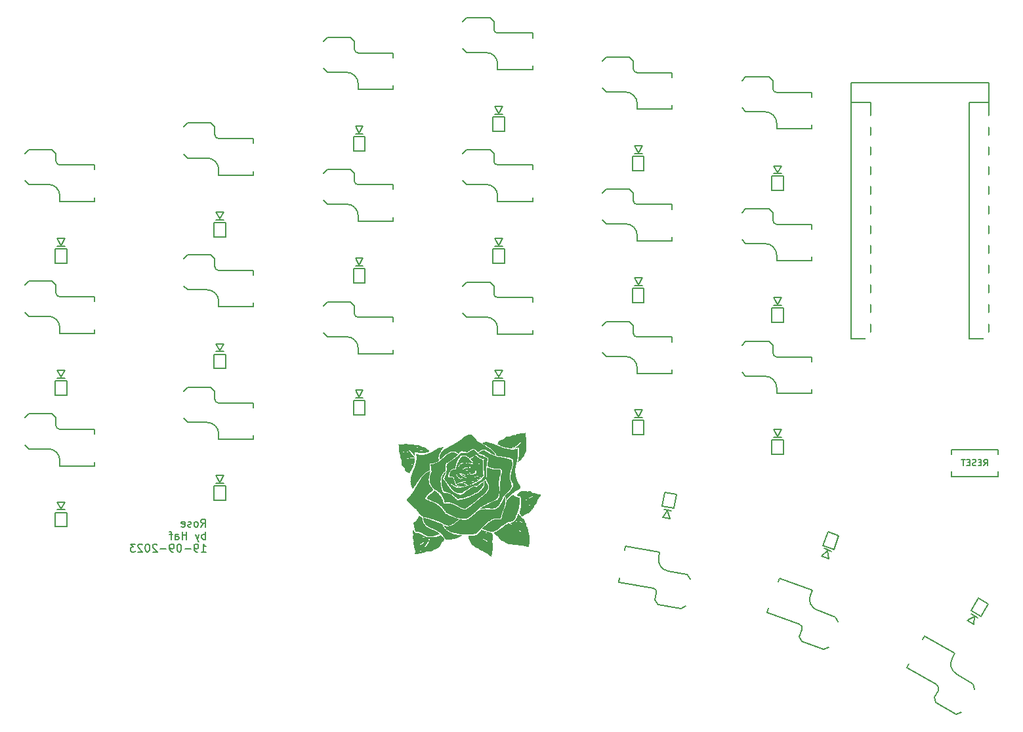
<source format=gbr>
%TF.GenerationSoftware,KiCad,Pcbnew,7.0.7*%
%TF.CreationDate,2023-09-26T21:15:29+07:00*%
%TF.ProjectId,rose,726f7365-2e6b-4696-9361-645f70636258,rev?*%
%TF.SameCoordinates,Original*%
%TF.FileFunction,Legend,Bot*%
%TF.FilePolarity,Positive*%
%FSLAX46Y46*%
G04 Gerber Fmt 4.6, Leading zero omitted, Abs format (unit mm)*
G04 Created by KiCad (PCBNEW 7.0.7) date 2023-09-26 21:15:29*
%MOMM*%
%LPD*%
G01*
G04 APERTURE LIST*
G04 Aperture macros list*
%AMRotRect*
0 Rectangle, with rotation*
0 The origin of the aperture is its center*
0 $1 length*
0 $2 width*
0 $3 Rotation angle, in degrees counterclockwise*
0 Add horizontal line*
21,1,$1,$2,0,0,$3*%
G04 Aperture macros list end*
%ADD10C,0.000000*%
%ADD11C,0.150000*%
%ADD12C,1.524000*%
%ADD13C,0.100000*%
%ADD14C,0.393700*%
%ADD15C,0.500000*%
%ADD16C,4.000000*%
%ADD17C,1.701800*%
%ADD18C,3.000000*%
%ADD19C,3.429000*%
%ADD20R,2.600000X2.600000*%
%ADD21C,2.032000*%
%ADD22C,1.200000*%
%ADD23O,2.200000X1.600000*%
%ADD24C,2.000000*%
%ADD25RotRect,2.600000X2.600000X160.000000*%
%ADD26RotRect,2.600000X2.600000X150.000000*%
%ADD27RotRect,2.600000X2.600000X170.000000*%
G04 APERTURE END LIST*
D10*
G36*
X-66493263Y21917909D02*
G01*
X-66401481Y21902270D01*
X-66315900Y21879633D01*
X-66237187Y21850732D01*
X-66166004Y21816297D01*
X-66103017Y21777062D01*
X-66048892Y21733758D01*
X-66004293Y21687118D01*
X-65985773Y21662775D01*
X-65969885Y21637874D01*
X-65956710Y21612504D01*
X-65946332Y21586758D01*
X-66057696Y21561109D01*
X-66166762Y21539845D01*
X-66273163Y21523056D01*
X-66376533Y21510832D01*
X-66476503Y21503261D01*
X-66572706Y21500434D01*
X-66664775Y21502440D01*
X-66752341Y21509369D01*
X-66835039Y21521310D01*
X-66912500Y21538353D01*
X-66984356Y21560587D01*
X-67050241Y21588101D01*
X-67109787Y21620986D01*
X-67162627Y21659331D01*
X-67186417Y21680579D01*
X-67208392Y21703225D01*
X-67228508Y21727281D01*
X-67246717Y21752758D01*
X-67253522Y21769940D01*
X-67195083Y21798425D01*
X-67136948Y21823787D01*
X-67079199Y21846119D01*
X-67021921Y21865511D01*
X-66965195Y21882055D01*
X-66909106Y21895844D01*
X-66799167Y21915517D01*
X-66692771Y21925265D01*
X-66590581Y21925818D01*
X-66493263Y21917909D01*
G37*
G36*
X-59521054Y20285206D02*
G01*
X-59521054Y20285244D01*
X-59521047Y20285244D01*
X-59521054Y20285206D01*
G37*
G36*
X-58246972Y16679572D02*
G01*
X-58241130Y16661491D01*
X-58235600Y16641905D01*
X-58230405Y16620712D01*
X-58225565Y16597806D01*
X-58221102Y16573085D01*
X-58217038Y16546444D01*
X-58213394Y16517780D01*
X-58210191Y16486990D01*
X-58207452Y16453969D01*
X-58205197Y16418614D01*
X-58150071Y16320057D01*
X-58103537Y16231410D01*
X-58064867Y16151832D01*
X-58033331Y16080481D01*
X-58008199Y16016515D01*
X-57988741Y15959093D01*
X-57974227Y15907373D01*
X-57963928Y15860514D01*
X-57957115Y15817674D01*
X-57953056Y15778012D01*
X-57950286Y15704854D01*
X-57949779Y15634309D01*
X-57948551Y15597912D01*
X-57945699Y15559643D01*
X-57926246Y15496594D01*
X-57923135Y15486508D01*
X-57900031Y15414170D01*
X-57888885Y15377404D01*
X-57878333Y15339761D01*
X-57868619Y15300884D01*
X-57859985Y15260414D01*
X-57852674Y15217991D01*
X-57846929Y15173259D01*
X-57842994Y15125858D01*
X-57841112Y15075430D01*
X-57841525Y15021617D01*
X-57844477Y14964059D01*
X-57850210Y14902399D01*
X-57858968Y14836277D01*
X-57844033Y14439778D01*
X-57838477Y14292299D01*
X-57839063Y14266499D01*
X-57840049Y14223070D01*
X-57844225Y14153068D01*
X-57851511Y14082140D01*
X-57862412Y14010137D01*
X-57877434Y13936908D01*
X-57897083Y13862303D01*
X-57921864Y13786171D01*
X-57952283Y13708363D01*
X-57998652Y13715581D01*
X-58045658Y13721109D01*
X-58140819Y13729107D01*
X-58236251Y13736386D01*
X-58283595Y13741016D01*
X-58330438Y13746976D01*
X-58376591Y13754771D01*
X-58421864Y13764905D01*
X-58466068Y13777880D01*
X-58509013Y13794201D01*
X-58529955Y13803773D01*
X-58550510Y13814371D01*
X-58570657Y13826057D01*
X-58590370Y13838894D01*
X-58609626Y13852945D01*
X-58628402Y13868273D01*
X-58646674Y13884941D01*
X-58664418Y13903012D01*
X-58683285Y13892380D01*
X-58702256Y13882721D01*
X-58721327Y13874020D01*
X-58740499Y13866263D01*
X-58759770Y13859434D01*
X-58779137Y13853518D01*
X-58798600Y13848501D01*
X-58818156Y13844367D01*
X-58837805Y13841102D01*
X-58857544Y13838690D01*
X-58897288Y13836368D01*
X-58937376Y13837280D01*
X-58977794Y13841307D01*
X-59018530Y13848329D01*
X-59059572Y13858227D01*
X-59100906Y13870881D01*
X-59142521Y13886172D01*
X-59184403Y13903979D01*
X-59226540Y13924182D01*
X-59268920Y13946664D01*
X-59311528Y13971302D01*
X-59363396Y13955057D01*
X-59415406Y13942687D01*
X-59467547Y13933948D01*
X-59519811Y13928595D01*
X-59572190Y13926384D01*
X-59624674Y13927070D01*
X-59677254Y13930408D01*
X-59729921Y13936155D01*
X-59782667Y13944065D01*
X-59835483Y13953893D01*
X-59888359Y13965396D01*
X-59941286Y13978329D01*
X-60047260Y14007504D01*
X-60153333Y14039463D01*
X-60191468Y14035005D01*
X-60228378Y14031921D01*
X-60264109Y14030157D01*
X-60298706Y14029663D01*
X-60364689Y14032274D01*
X-60426698Y14039337D01*
X-60485105Y14050435D01*
X-60540282Y14065152D01*
X-60592600Y14083072D01*
X-60642431Y14103776D01*
X-60690148Y14126850D01*
X-60736121Y14151876D01*
X-60780724Y14178438D01*
X-60824326Y14206120D01*
X-60996175Y14319706D01*
X-61056863Y14351603D01*
X-61118518Y14380077D01*
X-61243395Y14431477D01*
X-61368142Y14483343D01*
X-61429634Y14512401D01*
X-61490095Y14545116D01*
X-61549192Y14582667D01*
X-61578125Y14603625D01*
X-61606592Y14626235D01*
X-61634551Y14650643D01*
X-61661961Y14676998D01*
X-61688780Y14705448D01*
X-61714967Y14736139D01*
X-61740480Y14769218D01*
X-61765278Y14804835D01*
X-61789318Y14843135D01*
X-61812559Y14884267D01*
X-61834960Y14928378D01*
X-61843012Y14946055D01*
X-60233442Y14946055D01*
X-60232881Y14880979D01*
X-60230324Y14813669D01*
X-60225718Y14744063D01*
X-60219005Y14672097D01*
X-60210132Y14597710D01*
X-60199041Y14520840D01*
X-60185678Y14441425D01*
X-60169988Y14359402D01*
X-60192765Y14558877D01*
X-60200780Y14658880D01*
X-60205700Y14759126D01*
X-60206892Y14859665D01*
X-60203722Y14960546D01*
X-60200368Y15002141D01*
X-58993871Y15002141D01*
X-58990991Y14878963D01*
X-58987523Y14817442D01*
X-58982551Y14755972D01*
X-58975961Y14694557D01*
X-58967638Y14633200D01*
X-58957470Y14571905D01*
X-58945341Y14510676D01*
X-58931138Y14449517D01*
X-58914747Y14388432D01*
X-58896054Y14327425D01*
X-58874944Y14266499D01*
X-58900493Y14388909D01*
X-58921999Y14511457D01*
X-58939827Y14634131D01*
X-58954344Y14756916D01*
X-58965914Y14879802D01*
X-58974903Y15002776D01*
X-58981677Y15125825D01*
X-58986600Y15248936D01*
X-58992103Y15125476D01*
X-58993871Y15002141D01*
X-60200368Y15002141D01*
X-60195557Y15061818D01*
X-60181763Y15163531D01*
X-60161706Y15265734D01*
X-60134754Y15368476D01*
X-60100271Y15471808D01*
X-60057626Y15575777D01*
X-60006183Y15680435D01*
X-59945310Y15785829D01*
X-59874372Y15892011D01*
X-59792737Y15999028D01*
X-59853410Y15938113D01*
X-59911209Y15873977D01*
X-59965690Y15806122D01*
X-60016408Y15734051D01*
X-60040217Y15696280D01*
X-60062920Y15657267D01*
X-60084460Y15616953D01*
X-60104781Y15575273D01*
X-60123830Y15532167D01*
X-60141549Y15487572D01*
X-60157884Y15441425D01*
X-60172779Y15393666D01*
X-60186179Y15344231D01*
X-60198027Y15293058D01*
X-60208270Y15240086D01*
X-60216850Y15185252D01*
X-60223713Y15128494D01*
X-60228803Y15069750D01*
X-60232064Y15008957D01*
X-60233442Y14946055D01*
X-61843012Y14946055D01*
X-61856478Y14975615D01*
X-61877073Y15026127D01*
X-61896703Y15080059D01*
X-61927611Y15092005D01*
X-61956919Y15104261D01*
X-61984695Y15116815D01*
X-62011007Y15129653D01*
X-62035924Y15142762D01*
X-62059514Y15156128D01*
X-62081845Y15169738D01*
X-62102986Y15183580D01*
X-62123005Y15197639D01*
X-62141970Y15211903D01*
X-62177013Y15240992D01*
X-62208659Y15270739D01*
X-62237457Y15301040D01*
X-62263953Y15331788D01*
X-62288692Y15362876D01*
X-62335088Y15425651D01*
X-62381018Y15488517D01*
X-62405174Y15519719D01*
X-62430852Y15550625D01*
X-62347233Y15584915D01*
X-61229545Y15584915D01*
X-61229312Y15536210D01*
X-61224729Y15432911D01*
X-61222986Y15503672D01*
X-61218105Y15573498D01*
X-61209683Y15642269D01*
X-61197316Y15709866D01*
X-61180602Y15776168D01*
X-61159138Y15841055D01*
X-61132522Y15904407D01*
X-61117155Y15935470D01*
X-61100350Y15966105D01*
X-61082054Y15996296D01*
X-61062219Y16026028D01*
X-61040793Y16055286D01*
X-61017727Y16084056D01*
X-60992969Y16112322D01*
X-60966470Y16140070D01*
X-60938180Y16167283D01*
X-60908047Y16193948D01*
X-60876021Y16220050D01*
X-60842053Y16245572D01*
X-60806092Y16270501D01*
X-60768087Y16294822D01*
X-60727988Y16318518D01*
X-60685745Y16341576D01*
X-60641307Y16363980D01*
X-60594625Y16385716D01*
X-60680656Y16355288D01*
X-60760109Y16322928D01*
X-60833061Y16288217D01*
X-60867123Y16269849D01*
X-60899588Y16250737D01*
X-60930467Y16230828D01*
X-60959768Y16210071D01*
X-60987501Y16188412D01*
X-61013676Y16165800D01*
X-61038303Y16142182D01*
X-61061391Y16117506D01*
X-61082949Y16091721D01*
X-61102987Y16064773D01*
X-61121516Y16036611D01*
X-61138543Y16007181D01*
X-61154080Y15976433D01*
X-61168134Y15944314D01*
X-61180718Y15910771D01*
X-61191838Y15875752D01*
X-61201506Y15839206D01*
X-61209731Y15801079D01*
X-61216523Y15761320D01*
X-61221890Y15719876D01*
X-61225843Y15676696D01*
X-61228392Y15631726D01*
X-61229545Y15584915D01*
X-62347233Y15584915D01*
X-62299064Y15604668D01*
X-62166772Y15669129D01*
X-62034294Y15742428D01*
X-61901952Y15822985D01*
X-61770065Y15909220D01*
X-61638955Y15999552D01*
X-61380342Y16186191D01*
X-61128675Y16370260D01*
X-60886518Y16539119D01*
X-60769805Y16613894D01*
X-60656431Y16680127D01*
X-60546714Y16736237D01*
X-60508283Y16752377D01*
X-60503591Y16752377D01*
X-60205461Y16567510D01*
X-59931930Y16386852D01*
X-59930317Y16385716D01*
X-59682106Y16210737D01*
X-59455100Y16039498D01*
X-59405111Y15999028D01*
X-59250019Y15873467D01*
X-59065975Y15712977D01*
X-58902075Y15558362D01*
X-58757430Y15409955D01*
X-58631149Y15268089D01*
X-58522340Y15133096D01*
X-58430114Y15005311D01*
X-58353579Y14885065D01*
X-58291846Y14772692D01*
X-58244022Y14668525D01*
X-58209218Y14572897D01*
X-58186544Y14486142D01*
X-58182378Y14462742D01*
X-58178510Y14439778D01*
X-58180176Y14451066D01*
X-58182078Y14462562D01*
X-58184204Y14474257D01*
X-58186544Y14486142D01*
X-58204178Y14570713D01*
X-58228184Y14661025D01*
X-58260491Y14757489D01*
X-58303029Y14860518D01*
X-58357728Y14970523D01*
X-58390241Y15028270D01*
X-58426518Y15087915D01*
X-58466800Y15149511D01*
X-58511328Y15213107D01*
X-58560344Y15278757D01*
X-58614089Y15346510D01*
X-58672804Y15416420D01*
X-58736731Y15488536D01*
X-58806109Y15562912D01*
X-58881182Y15639597D01*
X-58962190Y15718644D01*
X-59049374Y15800104D01*
X-59142975Y15884029D01*
X-59243235Y15970470D01*
X-59350395Y16059478D01*
X-59383008Y16085621D01*
X-58974080Y16085621D01*
X-58844293Y16037442D01*
X-58780734Y16011771D01*
X-58718263Y15984811D01*
X-58657028Y15956385D01*
X-58597178Y15926317D01*
X-58538862Y15894432D01*
X-58482227Y15860553D01*
X-58427424Y15824504D01*
X-58374599Y15786108D01*
X-58323902Y15745190D01*
X-58275482Y15701573D01*
X-58229486Y15655081D01*
X-58186064Y15605538D01*
X-58145363Y15552768D01*
X-58107534Y15496594D01*
X-58121824Y15529386D01*
X-58137097Y15561072D01*
X-58153336Y15591671D01*
X-58170527Y15621200D01*
X-58188654Y15649677D01*
X-58207699Y15677120D01*
X-58227649Y15703546D01*
X-58248487Y15728973D01*
X-58270197Y15753419D01*
X-58292764Y15776902D01*
X-58316172Y15799439D01*
X-58340404Y15821047D01*
X-58365446Y15841746D01*
X-58391282Y15861551D01*
X-58417896Y15880482D01*
X-58445272Y15898556D01*
X-58473394Y15915790D01*
X-58502246Y15932203D01*
X-58562081Y15962634D01*
X-58624649Y15989991D01*
X-58689824Y16014415D01*
X-58757481Y16036048D01*
X-58827493Y16055032D01*
X-58899735Y16071510D01*
X-58974080Y16085621D01*
X-59383008Y16085621D01*
X-59464697Y16151105D01*
X-59586380Y16245402D01*
X-59715687Y16342422D01*
X-59852860Y16442214D01*
X-59998138Y16544832D01*
X-60151763Y16650326D01*
X-60313977Y16758747D01*
X-60503591Y16752377D01*
X-60508283Y16752377D01*
X-60440976Y16780644D01*
X-60382538Y16778865D01*
X-60325994Y16780566D01*
X-60271294Y16785658D01*
X-60218392Y16794051D01*
X-60167237Y16805657D01*
X-60117782Y16820386D01*
X-60117456Y16820507D01*
X-59827069Y16820507D01*
X-59778993Y16847777D01*
X-59731507Y16872397D01*
X-59684598Y16894429D01*
X-59638253Y16913938D01*
X-59592456Y16930986D01*
X-59547194Y16945636D01*
X-59502453Y16957952D01*
X-59458218Y16967997D01*
X-59414475Y16975834D01*
X-59371211Y16981525D01*
X-59328412Y16985135D01*
X-59286062Y16986727D01*
X-59244148Y16986362D01*
X-59202657Y16984106D01*
X-59120883Y16974169D01*
X-59040628Y16957421D01*
X-58961779Y16934367D01*
X-58884223Y16905512D01*
X-58807847Y16871362D01*
X-58732539Y16832422D01*
X-58658185Y16789197D01*
X-58584674Y16742193D01*
X-58511891Y16691914D01*
X-58595278Y16761537D01*
X-58678523Y16823829D01*
X-58761622Y16878602D01*
X-58844573Y16925667D01*
X-58885991Y16946250D01*
X-58927371Y16964835D01*
X-58968712Y16981399D01*
X-59010014Y16995918D01*
X-59051275Y17008368D01*
X-59092497Y17018727D01*
X-59133677Y17026969D01*
X-59174816Y17033072D01*
X-59215914Y17037012D01*
X-59256969Y17038765D01*
X-59297982Y17038308D01*
X-59338952Y17035618D01*
X-59379878Y17030670D01*
X-59420760Y17023441D01*
X-59461598Y17013908D01*
X-59502392Y17002046D01*
X-59543139Y16987833D01*
X-59583842Y16971244D01*
X-59624498Y16952256D01*
X-59665107Y16930846D01*
X-59705669Y16906989D01*
X-59746184Y16880663D01*
X-59786651Y16851844D01*
X-59827069Y16820507D01*
X-60117456Y16820507D01*
X-60069979Y16838152D01*
X-60023779Y16858863D01*
X-59979134Y16882433D01*
X-59935995Y16908771D01*
X-59894315Y16937789D01*
X-59854044Y16969398D01*
X-59815135Y17003510D01*
X-59777539Y17040035D01*
X-59741208Y17078885D01*
X-59706093Y17119972D01*
X-59672146Y17163205D01*
X-59639319Y17208497D01*
X-59607564Y17255758D01*
X-59576831Y17304900D01*
X-59518242Y17408471D01*
X-59463164Y17518499D01*
X-59411212Y17634274D01*
X-59361998Y17755086D01*
X-59315136Y17880223D01*
X-59270238Y18008976D01*
X-59270223Y18008976D01*
X-59201153Y17934969D01*
X-59133613Y17860910D01*
X-59069003Y17786752D01*
X-59038235Y17749622D01*
X-59008725Y17712449D01*
X-58980648Y17675229D01*
X-58954179Y17637954D01*
X-58929494Y17600619D01*
X-58906766Y17563218D01*
X-58886172Y17525745D01*
X-58867887Y17488195D01*
X-58852084Y17450561D01*
X-58838941Y17412838D01*
X-58806735Y17401692D01*
X-58776354Y17390093D01*
X-58747736Y17378056D01*
X-58720821Y17365597D01*
X-58695547Y17352730D01*
X-58671855Y17339470D01*
X-58649682Y17325834D01*
X-58628968Y17311835D01*
X-58609651Y17297490D01*
X-58591672Y17282813D01*
X-58574969Y17267819D01*
X-58559480Y17252523D01*
X-58545145Y17236941D01*
X-58531904Y17221088D01*
X-58519694Y17204979D01*
X-58508455Y17188629D01*
X-58498127Y17172052D01*
X-58488648Y17155266D01*
X-58471992Y17121120D01*
X-58458002Y17086313D01*
X-58446189Y17050966D01*
X-58436066Y17015200D01*
X-58427144Y16979136D01*
X-58410955Y16906597D01*
X-58403688Y16895380D01*
X-58396259Y16884939D01*
X-58388691Y16875171D01*
X-58381005Y16865973D01*
X-58365363Y16848871D01*
X-58349507Y16832802D01*
X-58333608Y16816937D01*
X-58317839Y16800446D01*
X-58310057Y16791707D01*
X-58302372Y16782500D01*
X-58294806Y16772722D01*
X-58287379Y16762269D01*
X-58280115Y16751038D01*
X-58273034Y16738924D01*
X-58266157Y16725824D01*
X-58259507Y16711635D01*
X-58253105Y16696252D01*
X-58251510Y16691914D01*
X-58246972Y16679572D01*
G37*
G36*
X-63301086Y27206868D02*
G01*
X-63180135Y27190407D01*
X-63054775Y27165059D01*
X-62791797Y27091509D01*
X-62514088Y26993843D01*
X-61922224Y26756659D01*
X-61611942Y26632390D01*
X-61294675Y26514503D01*
X-60972360Y26410622D01*
X-60809914Y26366317D01*
X-60646933Y26328372D01*
X-60483657Y26297741D01*
X-60320330Y26275377D01*
X-60157193Y26262233D01*
X-59994488Y26259261D01*
X-59832458Y26267416D01*
X-59671344Y26287650D01*
X-59511389Y26320917D01*
X-59352834Y26368168D01*
X-59341131Y26248999D01*
X-59332020Y26128798D01*
X-59325681Y26007330D01*
X-59322294Y25884361D01*
X-59322041Y25759658D01*
X-59325100Y25632986D01*
X-59331653Y25504112D01*
X-59341879Y25372800D01*
X-59355959Y25238818D01*
X-59374074Y25101930D01*
X-59396402Y24961903D01*
X-59423126Y24818503D01*
X-59454425Y24671495D01*
X-59490478Y24520646D01*
X-59531468Y24365721D01*
X-59577573Y24206486D01*
X-59608920Y24089809D01*
X-59633068Y23972456D01*
X-59650457Y23854568D01*
X-59661526Y23736282D01*
X-59666717Y23617737D01*
X-59666468Y23499073D01*
X-59661220Y23380428D01*
X-59651412Y23261941D01*
X-59637485Y23143751D01*
X-59619879Y23025997D01*
X-59599034Y22908818D01*
X-59575389Y22792351D01*
X-59521460Y22562115D01*
X-59461614Y22336399D01*
X-59451614Y22303368D01*
X-59439850Y22269964D01*
X-59411607Y22202225D01*
X-59378036Y22133561D01*
X-59340293Y22064349D01*
X-59299530Y21994969D01*
X-59256901Y21925798D01*
X-59170659Y21789596D01*
X-59090796Y21658770D01*
X-59056141Y21596318D01*
X-59026540Y21536345D01*
X-59003149Y21479228D01*
X-58994142Y21451859D01*
X-58987120Y21425346D01*
X-58982227Y21399737D01*
X-58979607Y21375078D01*
X-58979404Y21351417D01*
X-58981763Y21328801D01*
X-58986171Y21314349D01*
X-58994615Y21298858D01*
X-59006886Y21282371D01*
X-59022773Y21264928D01*
X-59064556Y21227345D01*
X-59118284Y21186441D01*
X-59182275Y21142550D01*
X-59254849Y21096007D01*
X-59419025Y20996292D01*
X-59597364Y20889967D01*
X-59776422Y20779697D01*
X-59862019Y20723916D01*
X-59942754Y20668150D01*
X-60016945Y20612732D01*
X-60082914Y20557995D01*
X-60190101Y20460549D01*
X-60294310Y20360686D01*
X-60395535Y20258404D01*
X-60493772Y20153698D01*
X-60589016Y20046567D01*
X-60681263Y19937006D01*
X-60770508Y19825012D01*
X-60856748Y19710583D01*
X-60870249Y19846305D01*
X-60878826Y19914545D01*
X-60884205Y19948889D01*
X-60890554Y19983430D01*
X-60898053Y20018207D01*
X-60906884Y20053256D01*
X-60917228Y20088613D01*
X-60929266Y20124316D01*
X-60943180Y20160401D01*
X-60959152Y20196906D01*
X-60977361Y20233867D01*
X-60997991Y20271321D01*
X-60827061Y20451917D01*
X-60644825Y20639333D01*
X-60461911Y20830261D01*
X-60373522Y20926009D01*
X-60288949Y21021394D01*
X-60209522Y21116004D01*
X-60136568Y21209425D01*
X-60071417Y21301243D01*
X-60015397Y21391045D01*
X-59969836Y21478419D01*
X-59951394Y21521065D01*
X-59936064Y21562949D01*
X-59924014Y21604019D01*
X-59915409Y21644224D01*
X-59910416Y21683511D01*
X-59909200Y21721829D01*
X-59909837Y21733238D01*
X-59911281Y21744861D01*
X-59913489Y21756678D01*
X-59916416Y21768669D01*
X-59924249Y21793090D01*
X-59934424Y21817960D01*
X-59946585Y21843114D01*
X-59960377Y21868389D01*
X-59975444Y21893620D01*
X-59991430Y21918644D01*
X-60024739Y21967415D01*
X-60057456Y22013389D01*
X-60086738Y22055255D01*
X-60099201Y22074238D01*
X-60109738Y22091702D01*
X-60145576Y22158403D01*
X-60176109Y22222807D01*
X-60201656Y22285300D01*
X-60222535Y22346267D01*
X-60239061Y22406094D01*
X-60251554Y22465166D01*
X-60260329Y22523868D01*
X-60265706Y22582587D01*
X-60268001Y22641706D01*
X-60267532Y22701613D01*
X-60264616Y22762692D01*
X-60259571Y22825329D01*
X-60244363Y22956818D01*
X-60224446Y23099163D01*
X-60213311Y23169924D01*
X-60200577Y23239566D01*
X-60170976Y23376291D01*
X-60136978Y23510927D01*
X-60099918Y23645062D01*
X-60021944Y23918181D01*
X-59983699Y24060342D01*
X-59947728Y24208355D01*
X-59940110Y24244115D01*
X-59933450Y24279954D01*
X-59927724Y24315854D01*
X-59922904Y24351799D01*
X-59918966Y24387773D01*
X-59915882Y24423759D01*
X-59913627Y24459741D01*
X-59912174Y24495703D01*
X-59911574Y24567499D01*
X-59913871Y24639015D01*
X-59918859Y24710120D01*
X-59926328Y24780682D01*
X-59931307Y24812207D01*
X-59938256Y24842165D01*
X-59947141Y24870609D01*
X-59957927Y24897588D01*
X-59970580Y24923156D01*
X-59985065Y24947362D01*
X-60001349Y24970258D01*
X-60019396Y24991895D01*
X-60039173Y25012325D01*
X-60060645Y25031600D01*
X-60083777Y25049769D01*
X-60108536Y25066885D01*
X-60134886Y25083000D01*
X-60162794Y25098163D01*
X-60192224Y25112427D01*
X-60223144Y25125843D01*
X-60255517Y25138463D01*
X-60289311Y25150336D01*
X-60324490Y25161516D01*
X-60361020Y25172053D01*
X-60437995Y25191403D01*
X-60519963Y25208797D01*
X-60606647Y25224646D01*
X-60697772Y25239360D01*
X-60793064Y25253350D01*
X-60892247Y25267025D01*
X-61197497Y25310536D01*
X-61520909Y25360638D01*
X-61838623Y25413504D01*
X-62126775Y25465306D01*
X-62121656Y25500128D01*
X-62121236Y25536220D01*
X-62125440Y25573551D01*
X-62134193Y25612093D01*
X-62147419Y25651818D01*
X-62165044Y25692695D01*
X-62186992Y25734697D01*
X-62213187Y25777795D01*
X-62243556Y25821959D01*
X-62278021Y25867160D01*
X-62316509Y25913370D01*
X-62358944Y25960560D01*
X-62405250Y26008701D01*
X-62455353Y26057764D01*
X-62566648Y26158540D01*
X-62692225Y26262657D01*
X-62831485Y26369884D01*
X-62983824Y26479989D01*
X-63148641Y26592742D01*
X-63325334Y26707911D01*
X-63513301Y26825265D01*
X-63711941Y26944572D01*
X-63920652Y27065602D01*
X-63831237Y27122486D01*
X-63735961Y27164763D01*
X-63635065Y27193387D01*
X-63528793Y27209311D01*
X-63417386Y27213486D01*
X-63301086Y27206868D01*
G37*
G36*
X-63184145Y23976639D02*
G01*
X-63111946Y23932541D01*
X-63039838Y23893469D01*
X-62967892Y23859064D01*
X-62896175Y23828972D01*
X-62824759Y23802833D01*
X-62753710Y23780291D01*
X-62683100Y23760989D01*
X-62612996Y23744569D01*
X-62543468Y23730675D01*
X-62474586Y23718950D01*
X-62406418Y23709035D01*
X-62272500Y23693212D01*
X-62142270Y23680348D01*
X-62098273Y23677270D01*
X-62052100Y23675902D01*
X-61955766Y23676210D01*
X-61858357Y23677096D01*
X-61810841Y23676451D01*
X-61764963Y23674384D01*
X-61721362Y23670375D01*
X-61680672Y23663901D01*
X-61643530Y23654440D01*
X-61626488Y23648426D01*
X-61610572Y23641470D01*
X-61595860Y23633506D01*
X-61582433Y23624469D01*
X-61570371Y23614294D01*
X-61559751Y23602916D01*
X-61550655Y23590269D01*
X-61543161Y23576288D01*
X-61537350Y23560908D01*
X-61533300Y23544064D01*
X-61527710Y23508423D01*
X-61523704Y23473289D01*
X-61521198Y23438656D01*
X-61520106Y23404517D01*
X-61521824Y23337693D01*
X-61528179Y23272762D01*
X-61538489Y23209668D01*
X-61552076Y23148358D01*
X-61568258Y23088776D01*
X-61586356Y23030866D01*
X-61625578Y22919846D01*
X-61664301Y22814858D01*
X-61681774Y22764489D01*
X-61697082Y22715463D01*
X-61709544Y22667725D01*
X-61718480Y22621220D01*
X-61739923Y22467018D01*
X-61755622Y22326974D01*
X-61766151Y22199439D01*
X-61772082Y22082764D01*
X-61773991Y21975298D01*
X-61772450Y21875392D01*
X-61768032Y21781398D01*
X-61761312Y21691665D01*
X-61722875Y21342359D01*
X-61704752Y21150389D01*
X-61697973Y21044301D01*
X-61693479Y20929280D01*
X-61702672Y20820212D01*
X-61715240Y20711564D01*
X-61732827Y20603543D01*
X-61757079Y20496355D01*
X-61789642Y20390207D01*
X-61809555Y20337587D01*
X-61832162Y20285305D01*
X-61857670Y20233385D01*
X-61886284Y20181855D01*
X-61918211Y20130739D01*
X-61953654Y20080063D01*
X-61992822Y20029854D01*
X-62035918Y19980137D01*
X-62083149Y19930938D01*
X-62134721Y19882282D01*
X-62190839Y19834196D01*
X-62251709Y19786705D01*
X-62317536Y19739835D01*
X-62388527Y19693612D01*
X-62464887Y19648061D01*
X-62546822Y19603209D01*
X-62634537Y19559081D01*
X-62728238Y19515704D01*
X-62828132Y19473102D01*
X-62934422Y19431301D01*
X-63047317Y19390328D01*
X-63167020Y19350209D01*
X-63559626Y19157875D01*
X-63652416Y19109920D01*
X-63744349Y19060172D01*
X-63836072Y19007710D01*
X-63928228Y18951611D01*
X-64021462Y18890953D01*
X-64116419Y18824815D01*
X-64213744Y18752274D01*
X-64314081Y18672408D01*
X-64418074Y18584295D01*
X-64526370Y18487014D01*
X-64639611Y18379642D01*
X-64758443Y18261258D01*
X-64802081Y18218615D01*
X-64854477Y18170372D01*
X-64913519Y18118148D01*
X-64977096Y18063564D01*
X-65043095Y18008240D01*
X-65109405Y17953796D01*
X-65173914Y17901853D01*
X-65234510Y17854031D01*
X-65280726Y17816993D01*
X-65327570Y17777923D01*
X-65423323Y17695910D01*
X-65522122Y17612430D01*
X-65572775Y17571528D01*
X-65624323Y17531924D01*
X-65676810Y17494173D01*
X-65730281Y17458831D01*
X-65784780Y17426452D01*
X-65840351Y17397592D01*
X-65868552Y17384655D01*
X-65897039Y17372805D01*
X-65925815Y17362112D01*
X-65954888Y17352646D01*
X-65984261Y17344476D01*
X-66013942Y17337671D01*
X-66043935Y17332301D01*
X-66074247Y17328434D01*
X-66179231Y17320594D01*
X-66285558Y17318038D01*
X-66501065Y17327594D01*
X-66718423Y17354730D01*
X-66935287Y17397075D01*
X-67149312Y17452257D01*
X-67358156Y17517904D01*
X-67559472Y17591644D01*
X-67750917Y17671106D01*
X-67930146Y17753917D01*
X-68094814Y17837706D01*
X-68242578Y17920101D01*
X-68371093Y17998730D01*
X-68478014Y18071222D01*
X-68560997Y18135204D01*
X-68617698Y18188305D01*
X-68645772Y18228154D01*
X-68695256Y18313153D01*
X-68747210Y18395069D01*
X-68801501Y18473973D01*
X-68858000Y18549935D01*
X-68916575Y18623024D01*
X-68977094Y18693310D01*
X-69039427Y18760865D01*
X-69103441Y18825756D01*
X-69235992Y18947833D01*
X-69373695Y19060100D01*
X-69515501Y19163118D01*
X-69660360Y19257448D01*
X-69807222Y19343649D01*
X-69955037Y19422282D01*
X-70102754Y19493907D01*
X-70249324Y19559084D01*
X-70393697Y19618374D01*
X-70534822Y19672337D01*
X-70803128Y19766522D01*
X-70868977Y19792067D01*
X-70922882Y19820745D01*
X-70965458Y19852315D01*
X-70997319Y19886538D01*
X-71019081Y19923173D01*
X-71031357Y19961979D01*
X-71034761Y20002716D01*
X-71029908Y20045144D01*
X-71017413Y20089021D01*
X-70997889Y20134108D01*
X-70971952Y20180163D01*
X-70940215Y20226948D01*
X-70903293Y20274220D01*
X-70861800Y20321740D01*
X-70767560Y20416561D01*
X-70662410Y20509486D01*
X-70551265Y20598593D01*
X-70439040Y20681957D01*
X-70330650Y20757655D01*
X-70145035Y20878357D01*
X-70033742Y20945309D01*
X-69898740Y20858818D01*
X-69835541Y20814872D01*
X-69775110Y20770451D01*
X-69717374Y20725551D01*
X-69662259Y20680164D01*
X-69609691Y20634286D01*
X-69559596Y20587911D01*
X-69511899Y20541034D01*
X-69466527Y20493648D01*
X-69382461Y20397331D01*
X-69306804Y20298915D01*
X-69238965Y20198356D01*
X-69178351Y20095608D01*
X-69124370Y19990628D01*
X-69076430Y19883371D01*
X-69033937Y19773792D01*
X-68996300Y19661847D01*
X-68962926Y19547490D01*
X-68933223Y19430679D01*
X-68906598Y19311367D01*
X-68770238Y19322815D01*
X-68638672Y19327982D01*
X-68511729Y19327261D01*
X-68389237Y19321048D01*
X-68271022Y19309733D01*
X-68156913Y19293712D01*
X-68046737Y19273377D01*
X-67940323Y19249121D01*
X-67738088Y19190421D01*
X-67548830Y19120759D01*
X-67371171Y19043282D01*
X-67203731Y18961134D01*
X-66893997Y18795417D01*
X-66748946Y18718141D01*
X-66608602Y18648780D01*
X-66471585Y18590483D01*
X-66336517Y18546394D01*
X-66269284Y18530662D01*
X-66202021Y18519662D01*
X-66134556Y18513788D01*
X-66066716Y18513432D01*
X-66038950Y18536914D01*
X-66008739Y18560419D01*
X-65976429Y18583935D01*
X-65942363Y18607449D01*
X-65870342Y18654429D01*
X-65795427Y18701264D01*
X-65720373Y18747861D01*
X-65647932Y18794128D01*
X-65613552Y18817108D01*
X-65580857Y18839971D01*
X-65550192Y18862704D01*
X-65521901Y18885296D01*
X-64486944Y19750937D01*
X-64019164Y20139074D01*
X-63581700Y20495419D01*
X-63559312Y20513975D01*
X-63536330Y20534068D01*
X-63512922Y20555470D01*
X-63489255Y20577956D01*
X-63441818Y20625271D01*
X-63395359Y20674199D01*
X-63351220Y20722930D01*
X-63310743Y20769649D01*
X-63275268Y20812545D01*
X-63246137Y20849804D01*
X-63201104Y20912977D01*
X-63162076Y20974824D01*
X-63128770Y21035358D01*
X-63100903Y21094591D01*
X-63078191Y21152534D01*
X-63060353Y21209201D01*
X-63047105Y21264602D01*
X-63038165Y21318750D01*
X-63033250Y21371658D01*
X-63032078Y21423337D01*
X-63034364Y21473799D01*
X-63039827Y21523057D01*
X-63048184Y21571123D01*
X-63059153Y21618008D01*
X-63072449Y21663724D01*
X-63087791Y21708285D01*
X-63123480Y21793986D01*
X-63163957Y21875207D01*
X-63206961Y21952045D01*
X-63250229Y22024597D01*
X-63328508Y22157229D01*
X-63358995Y22217502D01*
X-63380696Y22273877D01*
X-63368979Y22499093D01*
X-63360695Y22729864D01*
X-63345374Y23193423D01*
X-63333812Y23418890D01*
X-63316632Y23635269D01*
X-63305229Y23738907D01*
X-63291572Y23838899D01*
X-63275379Y23934789D01*
X-63256368Y24026120D01*
X-63184145Y23976639D01*
G37*
G36*
X-72619012Y25142462D02*
G01*
X-72620328Y25118222D01*
X-72618955Y25144021D01*
X-72617833Y25166851D01*
X-72619012Y25142462D01*
G37*
G36*
X-59961424Y26421368D02*
G01*
X-59959102Y26421426D01*
X-59947164Y26421543D01*
X-59961424Y26421368D01*
G37*
G36*
X-68902387Y26532635D02*
G01*
X-69061522Y26326363D01*
X-69137125Y26222938D01*
X-69208980Y26119242D01*
X-69276257Y26015213D01*
X-69338125Y25910791D01*
X-69393755Y25805917D01*
X-69442318Y25700530D01*
X-69482984Y25594571D01*
X-69500096Y25541358D01*
X-69514922Y25487979D01*
X-69527360Y25434427D01*
X-69537304Y25380694D01*
X-69544652Y25326773D01*
X-69549300Y25272657D01*
X-69551144Y25218337D01*
X-69550080Y25163806D01*
X-69546005Y25109057D01*
X-69538814Y25054082D01*
X-69528405Y24998875D01*
X-69514673Y24943426D01*
X-69497515Y24887729D01*
X-69476827Y24831776D01*
X-69554513Y24781026D01*
X-69632334Y24733963D01*
X-69710289Y24690589D01*
X-69788378Y24650902D01*
X-69866601Y24614904D01*
X-69944958Y24582594D01*
X-70023449Y24553971D01*
X-70102075Y24529037D01*
X-70180834Y24507791D01*
X-70259728Y24490233D01*
X-70338756Y24476363D01*
X-70417917Y24466181D01*
X-70497213Y24459688D01*
X-70576643Y24456883D01*
X-70656208Y24457766D01*
X-70735906Y24462338D01*
X-70731270Y24411623D01*
X-70726512Y24367434D01*
X-70716752Y24292166D01*
X-70706865Y24223597D01*
X-70697092Y24148793D01*
X-70692324Y24105009D01*
X-70687675Y24054816D01*
X-70683174Y23996596D01*
X-70678853Y23928733D01*
X-70674741Y23849608D01*
X-70670868Y23757606D01*
X-70667265Y23651109D01*
X-70663961Y23528500D01*
X-70753963Y23512362D01*
X-70841374Y23489564D01*
X-70926313Y23460414D01*
X-71008900Y23425217D01*
X-71089253Y23384279D01*
X-71167491Y23337908D01*
X-71243735Y23286409D01*
X-71318102Y23230088D01*
X-71390713Y23169252D01*
X-71461686Y23104207D01*
X-71531140Y23035259D01*
X-71599195Y22962716D01*
X-71731584Y22808064D01*
X-71859806Y22642702D01*
X-71984814Y22469081D01*
X-72107562Y22289651D01*
X-72350091Y21923164D01*
X-72471778Y21741007D01*
X-72595018Y21562843D01*
X-72720766Y21391120D01*
X-72849973Y21228291D01*
X-72849973Y21228360D01*
X-72943397Y21355479D01*
X-73020088Y21483991D01*
X-73081043Y21613835D01*
X-73127256Y21744954D01*
X-73159725Y21877287D01*
X-73179445Y22010777D01*
X-73187413Y22145365D01*
X-73184624Y22280991D01*
X-73172074Y22417596D01*
X-73150760Y22555123D01*
X-73121678Y22693512D01*
X-73085823Y22832704D01*
X-72997782Y23113262D01*
X-72894604Y23396327D01*
X-72674714Y23968094D01*
X-72573938Y24255855D01*
X-72489901Y24544238D01*
X-72456650Y24688517D01*
X-72430571Y24832775D01*
X-72412661Y24976953D01*
X-72403915Y25120993D01*
X-72405331Y25264836D01*
X-72417904Y25408422D01*
X-72442629Y25551694D01*
X-72480504Y25694592D01*
X-72480466Y25694592D01*
X-72343047Y25643101D01*
X-72208478Y25603685D01*
X-72076639Y25575638D01*
X-71947411Y25558252D01*
X-71820673Y25550823D01*
X-71696306Y25552643D01*
X-71574190Y25563005D01*
X-71454205Y25581205D01*
X-71336232Y25606535D01*
X-71220149Y25638290D01*
X-71105839Y25675762D01*
X-70993181Y25718246D01*
X-70772340Y25815423D01*
X-70556669Y25924171D01*
X-70137003Y26153776D01*
X-69931090Y26263333D01*
X-69726512Y26361858D01*
X-69522312Y26443701D01*
X-69420053Y26476601D01*
X-69317530Y26503212D01*
X-69214621Y26522827D01*
X-69111208Y26534740D01*
X-69007169Y26538245D01*
X-68902387Y26532635D01*
G37*
G36*
X-58754620Y27552252D02*
G01*
X-58781281Y27503785D01*
X-58809953Y27456383D01*
X-58840540Y27409994D01*
X-58872942Y27364568D01*
X-58907061Y27320051D01*
X-58980058Y27233538D01*
X-59058747Y27150039D01*
X-59142340Y27069138D01*
X-59230052Y26990418D01*
X-59321098Y26913464D01*
X-59510048Y26763186D01*
X-59702903Y26614973D01*
X-59893376Y26465496D01*
X-59912653Y26616975D01*
X-59941461Y26789151D01*
X-59979303Y26971163D01*
X-60001456Y27062464D01*
X-60025682Y27152150D01*
X-60051917Y27238866D01*
X-60080100Y27321252D01*
X-60110168Y27397952D01*
X-60142060Y27467607D01*
X-60175713Y27528861D01*
X-60211065Y27580354D01*
X-60229359Y27602017D01*
X-60248055Y27620731D01*
X-60267143Y27636326D01*
X-60286618Y27648632D01*
X-60269730Y27632716D01*
X-60253245Y27613391D01*
X-60237171Y27590855D01*
X-60221521Y27565303D01*
X-60191528Y27505934D01*
X-60163347Y27436852D01*
X-60137058Y27359622D01*
X-60112741Y27275812D01*
X-60090478Y27186988D01*
X-60070348Y27094717D01*
X-60052433Y27000566D01*
X-60036813Y26906100D01*
X-60023568Y26812887D01*
X-60012780Y26722494D01*
X-60004528Y26636486D01*
X-59998894Y26556431D01*
X-59995958Y26483895D01*
X-59995801Y26420445D01*
X-60092917Y26419717D01*
X-60187924Y26420967D01*
X-60280930Y26424201D01*
X-60372045Y26429420D01*
X-60461377Y26436629D01*
X-60549036Y26445830D01*
X-60635130Y26457028D01*
X-60719770Y26470227D01*
X-60724026Y26502188D01*
X-60729340Y26532511D01*
X-60735664Y26561267D01*
X-60742953Y26588528D01*
X-60751162Y26614365D01*
X-60760243Y26638849D01*
X-60770152Y26662050D01*
X-60780841Y26684041D01*
X-60792266Y26704893D01*
X-60804380Y26724676D01*
X-60817138Y26743463D01*
X-60830493Y26761323D01*
X-60844399Y26778329D01*
X-60858811Y26794551D01*
X-60888968Y26824930D01*
X-61152288Y27033749D01*
X-61122213Y27002879D01*
X-61091239Y26972479D01*
X-61028165Y26912267D01*
X-60966204Y26851476D01*
X-60936622Y26820352D01*
X-60908497Y26788469D01*
X-60882220Y26755622D01*
X-60858184Y26721608D01*
X-60847129Y26704099D01*
X-60836782Y26686221D01*
X-60827191Y26667949D01*
X-60818405Y26649256D01*
X-60810474Y26630119D01*
X-60803447Y26610510D01*
X-60797373Y26590405D01*
X-60792300Y26569777D01*
X-60788279Y26548602D01*
X-60785357Y26526853D01*
X-60783584Y26504506D01*
X-60783010Y26481533D01*
X-60860346Y26497186D01*
X-60936653Y26514618D01*
X-61012020Y26533833D01*
X-61086537Y26554836D01*
X-61160292Y26577632D01*
X-61233375Y26602223D01*
X-61305874Y26628615D01*
X-61377879Y26656811D01*
X-61449479Y26686816D01*
X-61520762Y26718635D01*
X-61591818Y26752271D01*
X-61662736Y26787728D01*
X-61733604Y26825011D01*
X-61804513Y26864124D01*
X-61946805Y26947857D01*
X-61946814Y26947854D01*
X-61946824Y26947852D01*
X-61946834Y26947849D01*
X-61946844Y26947846D01*
X-61946866Y26947840D01*
X-61946889Y26947834D01*
X-61929297Y26991868D01*
X-61912822Y27036611D01*
X-61880275Y27126354D01*
X-61862730Y27170419D01*
X-61843354Y27213323D01*
X-61821410Y27254599D01*
X-61809246Y27274480D01*
X-61796163Y27293778D01*
X-61782070Y27312435D01*
X-61766874Y27330393D01*
X-61750484Y27347593D01*
X-61732807Y27363977D01*
X-61713752Y27379486D01*
X-61693225Y27394062D01*
X-61671136Y27407646D01*
X-61647391Y27420180D01*
X-61621900Y27431605D01*
X-61594569Y27441864D01*
X-61565307Y27450897D01*
X-61534021Y27458646D01*
X-61500619Y27465053D01*
X-61465010Y27470060D01*
X-61427101Y27473607D01*
X-61386800Y27475636D01*
X-61343107Y27505914D01*
X-61299107Y27540724D01*
X-61254870Y27579017D01*
X-61210467Y27619746D01*
X-61121449Y27704321D01*
X-61076976Y27746071D01*
X-61032623Y27786065D01*
X-60988461Y27823257D01*
X-60944560Y27856598D01*
X-60922730Y27871497D01*
X-60900992Y27885041D01*
X-60879355Y27897098D01*
X-60857829Y27907537D01*
X-60836421Y27916228D01*
X-60815140Y27923039D01*
X-60793997Y27927840D01*
X-60772999Y27930499D01*
X-60752155Y27930886D01*
X-60731475Y27928870D01*
X-60710967Y27924319D01*
X-60690641Y27917103D01*
X-60651590Y27904255D01*
X-60613685Y27895154D01*
X-60576851Y27889548D01*
X-60541011Y27887181D01*
X-60506090Y27887802D01*
X-60472012Y27891155D01*
X-60438702Y27896989D01*
X-60406083Y27905049D01*
X-60374081Y27915081D01*
X-60342619Y27926832D01*
X-60281012Y27954477D01*
X-60241703Y27974980D01*
X-59368558Y27974980D01*
X-59343337Y27925735D01*
X-59322064Y27875082D01*
X-59304411Y27823138D01*
X-59290052Y27770018D01*
X-59278658Y27715841D01*
X-59269903Y27660722D01*
X-59263458Y27604779D01*
X-59258998Y27548128D01*
X-59256194Y27490885D01*
X-59254719Y27433169D01*
X-59254446Y27316780D01*
X-59255561Y27199894D01*
X-59255445Y27083447D01*
X-59251966Y27141840D01*
X-59246715Y27200681D01*
X-59233618Y27319017D01*
X-59221605Y27437076D01*
X-59217708Y27495571D01*
X-59216126Y27553480D01*
X-59217539Y27610631D01*
X-59222631Y27666852D01*
X-59232081Y27721969D01*
X-59238653Y27749060D01*
X-59246571Y27775811D01*
X-59255919Y27802200D01*
X-59266782Y27828205D01*
X-59279246Y27853806D01*
X-59293396Y27878980D01*
X-59309317Y27903706D01*
X-59327095Y27927962D01*
X-59346813Y27951727D01*
X-59368558Y27974980D01*
X-60241703Y27974980D01*
X-60220659Y27985956D01*
X-60160953Y28019239D01*
X-60101288Y28052298D01*
X-60041060Y28083105D01*
X-60010545Y28097030D01*
X-59979662Y28109632D01*
X-59948335Y28120655D01*
X-59916489Y28129848D01*
X-59884047Y28136957D01*
X-59850935Y28141727D01*
X-59817075Y28143906D01*
X-59782394Y28143240D01*
X-59746815Y28139475D01*
X-59710261Y28132358D01*
X-59672659Y28121635D01*
X-59633931Y28107052D01*
X-59615549Y28132592D01*
X-59593909Y28155725D01*
X-59569190Y28176593D01*
X-59541572Y28195341D01*
X-59511232Y28212111D01*
X-59478349Y28227048D01*
X-59443103Y28240295D01*
X-59405673Y28251995D01*
X-59324971Y28271330D01*
X-59237675Y28286203D01*
X-59145214Y28297760D01*
X-59049019Y28307151D01*
X-58851146Y28324028D01*
X-58752328Y28333811D01*
X-58655497Y28346021D01*
X-58562081Y28361807D01*
X-58473512Y28382317D01*
X-58431492Y28394703D01*
X-58391219Y28408700D01*
X-58352873Y28424453D01*
X-58316632Y28442105D01*
X-58319280Y28411464D01*
X-58323406Y28381009D01*
X-58334325Y28320432D01*
X-58345858Y28259932D01*
X-58350750Y28229573D01*
X-58354469Y28199066D01*
X-58356575Y28168358D01*
X-58356626Y28137393D01*
X-58355743Y28121796D01*
X-58354180Y28106115D01*
X-58351882Y28090341D01*
X-58348794Y28074468D01*
X-58344861Y28058490D01*
X-58340028Y28042399D01*
X-58334239Y28026188D01*
X-58327440Y28009850D01*
X-58319574Y27993379D01*
X-58310587Y27976768D01*
X-58300424Y27960009D01*
X-58289029Y27943096D01*
X-58246693Y27719111D01*
X-58230461Y27625878D01*
X-58224197Y27583123D01*
X-58219403Y27542628D01*
X-58216255Y27504155D01*
X-58214930Y27467468D01*
X-58215604Y27432330D01*
X-58218453Y27398505D01*
X-58223654Y27365757D01*
X-58231383Y27333848D01*
X-58241817Y27302542D01*
X-58255132Y27271603D01*
X-58237451Y27068150D01*
X-58230798Y26967581D01*
X-58228836Y26918019D01*
X-58228093Y26869102D01*
X-58228805Y26820955D01*
X-58231203Y26773700D01*
X-58235522Y26727463D01*
X-58241995Y26682366D01*
X-58250856Y26638532D01*
X-58262337Y26596086D01*
X-58276672Y26555151D01*
X-58294095Y26515850D01*
X-58278078Y26457197D01*
X-58265057Y26399853D01*
X-58255122Y26343860D01*
X-58248360Y26289253D01*
X-58244860Y26236074D01*
X-58244711Y26184360D01*
X-58248000Y26134149D01*
X-58253736Y26093193D01*
X-58254816Y26085481D01*
X-58265248Y26038394D01*
X-58279383Y25992927D01*
X-58297310Y25949119D01*
X-58319118Y25907007D01*
X-58344894Y25866632D01*
X-58374728Y25828030D01*
X-58408707Y25791242D01*
X-58446920Y25756306D01*
X-58447849Y25707673D01*
X-58452419Y25660391D01*
X-58460452Y25614395D01*
X-58468353Y25583134D01*
X-58471770Y25569617D01*
X-58486194Y25525993D01*
X-58503547Y25483456D01*
X-58523650Y25441939D01*
X-58546327Y25401378D01*
X-58571399Y25361705D01*
X-58598688Y25322856D01*
X-58628017Y25284763D01*
X-58659206Y25247361D01*
X-58726458Y25174366D01*
X-58799020Y25103342D01*
X-58875469Y25033761D01*
X-58954382Y24965095D01*
X-59113906Y24828393D01*
X-59191670Y24759300D01*
X-59266204Y24689010D01*
X-59336086Y24616993D01*
X-59368838Y24580172D01*
X-59399892Y24542721D01*
X-59370453Y24617648D01*
X-59342909Y24696685D01*
X-59317362Y24780279D01*
X-59293916Y24868878D01*
X-59272674Y24962927D01*
X-59253740Y25062874D01*
X-59237217Y25169166D01*
X-59223209Y25282249D01*
X-59211818Y25402570D01*
X-59203149Y25530577D01*
X-59197305Y25666715D01*
X-59194390Y25811433D01*
X-59194506Y25965176D01*
X-59197757Y26128391D01*
X-59200250Y26194920D01*
X-59180463Y26194920D01*
X-59146572Y26146871D01*
X-59115426Y26098066D01*
X-59086969Y26048521D01*
X-59061144Y25998251D01*
X-59037893Y25947273D01*
X-59017161Y25895601D01*
X-58998891Y25843251D01*
X-58983026Y25790240D01*
X-58969509Y25736582D01*
X-58958285Y25682293D01*
X-58949295Y25627389D01*
X-58942485Y25571886D01*
X-58937796Y25515798D01*
X-58935172Y25459143D01*
X-58934558Y25401934D01*
X-58935895Y25344189D01*
X-58930481Y25404748D01*
X-58926400Y25464832D01*
X-58923957Y25524330D01*
X-58923459Y25583134D01*
X-58925211Y25641134D01*
X-58929519Y25698223D01*
X-58936688Y25754289D01*
X-58947025Y25809225D01*
X-58960836Y25862922D01*
X-58978427Y25915269D01*
X-59000102Y25966159D01*
X-59026169Y26015482D01*
X-59056932Y26063128D01*
X-59074171Y26086289D01*
X-59092698Y26108989D01*
X-59112553Y26131216D01*
X-59133773Y26152956D01*
X-59156397Y26174195D01*
X-59180463Y26194920D01*
X-59200250Y26194920D01*
X-59204246Y26301526D01*
X-59214078Y26485028D01*
X-59333493Y26469594D01*
X-59449831Y26456238D01*
X-59563213Y26444960D01*
X-59673757Y26435757D01*
X-59562890Y26531745D01*
X-59457574Y26626561D01*
X-59432272Y26650341D01*
X-59025327Y26650341D01*
X-58927665Y26578176D01*
X-58879857Y26541697D01*
X-58833396Y26504691D01*
X-58788783Y26466962D01*
X-58746518Y26428312D01*
X-58707100Y26388544D01*
X-58671030Y26347460D01*
X-58654407Y26326364D01*
X-58638808Y26304864D01*
X-58624295Y26282938D01*
X-58610932Y26260559D01*
X-58598781Y26237704D01*
X-58587904Y26214348D01*
X-58578364Y26190466D01*
X-58570224Y26166033D01*
X-58563545Y26141025D01*
X-58558390Y26115418D01*
X-58554822Y26089185D01*
X-58552903Y26062304D01*
X-58552696Y26034749D01*
X-58554263Y26006496D01*
X-58557667Y25977520D01*
X-58562970Y25947796D01*
X-58554355Y25986609D01*
X-58548040Y26023739D01*
X-58543944Y26059247D01*
X-58541987Y26093193D01*
X-58542087Y26125635D01*
X-58544163Y26156632D01*
X-58548133Y26186245D01*
X-58553917Y26214533D01*
X-58561432Y26241555D01*
X-58570598Y26267370D01*
X-58581333Y26292038D01*
X-58593556Y26315619D01*
X-58607186Y26338172D01*
X-58622142Y26359756D01*
X-58638341Y26380430D01*
X-58655704Y26400255D01*
X-58674148Y26419289D01*
X-58693592Y26437592D01*
X-58735157Y26472242D01*
X-58779747Y26504681D01*
X-58826713Y26535383D01*
X-58875404Y26564826D01*
X-58925170Y26593482D01*
X-59025327Y26650341D01*
X-59432272Y26650341D01*
X-59357969Y26720173D01*
X-59264232Y26812547D01*
X-59176523Y26903650D01*
X-59095000Y26993449D01*
X-59019822Y27081910D01*
X-58951148Y27169001D01*
X-58889136Y27254688D01*
X-58833946Y27338938D01*
X-58785735Y27421717D01*
X-58744663Y27502993D01*
X-58710888Y27582732D01*
X-58684570Y27660901D01*
X-58665866Y27737468D01*
X-58654935Y27812397D01*
X-58670062Y27757821D01*
X-58687693Y27704570D01*
X-58707728Y27652593D01*
X-58730070Y27601837D01*
X-58754012Y27553480D01*
X-58754620Y27552252D01*
G37*
G36*
X-70883124Y14960243D02*
G01*
X-70829854Y14951345D01*
X-70775173Y14943974D01*
X-70719005Y14938211D01*
X-70661275Y14934140D01*
X-70581119Y14930674D01*
X-70502659Y14929239D01*
X-70425306Y14929952D01*
X-70348475Y14932926D01*
X-70271579Y14938278D01*
X-70194031Y14946122D01*
X-70115244Y14956574D01*
X-70096644Y14959614D01*
X-69782987Y14959614D01*
X-69760242Y14952826D01*
X-69738685Y14945041D01*
X-69718281Y14936286D01*
X-69698996Y14926589D01*
X-69680799Y14915980D01*
X-69663654Y14904485D01*
X-69647530Y14892133D01*
X-69632392Y14878951D01*
X-69618207Y14864969D01*
X-69604943Y14850213D01*
X-69592564Y14834712D01*
X-69581039Y14818494D01*
X-69570333Y14801587D01*
X-69560414Y14784019D01*
X-69551248Y14765818D01*
X-69542801Y14747012D01*
X-69535041Y14727630D01*
X-69527933Y14707698D01*
X-69521445Y14687246D01*
X-69515543Y14666301D01*
X-69505365Y14623044D01*
X-69497131Y14578154D01*
X-69490574Y14531852D01*
X-69485428Y14484365D01*
X-69481425Y14435917D01*
X-69478299Y14386731D01*
X-69477905Y14364023D01*
X-69477117Y14341528D01*
X-69476549Y14330372D01*
X-69475853Y14319283D01*
X-69475018Y14308264D01*
X-69474034Y14297322D01*
X-69476024Y14342138D01*
X-69478299Y14386731D01*
X-69477497Y14570075D01*
X-69479225Y14614906D01*
X-69483054Y14658642D01*
X-69489647Y14700937D01*
X-69494187Y14721436D01*
X-69499668Y14741445D01*
X-69506172Y14760920D01*
X-69513783Y14779819D01*
X-69522582Y14798098D01*
X-69532654Y14815714D01*
X-69544082Y14832623D01*
X-69556948Y14848783D01*
X-69571335Y14864149D01*
X-69587327Y14878679D01*
X-69605006Y14892329D01*
X-69624456Y14905056D01*
X-69645759Y14916817D01*
X-69668999Y14927569D01*
X-69694259Y14937268D01*
X-69721622Y14945870D01*
X-69751170Y14953334D01*
X-69782987Y14959614D01*
X-70096644Y14959614D01*
X-70034632Y14969749D01*
X-69951608Y14985762D01*
X-69865584Y15004730D01*
X-69775976Y15026766D01*
X-69682195Y15051986D01*
X-69583655Y15080506D01*
X-69479769Y15112441D01*
X-69253614Y15187016D01*
X-69181610Y15135405D01*
X-69110472Y15083104D01*
X-69075877Y15056174D01*
X-69042277Y15028449D01*
X-69009933Y14999720D01*
X-68979105Y14969780D01*
X-68950052Y14938421D01*
X-68923035Y14905435D01*
X-68898312Y14870615D01*
X-68886892Y14852451D01*
X-68876144Y14833752D01*
X-68866100Y14814490D01*
X-68856791Y14794639D01*
X-68848251Y14774174D01*
X-68840513Y14753069D01*
X-68833608Y14731297D01*
X-68827569Y14708833D01*
X-68822429Y14685651D01*
X-68818219Y14661724D01*
X-68834534Y14636683D01*
X-68848923Y14610798D01*
X-68861991Y14584336D01*
X-68868573Y14570075D01*
X-68874348Y14557562D01*
X-68899355Y14504143D01*
X-68913220Y14478029D01*
X-68928802Y14452667D01*
X-68937427Y14440350D01*
X-68946709Y14428321D01*
X-68956724Y14416613D01*
X-68967548Y14405258D01*
X-68979256Y14394291D01*
X-68991926Y14383744D01*
X-69005632Y14373650D01*
X-69020451Y14364043D01*
X-69036459Y14354956D01*
X-69053731Y14346423D01*
X-69072343Y14338475D01*
X-69092372Y14331148D01*
X-69113893Y14324473D01*
X-69136982Y14318484D01*
X-69161715Y14313214D01*
X-69188169Y14308697D01*
X-69188161Y14308697D01*
X-69186634Y14297322D01*
X-69186294Y14294785D01*
X-69183676Y14280809D01*
X-69177514Y14252777D01*
X-69174635Y14238778D01*
X-69172334Y14224829D01*
X-69170944Y14210959D01*
X-69170693Y14204062D01*
X-69170796Y14197195D01*
X-69171291Y14190363D01*
X-69172222Y14183567D01*
X-69173630Y14176813D01*
X-69175557Y14170103D01*
X-69178043Y14163441D01*
X-69181130Y14156831D01*
X-69184861Y14150276D01*
X-69189276Y14143780D01*
X-69194417Y14137346D01*
X-69200326Y14130978D01*
X-69207043Y14124680D01*
X-69214612Y14118455D01*
X-69223073Y14112307D01*
X-69232467Y14106238D01*
X-69242837Y14100254D01*
X-69254224Y14094357D01*
X-69269778Y14027056D01*
X-69289571Y13962312D01*
X-69301107Y13930928D01*
X-69313762Y13900220D01*
X-69327557Y13870200D01*
X-69334953Y13855699D01*
X-69342511Y13840878D01*
X-69358645Y13812268D01*
X-69375978Y13784382D01*
X-69394530Y13757230D01*
X-69414322Y13730826D01*
X-69435372Y13705182D01*
X-69457702Y13680309D01*
X-69481331Y13656220D01*
X-69506279Y13632926D01*
X-69532566Y13610440D01*
X-69560212Y13588774D01*
X-69589237Y13567939D01*
X-69619661Y13547948D01*
X-69651504Y13528812D01*
X-69684785Y13510544D01*
X-69719525Y13493156D01*
X-69755744Y13476660D01*
X-69793462Y13461068D01*
X-69832698Y13446391D01*
X-69873473Y13432643D01*
X-69915807Y13419834D01*
X-69959719Y13407977D01*
X-70005229Y13397085D01*
X-70052358Y13387168D01*
X-70101125Y13378239D01*
X-70225241Y13293674D01*
X-70287611Y13254060D01*
X-70350272Y13216927D01*
X-70413285Y13182804D01*
X-70476712Y13152217D01*
X-70540614Y13125692D01*
X-70605053Y13103758D01*
X-70637493Y13094677D01*
X-70670091Y13086941D01*
X-70702853Y13080616D01*
X-70735789Y13075768D01*
X-70768904Y13072463D01*
X-70802208Y13070766D01*
X-70835708Y13070744D01*
X-70869411Y13072463D01*
X-70903326Y13075988D01*
X-70937460Y13081385D01*
X-70971820Y13088720D01*
X-71006414Y13098059D01*
X-71041251Y13109468D01*
X-71076337Y13123013D01*
X-71111681Y13138759D01*
X-71147290Y13156773D01*
X-71182259Y13123362D01*
X-71218788Y13091573D01*
X-71257024Y13061563D01*
X-71297118Y13033486D01*
X-71339219Y13007498D01*
X-71383476Y12983754D01*
X-71430039Y12962410D01*
X-71479056Y12943622D01*
X-71504532Y12935235D01*
X-71530678Y12927544D01*
X-71557512Y12920570D01*
X-71585053Y12914333D01*
X-71613320Y12908850D01*
X-71642330Y12904143D01*
X-71672104Y12900229D01*
X-71702660Y12897130D01*
X-71734016Y12894863D01*
X-71766191Y12893449D01*
X-71799203Y12892907D01*
X-71833072Y12893257D01*
X-71867816Y12894517D01*
X-71903453Y12896708D01*
X-71940002Y12899848D01*
X-71977483Y12903958D01*
X-72014517Y12890763D01*
X-72050274Y12875632D01*
X-72085137Y12859144D01*
X-72119488Y12841881D01*
X-72188190Y12807350D01*
X-72223306Y12791245D01*
X-72259442Y12776687D01*
X-72278013Y12770170D01*
X-72296982Y12764258D01*
X-72316398Y12759023D01*
X-72336308Y12754538D01*
X-72356760Y12750876D01*
X-72377803Y12748108D01*
X-72399483Y12746309D01*
X-72421850Y12745550D01*
X-72444950Y12745903D01*
X-72468832Y12747443D01*
X-72493543Y12750240D01*
X-72519131Y12754368D01*
X-72545645Y12759900D01*
X-72573131Y12766908D01*
X-72601639Y12775464D01*
X-72631215Y12785641D01*
X-72617779Y12826180D01*
X-72606135Y12867335D01*
X-72596330Y12909123D01*
X-72588520Y12950985D01*
X-72217000Y12950985D01*
X-72120988Y13005148D01*
X-72017466Y13067551D01*
X-71908026Y13138267D01*
X-71794260Y13217370D01*
X-71677762Y13304933D01*
X-71560123Y13401032D01*
X-71442936Y13505739D01*
X-71327793Y13619128D01*
X-71216288Y13741273D01*
X-71110012Y13872247D01*
X-71059332Y13941069D01*
X-71010558Y14012126D01*
X-70963886Y14085427D01*
X-70919518Y14160981D01*
X-70877651Y14238799D01*
X-70838485Y14318888D01*
X-70802219Y14401259D01*
X-70769052Y14485920D01*
X-70739183Y14572880D01*
X-70712811Y14662150D01*
X-70690134Y14753738D01*
X-70671353Y14847653D01*
X-70665105Y14675549D01*
X-70632111Y14612217D01*
X-70594794Y14546440D01*
X-70513421Y14406929D01*
X-70472483Y14332882D01*
X-70433454Y14255767D01*
X-70397893Y14175428D01*
X-70381899Y14134000D01*
X-70367357Y14091709D01*
X-70354462Y14048533D01*
X-70343407Y14004453D01*
X-70334387Y13959451D01*
X-70327599Y13913506D01*
X-70323235Y13866600D01*
X-70321491Y13818712D01*
X-70322563Y13769823D01*
X-70326643Y13719913D01*
X-70333929Y13668964D01*
X-70344613Y13616955D01*
X-70358891Y13563868D01*
X-70376958Y13509682D01*
X-70399009Y13454379D01*
X-70425238Y13397938D01*
X-70455840Y13340341D01*
X-70491010Y13281567D01*
X-70435386Y13341746D01*
X-70387419Y13401344D01*
X-70346739Y13460349D01*
X-70312974Y13518749D01*
X-70285755Y13576529D01*
X-70264710Y13633677D01*
X-70249469Y13690182D01*
X-70239660Y13746028D01*
X-70234913Y13801205D01*
X-70234857Y13855699D01*
X-70239121Y13909497D01*
X-70247335Y13962586D01*
X-70259128Y14014954D01*
X-70274128Y14066588D01*
X-70291966Y14117476D01*
X-70312270Y14167603D01*
X-70358794Y14265527D01*
X-70410734Y14360258D01*
X-70518997Y14539733D01*
X-70569387Y14624272D01*
X-70613328Y14705208D01*
X-70647853Y14782439D01*
X-70660657Y14819633D01*
X-70669995Y14855862D01*
X-70666793Y14874729D01*
X-70665238Y14884202D01*
X-70663739Y14893727D01*
X-70778516Y14917149D01*
X-70795618Y14802539D01*
X-70820604Y14687033D01*
X-70853866Y14570588D01*
X-70895794Y14453159D01*
X-70914468Y14409771D01*
X-70946779Y14334700D01*
X-71007210Y14215168D01*
X-71077478Y14094518D01*
X-71157974Y13972705D01*
X-71249089Y13849685D01*
X-71351212Y13725412D01*
X-71464734Y13599843D01*
X-71590046Y13472933D01*
X-71727538Y13344636D01*
X-71877601Y13214909D01*
X-72040625Y13083707D01*
X-72217000Y12950985D01*
X-72588520Y12950985D01*
X-72588413Y12951561D01*
X-72582430Y12994665D01*
X-72578428Y13038451D01*
X-72576455Y13082935D01*
X-72576558Y13128135D01*
X-72578785Y13174066D01*
X-72583183Y13220746D01*
X-72589799Y13268190D01*
X-72598681Y13316415D01*
X-72609876Y13365437D01*
X-72623431Y13415273D01*
X-72639394Y13465940D01*
X-72657811Y13517453D01*
X-72677847Y13558978D01*
X-72696360Y13607527D01*
X-72713251Y13662126D01*
X-72728419Y13721798D01*
X-72729913Y13728939D01*
X-72330312Y13728939D01*
X-72247252Y13768162D01*
X-72167490Y13808322D01*
X-72090804Y13849312D01*
X-72016971Y13891027D01*
X-71945768Y13933362D01*
X-71876973Y13976211D01*
X-71745715Y14063030D01*
X-71621416Y14150639D01*
X-71502295Y14238195D01*
X-71272458Y14409771D01*
X-71399984Y14332947D01*
X-71527665Y14253261D01*
X-71785870Y14086295D01*
X-72051832Y13910860D01*
X-72330312Y13728939D01*
X-72729913Y13728939D01*
X-72741765Y13785570D01*
X-72753188Y13852466D01*
X-72762590Y13921512D01*
X-72769870Y13991731D01*
X-72774928Y14062150D01*
X-72777664Y14131793D01*
X-72777979Y14199685D01*
X-72775773Y14264852D01*
X-72770945Y14326319D01*
X-72763396Y14383109D01*
X-72753026Y14434249D01*
X-72739736Y14478764D01*
X-72772589Y14535471D01*
X-72800432Y14592067D01*
X-72823537Y14648444D01*
X-72842177Y14704492D01*
X-72846686Y14721844D01*
X-71995809Y14721844D01*
X-71938477Y14750428D01*
X-71880812Y14777447D01*
X-71822813Y14802882D01*
X-71764474Y14826715D01*
X-71705792Y14848928D01*
X-71646763Y14869504D01*
X-71587384Y14888423D01*
X-71527651Y14905670D01*
X-71467560Y14921224D01*
X-71407107Y14935069D01*
X-71346289Y14947186D01*
X-71285102Y14957558D01*
X-71223542Y14966166D01*
X-71161605Y14972992D01*
X-71099288Y14978019D01*
X-71036588Y14981228D01*
X-71106278Y14990575D01*
X-71174358Y14995697D01*
X-71240895Y14996770D01*
X-71305956Y14993969D01*
X-71369608Y14987469D01*
X-71431916Y14977444D01*
X-71492948Y14964069D01*
X-71552771Y14947521D01*
X-71611450Y14927972D01*
X-71669054Y14905599D01*
X-71725648Y14880577D01*
X-71781299Y14853080D01*
X-71836074Y14823283D01*
X-71890039Y14791361D01*
X-71943262Y14757490D01*
X-71995809Y14721844D01*
X-72846686Y14721844D01*
X-72856626Y14760102D01*
X-72867157Y14815165D01*
X-72874042Y14869572D01*
X-72877554Y14923214D01*
X-72877967Y14975982D01*
X-72875554Y15027766D01*
X-72870587Y15078457D01*
X-72863339Y15127946D01*
X-72854085Y15176125D01*
X-72843096Y15222883D01*
X-72830645Y15268112D01*
X-72817006Y15311703D01*
X-72833571Y15370871D01*
X-72846445Y15426276D01*
X-72855955Y15478251D01*
X-72862426Y15527127D01*
X-72866184Y15573237D01*
X-72867555Y15616912D01*
X-72866865Y15658485D01*
X-72864438Y15698287D01*
X-72860602Y15736652D01*
X-72855681Y15773910D01*
X-72843888Y15846438D01*
X-72831667Y15918526D01*
X-72826210Y15955236D01*
X-72821622Y15992833D01*
X-72813713Y15975938D01*
X-72806637Y15959212D01*
X-72794626Y15926241D01*
X-72784880Y15893861D01*
X-72776691Y15862016D01*
X-72762148Y15799703D01*
X-72754376Y15769122D01*
X-72745327Y15738849D01*
X-72734291Y15708827D01*
X-72727807Y15693892D01*
X-72720560Y15678998D01*
X-72712462Y15664139D01*
X-72703424Y15649308D01*
X-72693359Y15634496D01*
X-72682176Y15619698D01*
X-72669788Y15604905D01*
X-72656107Y15590111D01*
X-72641042Y15575309D01*
X-72624507Y15560492D01*
X-72606412Y15545652D01*
X-72586668Y15530783D01*
X-72565188Y15515877D01*
X-72541883Y15500927D01*
X-72531246Y15494787D01*
X-72520908Y15489668D01*
X-72510819Y15485508D01*
X-72500930Y15482242D01*
X-72491193Y15479808D01*
X-72481556Y15478141D01*
X-72471973Y15477179D01*
X-72462392Y15476858D01*
X-72452764Y15477114D01*
X-72443042Y15477884D01*
X-72433174Y15479104D01*
X-72423113Y15480711D01*
X-72402210Y15484832D01*
X-72379940Y15489738D01*
X-72355908Y15494921D01*
X-72329721Y15499874D01*
X-72315695Y15502106D01*
X-72300983Y15504089D01*
X-72285534Y15505760D01*
X-72269300Y15507057D01*
X-72252232Y15507914D01*
X-72234280Y15508270D01*
X-72215394Y15508060D01*
X-72195526Y15507221D01*
X-72174627Y15505689D01*
X-72152646Y15503402D01*
X-72129535Y15500294D01*
X-72105245Y15496304D01*
X-72017700Y15458835D01*
X-71932587Y15418615D01*
X-71849309Y15376300D01*
X-71767266Y15332546D01*
X-71604492Y15243347D01*
X-71439479Y15156267D01*
X-71354636Y15115163D01*
X-71267438Y15076557D01*
X-71177287Y15041106D01*
X-71083583Y15009466D01*
X-70985728Y14982293D01*
X-70980774Y14981228D01*
X-70883124Y14960243D01*
G37*
G36*
X-63803142Y22113762D02*
G01*
X-63803144Y22113766D01*
X-63803136Y22113766D01*
X-63803142Y22113762D01*
G37*
G36*
X-63661464Y26125650D02*
G01*
X-63648734Y26124280D01*
X-63635808Y26122073D01*
X-63622700Y26119074D01*
X-63609424Y26115327D01*
X-63595993Y26110875D01*
X-63568725Y26100034D01*
X-63541004Y26086903D01*
X-63512942Y26071833D01*
X-63484649Y26055176D01*
X-63456235Y26037283D01*
X-63399485Y25999196D01*
X-63343574Y25960385D01*
X-63289384Y25923660D01*
X-63263210Y25906959D01*
X-63237798Y25891835D01*
X-63100605Y25815125D01*
X-62959897Y25739903D01*
X-62814068Y25666504D01*
X-62661512Y25595262D01*
X-62582210Y25560555D01*
X-62500624Y25526512D01*
X-62416554Y25493177D01*
X-62329798Y25460590D01*
X-62240157Y25428794D01*
X-62147428Y25397830D01*
X-62051413Y25367740D01*
X-61951909Y25338566D01*
X-61793286Y25297027D01*
X-61634889Y25261383D01*
X-61323490Y25203373D01*
X-60755290Y25109614D01*
X-60631493Y25084384D01*
X-60517355Y25056235D01*
X-60414056Y25024065D01*
X-60322774Y24986772D01*
X-60244689Y24943254D01*
X-60210964Y24918816D01*
X-60180980Y24892409D01*
X-60154885Y24863895D01*
X-60132827Y24833136D01*
X-60114951Y24799994D01*
X-60101407Y24764332D01*
X-60085280Y24706427D01*
X-60072305Y24648666D01*
X-60062323Y24591061D01*
X-60055172Y24533625D01*
X-60050694Y24476370D01*
X-60048728Y24419309D01*
X-60051696Y24305817D01*
X-60062795Y24193250D01*
X-60080748Y24081706D01*
X-60104275Y23971284D01*
X-60132097Y23862086D01*
X-60195514Y23647754D01*
X-60260766Y23439505D01*
X-60290883Y23337912D01*
X-60317623Y23238137D01*
X-60339707Y23140282D01*
X-60355855Y23044445D01*
X-60355817Y23044445D01*
X-60367214Y22930879D01*
X-60370979Y22820638D01*
X-60368018Y22713693D01*
X-60359235Y22610011D01*
X-60345536Y22509564D01*
X-60327824Y22412319D01*
X-60307006Y22318248D01*
X-60283986Y22227319D01*
X-60187984Y21894416D01*
X-60167527Y21818741D01*
X-60150297Y21746025D01*
X-60137200Y21676238D01*
X-60129140Y21609349D01*
X-60127751Y21570690D01*
X-60129690Y21532198D01*
X-60134814Y21493865D01*
X-60142980Y21455685D01*
X-60154047Y21417649D01*
X-60167870Y21379752D01*
X-60184309Y21341985D01*
X-60203219Y21304341D01*
X-60224459Y21266814D01*
X-60247885Y21229395D01*
X-60273355Y21192078D01*
X-60300726Y21154855D01*
X-60360602Y21080664D01*
X-60426372Y21006764D01*
X-60496893Y20933096D01*
X-60571025Y20859604D01*
X-60725556Y20712911D01*
X-60880834Y20566224D01*
X-60955901Y20492738D01*
X-61027730Y20419079D01*
X-61107049Y20306247D01*
X-61181754Y20186172D01*
X-61252911Y20060529D01*
X-61321585Y19930987D01*
X-61455745Y19666900D01*
X-61592758Y19407286D01*
X-61664998Y19283336D01*
X-61741148Y19165521D01*
X-61822273Y19055512D01*
X-61909438Y18954981D01*
X-61955618Y18908793D01*
X-62003709Y18865601D01*
X-62053842Y18825614D01*
X-62106151Y18789042D01*
X-62160769Y18756094D01*
X-62217830Y18726978D01*
X-62277466Y18701904D01*
X-62339810Y18681080D01*
X-62391953Y18667697D01*
X-62444774Y18657574D01*
X-62498196Y18650370D01*
X-62552145Y18645743D01*
X-62606544Y18643349D01*
X-62661318Y18642848D01*
X-62716392Y18643896D01*
X-62771690Y18646152D01*
X-62993610Y18660407D01*
X-63103947Y18665883D01*
X-63158696Y18667010D01*
X-63213063Y18666607D01*
X-63492194Y18657462D01*
X-63629164Y18650576D01*
X-63763913Y18641710D01*
X-63896075Y18630535D01*
X-64025281Y18616724D01*
X-64151165Y18599947D01*
X-64273358Y18579876D01*
X-64185739Y18651554D01*
X-64092289Y18721420D01*
X-63993443Y18789610D01*
X-63889639Y18856259D01*
X-63781314Y18921504D01*
X-63668905Y18985479D01*
X-63552847Y19048320D01*
X-63433579Y19110163D01*
X-63187156Y19231396D01*
X-62933131Y19350262D01*
X-62416249Y19585232D01*
X-62386519Y19598293D01*
X-62356342Y19610693D01*
X-62295125Y19634140D01*
X-62172538Y19680021D01*
X-62142549Y19692197D01*
X-62113058Y19704970D01*
X-62084186Y19718497D01*
X-62056048Y19732935D01*
X-62028764Y19748442D01*
X-62002452Y19765174D01*
X-61977229Y19783289D01*
X-61953214Y19802945D01*
X-61940333Y19814631D01*
X-61928005Y19826632D01*
X-61904925Y19851511D01*
X-61883814Y19877458D01*
X-61864512Y19904350D01*
X-61846857Y19932063D01*
X-61830689Y19960472D01*
X-61815848Y19989454D01*
X-61802173Y20018886D01*
X-61789503Y20048643D01*
X-61777678Y20078601D01*
X-61755921Y20138627D01*
X-61715482Y20255650D01*
X-61546842Y22883068D01*
X-61536015Y22910499D01*
X-61524380Y22937635D01*
X-61499348Y22991405D01*
X-61446885Y23099617D01*
X-61434238Y23127369D01*
X-61422110Y23155591D01*
X-61410667Y23184381D01*
X-61400076Y23213832D01*
X-61390501Y23244042D01*
X-61382110Y23275105D01*
X-61375069Y23307118D01*
X-61369542Y23340176D01*
X-61366129Y23370732D01*
X-61364523Y23401336D01*
X-61364865Y23431839D01*
X-61367292Y23462095D01*
X-61371946Y23491959D01*
X-61378965Y23521282D01*
X-61383406Y23535695D01*
X-61388490Y23549918D01*
X-61394235Y23563932D01*
X-61400660Y23577720D01*
X-61407780Y23591263D01*
X-61415614Y23604542D01*
X-61424179Y23617540D01*
X-61433492Y23630237D01*
X-61443572Y23642616D01*
X-61454435Y23654658D01*
X-61466098Y23666345D01*
X-61478580Y23677659D01*
X-61491898Y23688581D01*
X-61506069Y23699092D01*
X-61521111Y23709176D01*
X-61537041Y23718812D01*
X-61553876Y23727983D01*
X-61571635Y23736671D01*
X-61590333Y23744856D01*
X-61609990Y23752522D01*
X-61660779Y23768624D01*
X-61713957Y23780910D01*
X-61769206Y23789874D01*
X-61826206Y23796008D01*
X-61884640Y23799805D01*
X-61944189Y23801758D01*
X-62065358Y23802107D01*
X-62187167Y23800999D01*
X-62307068Y23802379D01*
X-62365507Y23805234D01*
X-62422514Y23810191D01*
X-62477770Y23817742D01*
X-62530957Y23828381D01*
X-62592591Y23843872D01*
X-62650905Y23860205D01*
X-62706133Y23877267D01*
X-62758508Y23894942D01*
X-62808263Y23913117D01*
X-62855632Y23931678D01*
X-62944144Y23969500D01*
X-63249425Y24113377D01*
X-63253539Y24132497D01*
X-63255975Y24154938D01*
X-63256317Y24208831D01*
X-63251463Y24273146D01*
X-63242420Y24345972D01*
X-63215805Y24509518D01*
X-63184548Y24684187D01*
X-63156720Y24854699D01*
X-63146615Y24933620D01*
X-63140395Y25005771D01*
X-63139070Y25069243D01*
X-63143648Y25122123D01*
X-63148466Y25143995D01*
X-63155138Y25162504D01*
X-63163791Y25177409D01*
X-63174550Y25188473D01*
X-63244074Y25239058D01*
X-63315072Y25285961D01*
X-63387435Y25329589D01*
X-63461053Y25370348D01*
X-63535815Y25408644D01*
X-63611610Y25444884D01*
X-63765861Y25512820D01*
X-64081909Y25641893D01*
X-64241942Y25709532D01*
X-64322073Y25745549D01*
X-64402135Y25783573D01*
X-64402158Y25783579D01*
X-64402169Y25783582D01*
X-64402181Y25783586D01*
X-64402192Y25783590D01*
X-64402204Y25783594D01*
X-64402209Y25783596D01*
X-64402215Y25783599D01*
X-64402221Y25783601D01*
X-64402227Y25783604D01*
X-64371893Y25814743D01*
X-64339336Y25845892D01*
X-64304600Y25876771D01*
X-64267726Y25907099D01*
X-64228757Y25936597D01*
X-64187735Y25964984D01*
X-64144703Y25991980D01*
X-64099704Y26017306D01*
X-64052780Y26040680D01*
X-64003973Y26061823D01*
X-63953327Y26080455D01*
X-63927327Y26088742D01*
X-63900883Y26096296D01*
X-63874001Y26103082D01*
X-63846685Y26109065D01*
X-63818941Y26114210D01*
X-63790774Y26118482D01*
X-63762190Y26121846D01*
X-63733193Y26124268D01*
X-63703790Y26125711D01*
X-63673986Y26126141D01*
X-63661464Y26125650D01*
G37*
G36*
X-65060897Y26218178D02*
G01*
X-65037412Y26215760D01*
X-65014746Y26211458D01*
X-64992838Y26205366D01*
X-64971624Y26197580D01*
X-64951042Y26188193D01*
X-64931029Y26177300D01*
X-64911523Y26164996D01*
X-64892461Y26151374D01*
X-64873780Y26136531D01*
X-64855419Y26120559D01*
X-64837314Y26103554D01*
X-64801623Y26066822D01*
X-64766208Y26027090D01*
X-64694201Y25941654D01*
X-64656609Y25897461D01*
X-64617291Y25853294D01*
X-64575746Y25809907D01*
X-64553981Y25788743D01*
X-64531473Y25768058D01*
X-64508158Y25747947D01*
X-64483973Y25728503D01*
X-64458856Y25709822D01*
X-64432744Y25691998D01*
X-64371637Y25654134D01*
X-64308593Y25618642D01*
X-64243986Y25585268D01*
X-64178188Y25553760D01*
X-64044508Y25495327D01*
X-63910529Y25441317D01*
X-63779231Y25389704D01*
X-63653590Y25338461D01*
X-63593822Y25312346D01*
X-63536586Y25285564D01*
X-63482253Y25257861D01*
X-63431195Y25228985D01*
X-63417122Y25220872D01*
X-63402421Y25212902D01*
X-63372012Y25197133D01*
X-63341727Y25181158D01*
X-63327180Y25172932D01*
X-63313324Y25164459D01*
X-63300378Y25155674D01*
X-63288562Y25146514D01*
X-63278095Y25136912D01*
X-63273436Y25131926D01*
X-63269197Y25126805D01*
X-63265406Y25121541D01*
X-63262089Y25116126D01*
X-63259275Y25110552D01*
X-63256990Y25104811D01*
X-63255262Y25098895D01*
X-63254120Y25092795D01*
X-63253589Y25086504D01*
X-63253698Y25080014D01*
X-63269353Y24842411D01*
X-63295318Y24691766D01*
X-63317338Y24539395D01*
X-63351143Y24230176D01*
X-63373970Y23916158D01*
X-63389022Y23598739D01*
X-63408605Y22959306D01*
X-63419540Y22640094D01*
X-63435506Y22323086D01*
X-63697065Y22867024D01*
X-63688562Y22885372D01*
X-63681286Y22905327D01*
X-63675181Y22926822D01*
X-63670192Y22949793D01*
X-63663338Y22999898D01*
X-63660282Y23055119D01*
X-63660580Y23114933D01*
X-63663787Y23178816D01*
X-63669460Y23246245D01*
X-63677156Y23316696D01*
X-63696839Y23464575D01*
X-63719286Y23618265D01*
X-63740948Y23773581D01*
X-63750375Y23850540D01*
X-63758275Y23926335D01*
X-63761268Y23966406D01*
X-63762664Y24004250D01*
X-63762634Y24040209D01*
X-63761350Y24074629D01*
X-63758983Y24107852D01*
X-63755703Y24140223D01*
X-63747093Y24203784D01*
X-63726461Y24335817D01*
X-63721590Y24371854D01*
X-63717177Y24409792D01*
X-63713393Y24449972D01*
X-63710408Y24492741D01*
X-63709190Y24523722D01*
X-63708905Y24555424D01*
X-63710377Y24620623D01*
X-63716141Y24755676D01*
X-63717382Y24824081D01*
X-63716925Y24858186D01*
X-63715495Y24892106D01*
X-63712901Y24925750D01*
X-63708954Y24959027D01*
X-63703461Y24991848D01*
X-63696233Y25024121D01*
X-63720414Y25022572D01*
X-63744890Y25022756D01*
X-63769642Y25024593D01*
X-63794650Y25028006D01*
X-63819895Y25032918D01*
X-63845360Y25039250D01*
X-63871023Y25046926D01*
X-63896867Y25055868D01*
X-63949019Y25077240D01*
X-64001665Y25102743D01*
X-64054650Y25131757D01*
X-64107823Y25163662D01*
X-64161032Y25197837D01*
X-64214124Y25233661D01*
X-64319347Y25307774D01*
X-64422272Y25381034D01*
X-64472492Y25415792D01*
X-64521680Y25448475D01*
X-64533398Y25456445D01*
X-64544902Y25464956D01*
X-64556243Y25473879D01*
X-64567471Y25483088D01*
X-64589794Y25501855D01*
X-64600990Y25511158D01*
X-64612277Y25520237D01*
X-64623705Y25528967D01*
X-64635326Y25537218D01*
X-64647189Y25544865D01*
X-64659346Y25551779D01*
X-64665551Y25554922D01*
X-64671848Y25557834D01*
X-64678243Y25560499D01*
X-64684744Y25562902D01*
X-64691357Y25565026D01*
X-64698087Y25566856D01*
X-64704942Y25568376D01*
X-64711927Y25569569D01*
X-64717853Y25570246D01*
X-64723741Y25570554D01*
X-64729594Y25570509D01*
X-64735411Y25570129D01*
X-64741197Y25569431D01*
X-64746952Y25568432D01*
X-64752678Y25567149D01*
X-64758377Y25565599D01*
X-64769701Y25561768D01*
X-64780940Y25557075D01*
X-64792107Y25551658D01*
X-64803217Y25545654D01*
X-64814285Y25539199D01*
X-64825326Y25532431D01*
X-64847384Y25518503D01*
X-64869507Y25504966D01*
X-64880629Y25498687D01*
X-64891812Y25492916D01*
X-64967526Y25454393D01*
X-65043139Y25413165D01*
X-65118677Y25369884D01*
X-65194162Y25325204D01*
X-65345073Y25234258D01*
X-65420545Y25189298D01*
X-65496060Y25145550D01*
X-66048474Y25497212D01*
X-66063738Y25500789D01*
X-66079303Y25503225D01*
X-66095129Y25504649D01*
X-66111170Y25505191D01*
X-66127386Y25504982D01*
X-66143732Y25504150D01*
X-66160166Y25502827D01*
X-66176644Y25501142D01*
X-66242147Y25493381D01*
X-66258205Y25491835D01*
X-66274050Y25490707D01*
X-66289639Y25490126D01*
X-66304929Y25490223D01*
X-66405371Y25494204D01*
X-66453142Y25494798D01*
X-66476439Y25494198D01*
X-66499351Y25492793D01*
X-66521885Y25490426D01*
X-66544049Y25486941D01*
X-66565849Y25482181D01*
X-66587290Y25475989D01*
X-66608381Y25468211D01*
X-66629128Y25458689D01*
X-66649536Y25447267D01*
X-66669614Y25433789D01*
X-66712441Y25400319D01*
X-66753866Y25363674D01*
X-66793898Y25324055D01*
X-66832542Y25281660D01*
X-66869806Y25236688D01*
X-66905696Y25189338D01*
X-66973384Y25088299D01*
X-67035662Y24980135D01*
X-67092585Y24866439D01*
X-67144208Y24748802D01*
X-67190587Y24628817D01*
X-67231778Y24508074D01*
X-67267836Y24388167D01*
X-67298816Y24270686D01*
X-67324775Y24157225D01*
X-67345767Y24049373D01*
X-67361848Y23948725D01*
X-67373073Y23856870D01*
X-67379499Y23775402D01*
X-67455220Y23781808D01*
X-67529942Y23782757D01*
X-67566875Y23780893D01*
X-67603494Y23777312D01*
X-67639777Y23771898D01*
X-67675703Y23764534D01*
X-67711251Y23755101D01*
X-67746398Y23743483D01*
X-67781124Y23729563D01*
X-67815407Y23713223D01*
X-67849226Y23694345D01*
X-67882558Y23672813D01*
X-67915383Y23648509D01*
X-67947680Y23621315D01*
X-67979426Y23591115D01*
X-68010600Y23557792D01*
X-68041180Y23521226D01*
X-68071146Y23481303D01*
X-68100476Y23437903D01*
X-68129148Y23390911D01*
X-68157141Y23340207D01*
X-68184433Y23285676D01*
X-68211003Y23227200D01*
X-68236829Y23164661D01*
X-68261890Y23097942D01*
X-68286164Y23026926D01*
X-68309631Y22951496D01*
X-68332268Y22871534D01*
X-68354053Y22786922D01*
X-68374967Y22697544D01*
X-68331982Y22687825D01*
X-68287476Y22680925D01*
X-68241834Y22676387D01*
X-68195439Y22673753D01*
X-68101920Y22672367D01*
X-68009988Y22673104D01*
X-67922709Y22672299D01*
X-67881774Y22670175D01*
X-67843151Y22666291D01*
X-67807226Y22660191D01*
X-67774381Y22651417D01*
X-67759233Y22645883D01*
X-67744999Y22639510D01*
X-67731727Y22632238D01*
X-67719464Y22624012D01*
X-67712017Y22617375D01*
X-67704636Y22609787D01*
X-67690115Y22592068D01*
X-67675993Y22571465D01*
X-67662357Y22548584D01*
X-67649298Y22524036D01*
X-67636906Y22498429D01*
X-67625269Y22472372D01*
X-67614477Y22446473D01*
X-67595787Y22397586D01*
X-67581551Y22356638D01*
X-67569303Y22318035D01*
X-67409886Y21792073D01*
X-67381637Y21759587D01*
X-67352391Y21728281D01*
X-67322107Y21698204D01*
X-67290745Y21669402D01*
X-67258263Y21641926D01*
X-67224621Y21615823D01*
X-67189777Y21591142D01*
X-67153690Y21567931D01*
X-67116320Y21546238D01*
X-67077625Y21526113D01*
X-67037565Y21507603D01*
X-66996098Y21490758D01*
X-66953183Y21475624D01*
X-66908780Y21462252D01*
X-66862847Y21450689D01*
X-66815343Y21440983D01*
X-66878848Y21440689D01*
X-66952313Y21445137D01*
X-67034230Y21454949D01*
X-67123089Y21470744D01*
X-67217383Y21493145D01*
X-67315601Y21522773D01*
X-67416236Y21560249D01*
X-67517778Y21606194D01*
X-67568417Y21632537D01*
X-67618718Y21661230D01*
X-67668491Y21692351D01*
X-67717548Y21725977D01*
X-67765700Y21762187D01*
X-67812759Y21801058D01*
X-67858535Y21842667D01*
X-67902841Y21887092D01*
X-67945488Y21934412D01*
X-67986287Y21984703D01*
X-68025050Y22038043D01*
X-68061587Y22094510D01*
X-68095711Y22154181D01*
X-68127232Y22217135D01*
X-68155963Y22283448D01*
X-68181714Y22353199D01*
X-68168838Y22290753D01*
X-68152600Y22228860D01*
X-68133054Y22167681D01*
X-68110254Y22107380D01*
X-68084254Y22048121D01*
X-68055108Y21990065D01*
X-68022871Y21933376D01*
X-67987595Y21878216D01*
X-67949335Y21824748D01*
X-67908145Y21773136D01*
X-67864079Y21723542D01*
X-67817191Y21676128D01*
X-67767534Y21631059D01*
X-67715164Y21588496D01*
X-67660133Y21548603D01*
X-67602496Y21511542D01*
X-67542307Y21477476D01*
X-67479620Y21446569D01*
X-67414488Y21418982D01*
X-67346966Y21394879D01*
X-67277107Y21374424D01*
X-67204966Y21357777D01*
X-67130597Y21345103D01*
X-67054053Y21336565D01*
X-66975389Y21332325D01*
X-66894659Y21332545D01*
X-66811915Y21337390D01*
X-66727214Y21347021D01*
X-66640607Y21361603D01*
X-66552151Y21381296D01*
X-66461897Y21406265D01*
X-66369901Y21436673D01*
X-66305626Y21446149D01*
X-66239323Y21458022D01*
X-66170950Y21472343D01*
X-66100465Y21489161D01*
X-66027827Y21508526D01*
X-65952995Y21530488D01*
X-65875928Y21555096D01*
X-65796582Y21582402D01*
X-65606330Y21628465D01*
X-65433276Y21677643D01*
X-65275984Y21729266D01*
X-65133018Y21782660D01*
X-65002942Y21837154D01*
X-64884319Y21892076D01*
X-64775714Y21946755D01*
X-64675690Y22000518D01*
X-64332681Y22192981D01*
X-64254020Y22232090D01*
X-64175322Y22266252D01*
X-64095153Y22294797D01*
X-64012075Y22317051D01*
X-63733976Y22754711D01*
X-63723267Y22750528D01*
X-63713095Y22745471D01*
X-63703440Y22739575D01*
X-63694281Y22732871D01*
X-63685598Y22725393D01*
X-63677371Y22717173D01*
X-63669579Y22708244D01*
X-63662204Y22698639D01*
X-63655224Y22688391D01*
X-63648619Y22677532D01*
X-63642370Y22666096D01*
X-63636455Y22654115D01*
X-63625551Y22628649D01*
X-63615746Y22601396D01*
X-63606877Y22572619D01*
X-63598785Y22542581D01*
X-63591307Y22511542D01*
X-63584284Y22479767D01*
X-63557500Y22350537D01*
X-63605931Y22322016D01*
X-63658675Y22288697D01*
X-63775535Y22209411D01*
X-63904936Y22116174D01*
X-64043737Y22012486D01*
X-64630063Y21563153D01*
X-64678944Y21567795D01*
X-64728977Y21569650D01*
X-64780179Y21568699D01*
X-64832567Y21564924D01*
X-64886158Y21558306D01*
X-64940968Y21548827D01*
X-64997015Y21536468D01*
X-65054314Y21521211D01*
X-65112882Y21503037D01*
X-65172737Y21481928D01*
X-65233895Y21457866D01*
X-65296372Y21430831D01*
X-65360186Y21400805D01*
X-65425352Y21367770D01*
X-65491889Y21331708D01*
X-65559812Y21292599D01*
X-65721728Y21192229D01*
X-65884675Y21084619D01*
X-66196984Y20871562D01*
X-66338008Y20778058D01*
X-66402913Y20737174D01*
X-66463386Y20701197D01*
X-66518904Y20670873D01*
X-66568948Y20646950D01*
X-66612995Y20630173D01*
X-66650525Y20621289D01*
X-66720703Y20610748D01*
X-66791737Y20607016D01*
X-66863524Y20609870D01*
X-66935960Y20619086D01*
X-67008938Y20634441D01*
X-67082356Y20655712D01*
X-67156107Y20682676D01*
X-67230088Y20715110D01*
X-67304194Y20752791D01*
X-67378319Y20795496D01*
X-67452361Y20843001D01*
X-67526213Y20895084D01*
X-67599771Y20951521D01*
X-67672931Y21012090D01*
X-67817637Y21144729D01*
X-67959493Y21291216D01*
X-68097663Y21449767D01*
X-68231308Y21618597D01*
X-68359593Y21795921D01*
X-68481680Y21979955D01*
X-68596732Y22168912D01*
X-68703911Y22361010D01*
X-68802381Y22554463D01*
X-68772978Y22630065D01*
X-68740916Y22718338D01*
X-68701448Y22834721D01*
X-68679914Y22902156D01*
X-68657701Y22975061D01*
X-68635200Y23052916D01*
X-68612802Y23135204D01*
X-68590898Y23221404D01*
X-68569878Y23310997D01*
X-68550134Y23403465D01*
X-68532056Y23498288D01*
X-68521266Y23570669D01*
X-68514974Y23639052D01*
X-68512391Y23703764D01*
X-68512731Y23765129D01*
X-68515205Y23823472D01*
X-68519026Y23879120D01*
X-68527557Y23983627D01*
X-68530692Y24033137D01*
X-68532023Y24081253D01*
X-68530762Y24128299D01*
X-68526123Y24174600D01*
X-68517317Y24220482D01*
X-68511105Y24243368D01*
X-68503556Y24266271D01*
X-68494571Y24289232D01*
X-68484053Y24312291D01*
X-68471902Y24335490D01*
X-68458020Y24358868D01*
X-68447412Y24374358D01*
X-68434574Y24390752D01*
X-68402671Y24426041D01*
X-68363230Y24464326D01*
X-68317173Y24505194D01*
X-68265418Y24548234D01*
X-68208885Y24593034D01*
X-68085166Y24686273D01*
X-67583142Y25047398D01*
X-67462760Y25138934D01*
X-67347227Y25228819D01*
X-67237539Y25316117D01*
X-67134693Y25399894D01*
X-67039687Y25479214D01*
X-66953515Y25553143D01*
X-66877176Y25620746D01*
X-66811666Y25681088D01*
X-66795721Y25696581D01*
X-66781100Y25711635D01*
X-66767736Y25726181D01*
X-66755561Y25740149D01*
X-66744506Y25753468D01*
X-66734503Y25766069D01*
X-66717383Y25788833D01*
X-66692778Y25822649D01*
X-66688238Y25828254D01*
X-66684206Y25832579D01*
X-66680615Y25835554D01*
X-66677396Y25837109D01*
X-66663047Y25840313D01*
X-66647332Y25842645D01*
X-66612079Y25844937D01*
X-66572186Y25844472D01*
X-66528206Y25841736D01*
X-66430179Y25831399D01*
X-66322404Y25817817D01*
X-66209283Y25804883D01*
X-66152094Y25799875D01*
X-66095219Y25796488D01*
X-66039210Y25795210D01*
X-65984617Y25796526D01*
X-65931990Y25800923D01*
X-65881879Y25808888D01*
X-65852779Y25815684D01*
X-65824534Y25823975D01*
X-65797086Y25833649D01*
X-65770376Y25844596D01*
X-65744345Y25856705D01*
X-65718936Y25869866D01*
X-65694090Y25883968D01*
X-65669749Y25898900D01*
X-65622347Y25930812D01*
X-65576264Y25964716D01*
X-65486186Y26034964D01*
X-65441258Y26069536D01*
X-65395782Y26102560D01*
X-65349290Y26133151D01*
X-65325517Y26147257D01*
X-65301316Y26160422D01*
X-65276627Y26172537D01*
X-65251393Y26183490D01*
X-65225555Y26193171D01*
X-65199055Y26201469D01*
X-65171834Y26208273D01*
X-65143834Y26213473D01*
X-65114996Y26216958D01*
X-65085263Y26218617D01*
X-65060897Y26218178D01*
G37*
G36*
X-59733903Y26431617D02*
G01*
X-59751613Y26430692D01*
X-59738616Y26431401D01*
X-59673795Y26435757D01*
X-59733903Y26431617D01*
G37*
G36*
X-72037490Y17731036D02*
G01*
X-72018421Y17715885D01*
X-72000457Y17700958D01*
X-71983163Y17686167D01*
X-71948833Y17656638D01*
X-71930925Y17641721D01*
X-71911939Y17626584D01*
X-71891438Y17611138D01*
X-71868985Y17595294D01*
X-71844143Y17578962D01*
X-71816476Y17562053D01*
X-71785548Y17544479D01*
X-71750920Y17526151D01*
X-71712156Y17506979D01*
X-71668821Y17486874D01*
X-71648127Y17333512D01*
X-71620059Y17191547D01*
X-71585020Y17060390D01*
X-71543412Y16939453D01*
X-71495639Y16828146D01*
X-71442104Y16725881D01*
X-71383210Y16632067D01*
X-71319361Y16546116D01*
X-71250959Y16467438D01*
X-71178409Y16395446D01*
X-71102112Y16329549D01*
X-71022473Y16269158D01*
X-70939894Y16213685D01*
X-70854779Y16162540D01*
X-70767531Y16115133D01*
X-70678553Y16070877D01*
X-69952837Y15759536D01*
X-69866434Y15717120D01*
X-69782333Y15671963D01*
X-69700937Y15623475D01*
X-69622651Y15571069D01*
X-69547876Y15514154D01*
X-69477015Y15452141D01*
X-69410474Y15384442D01*
X-69348653Y15310467D01*
X-69348691Y15310467D01*
X-69410788Y15306191D01*
X-69471189Y15299411D01*
X-69530049Y15290359D01*
X-69587525Y15279264D01*
X-69643772Y15266355D01*
X-69698946Y15251863D01*
X-69753202Y15236017D01*
X-69806696Y15219048D01*
X-70225911Y15070431D01*
X-70307267Y15047712D01*
X-70387612Y15032235D01*
X-70466995Y15023543D01*
X-70545464Y15021178D01*
X-70623065Y15024682D01*
X-70699847Y15033597D01*
X-70775858Y15047465D01*
X-70851144Y15065828D01*
X-70925754Y15088229D01*
X-70999734Y15114209D01*
X-71146000Y15175076D01*
X-71290320Y15244767D01*
X-71433078Y15319618D01*
X-71715426Y15470148D01*
X-71855779Y15538502D01*
X-71996092Y15597364D01*
X-72066353Y15622091D01*
X-72136746Y15643071D01*
X-72207320Y15659846D01*
X-72278122Y15671960D01*
X-72349200Y15678953D01*
X-72420602Y15680368D01*
X-72492374Y15675746D01*
X-72564565Y15664631D01*
X-72782621Y16776883D01*
X-72778196Y16786790D01*
X-72773050Y16796643D01*
X-72767210Y16806460D01*
X-72760704Y16816256D01*
X-72753560Y16826049D01*
X-72745806Y16835853D01*
X-72728579Y16855566D01*
X-72709245Y16875527D01*
X-72688029Y16895866D01*
X-72665152Y16916716D01*
X-72640840Y16938209D01*
X-72588797Y16983649D01*
X-72561513Y17007859D01*
X-72533686Y17033238D01*
X-72505537Y17059919D01*
X-72477291Y17088032D01*
X-72449171Y17117709D01*
X-72421399Y17149083D01*
X-72393625Y17182867D01*
X-72366433Y17218250D01*
X-72339843Y17254992D01*
X-72313875Y17292850D01*
X-72288550Y17331583D01*
X-72263888Y17370951D01*
X-72216634Y17450628D01*
X-72172275Y17529949D01*
X-72130974Y17606988D01*
X-72058194Y17746502D01*
X-72058103Y17746502D01*
X-72037490Y17731036D01*
G37*
G36*
X-61007264Y20113763D02*
G01*
X-60982784Y20030551D01*
X-60963264Y19947913D01*
X-60948470Y19865800D01*
X-60938166Y19784163D01*
X-60932117Y19702951D01*
X-60930090Y19622117D01*
X-60931848Y19541610D01*
X-60945782Y19381384D01*
X-60972041Y19221879D01*
X-61008745Y19062702D01*
X-61054015Y18903459D01*
X-61105973Y18743756D01*
X-61162738Y18583201D01*
X-61283176Y18257956D01*
X-61400297Y17924577D01*
X-61452915Y17753853D01*
X-61499066Y17579914D01*
X-61502144Y17563932D01*
X-61504044Y17547294D01*
X-61505023Y17530145D01*
X-61505334Y17512629D01*
X-61505009Y17441779D01*
X-61505810Y17424590D01*
X-61507474Y17407900D01*
X-61510255Y17391852D01*
X-61512145Y17384114D01*
X-61514410Y17376590D01*
X-61517082Y17369299D01*
X-61520192Y17362259D01*
X-61523773Y17355487D01*
X-61527857Y17349003D01*
X-61532475Y17342822D01*
X-61537660Y17336965D01*
X-61543443Y17331448D01*
X-61549855Y17326290D01*
X-61556235Y17321960D01*
X-61562799Y17318222D01*
X-61569538Y17315051D01*
X-61576442Y17312419D01*
X-61583501Y17310299D01*
X-61590705Y17308666D01*
X-61598045Y17307492D01*
X-61605509Y17306751D01*
X-61613089Y17306417D01*
X-61620774Y17306462D01*
X-61636421Y17307584D01*
X-61652369Y17309906D01*
X-61668540Y17313213D01*
X-61684854Y17317293D01*
X-61701231Y17321932D01*
X-61733857Y17332038D01*
X-61765782Y17341826D01*
X-61781282Y17346067D01*
X-61796369Y17349591D01*
X-61853887Y17360004D01*
X-61911516Y17367441D01*
X-61969215Y17372000D01*
X-62026946Y17373779D01*
X-62084668Y17372875D01*
X-62142342Y17369384D01*
X-62257384Y17355037D01*
X-62371753Y17331517D01*
X-62485132Y17299605D01*
X-62597200Y17260079D01*
X-62707639Y17213721D01*
X-62816130Y17161309D01*
X-62922356Y17103624D01*
X-63025996Y17041447D01*
X-63126732Y16975556D01*
X-63224245Y16906731D01*
X-63318216Y16835753D01*
X-63408328Y16763402D01*
X-63494260Y16690457D01*
X-64596204Y15442593D01*
X-64732437Y15394443D01*
X-64919650Y15350960D01*
X-65150761Y15314402D01*
X-65418684Y15287028D01*
X-65716338Y15271097D01*
X-66036637Y15268868D01*
X-66372499Y15282600D01*
X-66716840Y15314551D01*
X-67062576Y15366980D01*
X-67402623Y15442147D01*
X-67568300Y15488962D01*
X-67729898Y15542309D01*
X-67886532Y15602470D01*
X-68037317Y15669727D01*
X-68181367Y15744362D01*
X-68317797Y15826658D01*
X-68445721Y15916897D01*
X-68564253Y16015361D01*
X-68672509Y16122333D01*
X-68769603Y16238096D01*
X-68854650Y16362930D01*
X-68926763Y16497120D01*
X-68846661Y16462219D01*
X-68768990Y16432732D01*
X-68693654Y16408451D01*
X-68620560Y16389167D01*
X-68549614Y16374669D01*
X-68480722Y16364750D01*
X-68413791Y16359199D01*
X-68348727Y16357808D01*
X-68285435Y16360368D01*
X-68223822Y16366670D01*
X-68163794Y16376503D01*
X-68105257Y16389660D01*
X-68048117Y16405931D01*
X-67992281Y16425107D01*
X-67937654Y16446979D01*
X-67884143Y16471337D01*
X-67780093Y16526676D01*
X-67679379Y16589453D01*
X-67581252Y16657992D01*
X-67484959Y16730623D01*
X-67294876Y16881461D01*
X-67199584Y16956324D01*
X-67103124Y17028584D01*
X-67079575Y17046085D01*
X-67056100Y17064256D01*
X-67009147Y17101638D01*
X-66961814Y17138793D01*
X-66937864Y17156681D01*
X-66913650Y17173786D01*
X-66889115Y17189867D01*
X-66864203Y17204681D01*
X-66838858Y17217987D01*
X-66813023Y17229541D01*
X-66799904Y17234587D01*
X-66786641Y17239104D01*
X-66773228Y17243062D01*
X-66759657Y17246431D01*
X-66745922Y17249181D01*
X-66732015Y17251282D01*
X-66717928Y17252703D01*
X-66703656Y17253414D01*
X-66692749Y17253436D01*
X-66681952Y17252998D01*
X-66660664Y17250857D01*
X-66639743Y17247209D01*
X-66619142Y17242274D01*
X-66598813Y17236271D01*
X-66578707Y17229418D01*
X-66558776Y17221936D01*
X-66538973Y17214042D01*
X-66499556Y17197897D01*
X-66479845Y17190084D01*
X-66460070Y17182736D01*
X-66440181Y17176072D01*
X-66420131Y17170311D01*
X-66399871Y17165671D01*
X-66379354Y17162373D01*
X-66335219Y17157851D01*
X-66291919Y17155296D01*
X-66249383Y17154685D01*
X-66207544Y17155991D01*
X-66166332Y17159190D01*
X-66125678Y17164256D01*
X-66085513Y17171164D01*
X-66045769Y17179890D01*
X-66006377Y17190407D01*
X-65967268Y17202691D01*
X-65928373Y17216716D01*
X-65889623Y17232458D01*
X-65812284Y17268991D01*
X-65734699Y17312086D01*
X-65656318Y17361545D01*
X-65576591Y17417164D01*
X-65494965Y17478743D01*
X-65410891Y17546081D01*
X-65323817Y17618976D01*
X-65233193Y17697227D01*
X-65039090Y17868992D01*
X-64868343Y18024540D01*
X-64775874Y18106771D01*
X-64727737Y18147818D01*
X-64678283Y18188369D01*
X-64627475Y18228085D01*
X-64575275Y18266629D01*
X-64521648Y18303663D01*
X-64466557Y18338848D01*
X-64409964Y18371846D01*
X-64351833Y18402320D01*
X-64292127Y18429931D01*
X-64230809Y18454342D01*
X-64189731Y18468770D01*
X-64148721Y18482052D01*
X-64107826Y18494223D01*
X-64067094Y18505320D01*
X-64026571Y18515378D01*
X-63986304Y18524434D01*
X-63906725Y18539681D01*
X-63828733Y18551349D01*
X-63752703Y18559725D01*
X-63679010Y18565097D01*
X-63608029Y18567753D01*
X-63518799Y18567667D01*
X-63431734Y18564232D01*
X-63263470Y18549973D01*
X-62945930Y18510492D01*
X-62794106Y18495893D01*
X-62719372Y18492202D01*
X-62645212Y18491804D01*
X-62571465Y18495361D01*
X-62497973Y18503537D01*
X-62424576Y18516997D01*
X-62351114Y18536405D01*
X-62277429Y18562424D01*
X-62203361Y18595718D01*
X-62128751Y18636952D01*
X-62053438Y18686790D01*
X-61977265Y18745895D01*
X-61900071Y18814931D01*
X-61821697Y18894563D01*
X-61741983Y18985454D01*
X-61660772Y19088268D01*
X-61577902Y19203670D01*
X-61493214Y19332323D01*
X-61406550Y19474891D01*
X-61317750Y19632039D01*
X-61226654Y19804430D01*
X-61133104Y19992728D01*
X-61036939Y20197598D01*
X-61007264Y20113763D01*
G37*
G36*
X-59947156Y26421551D02*
G01*
X-59920369Y26443583D01*
X-59893399Y26465512D01*
X-59947156Y26421551D01*
G37*
G36*
X-72821599Y15992863D02*
G01*
X-72821599Y15992840D01*
X-72821601Y15992843D01*
X-72821602Y15992846D01*
X-72821603Y15992848D01*
X-72821605Y15992850D01*
X-72821606Y15992852D01*
X-72821608Y15992854D01*
X-72821609Y15992856D01*
X-72821611Y15992858D01*
X-72821612Y15992860D01*
X-72821613Y15992862D01*
X-72821616Y15992865D01*
X-72821619Y15992868D01*
X-72821622Y15992871D01*
X-72821599Y15992863D01*
G37*
G36*
X-71266569Y26498620D02*
G01*
X-71206432Y26464559D01*
X-71149423Y26426597D01*
X-71094319Y26384865D01*
X-71039896Y26339493D01*
X-70928197Y26238351D01*
X-70804532Y26124215D01*
X-70771461Y26094845D01*
X-70735152Y26062600D01*
X-70659108Y25998127D01*
X-70794331Y25956407D01*
X-70919774Y25919929D01*
X-71037194Y25888593D01*
X-71148349Y25862298D01*
X-71254996Y25840943D01*
X-71358892Y25824426D01*
X-71461795Y25812647D01*
X-71565460Y25805503D01*
X-71671646Y25802895D01*
X-71782110Y25804720D01*
X-71898609Y25810878D01*
X-72022899Y25821268D01*
X-72156738Y25835788D01*
X-72301884Y25854337D01*
X-72633123Y25903118D01*
X-72624963Y25782786D01*
X-72618879Y25665691D01*
X-72614880Y25551701D01*
X-72612973Y25440686D01*
X-72711702Y25558550D01*
X-72809546Y25670786D01*
X-72906479Y25777234D01*
X-73002477Y25877731D01*
X-73039854Y25914852D01*
X-72306806Y25914852D01*
X-72250606Y25945055D01*
X-72193771Y25972460D01*
X-72136314Y25997126D01*
X-72078247Y26019111D01*
X-72019584Y26038473D01*
X-71960338Y26055269D01*
X-71900523Y26069557D01*
X-71840152Y26081395D01*
X-71779237Y26090842D01*
X-71717793Y26097954D01*
X-71655832Y26102789D01*
X-71593368Y26105406D01*
X-71530414Y26105863D01*
X-71466983Y26104216D01*
X-71403088Y26100524D01*
X-71338742Y26094845D01*
X-71472669Y26113412D01*
X-71538889Y26120333D01*
X-71604482Y26125260D01*
X-71669350Y26127881D01*
X-71733394Y26127881D01*
X-71796515Y26124948D01*
X-71858614Y26118769D01*
X-71919594Y26109030D01*
X-71979355Y26095417D01*
X-72037798Y26077617D01*
X-72094826Y26055318D01*
X-72150339Y26028205D01*
X-72204239Y25995965D01*
X-72256428Y25958286D01*
X-72281849Y25937308D01*
X-72306806Y25914852D01*
X-73039854Y25914852D01*
X-73097513Y25972117D01*
X-73191564Y26060232D01*
X-73241392Y26103978D01*
X-72803373Y26103978D01*
X-72715426Y26195999D01*
X-72671087Y26240961D01*
X-72626262Y26284537D01*
X-72580767Y26326215D01*
X-72534423Y26365480D01*
X-72487046Y26401820D01*
X-72438455Y26434719D01*
X-72413647Y26449719D01*
X-72388467Y26463665D01*
X-72362893Y26476495D01*
X-72336902Y26488144D01*
X-72310471Y26498548D01*
X-72283576Y26507642D01*
X-72256197Y26515362D01*
X-72228309Y26521645D01*
X-72199890Y26526425D01*
X-72170918Y26529639D01*
X-72141369Y26531222D01*
X-72111221Y26531111D01*
X-72080451Y26529240D01*
X-72049036Y26525547D01*
X-72016954Y26519965D01*
X-71984182Y26512432D01*
X-72026846Y26523955D01*
X-72067809Y26533056D01*
X-72107129Y26539818D01*
X-72144867Y26544330D01*
X-72181083Y26546675D01*
X-72215838Y26546939D01*
X-72249190Y26545209D01*
X-72281201Y26541569D01*
X-72311931Y26536106D01*
X-72341439Y26528904D01*
X-72369786Y26520050D01*
X-72397032Y26509629D01*
X-72423238Y26497727D01*
X-72448462Y26484429D01*
X-72472767Y26469821D01*
X-72496210Y26453988D01*
X-72518854Y26437017D01*
X-72540757Y26418992D01*
X-72582584Y26380124D01*
X-72622172Y26338071D01*
X-72660003Y26293516D01*
X-72696557Y26247144D01*
X-72732316Y26199641D01*
X-72803373Y26103978D01*
X-73241392Y26103978D01*
X-73284603Y26141914D01*
X-73376605Y26217003D01*
X-73467545Y26285338D01*
X-73557399Y26346758D01*
X-73646139Y26401102D01*
X-73733742Y26448209D01*
X-73820182Y26487919D01*
X-73905433Y26520070D01*
X-73989471Y26544502D01*
X-74072271Y26561055D01*
X-74012501Y26541848D01*
X-73954401Y26520244D01*
X-73897905Y26496336D01*
X-73842948Y26470219D01*
X-73789465Y26441985D01*
X-73737388Y26411731D01*
X-73686655Y26379548D01*
X-73637197Y26345533D01*
X-73588951Y26309778D01*
X-73541850Y26272378D01*
X-73450823Y26193019D01*
X-73363592Y26108208D01*
X-73279633Y26018699D01*
X-73198420Y25925244D01*
X-73183467Y25906948D01*
X-73119431Y25828596D01*
X-72966023Y25628733D01*
X-72815217Y25425131D01*
X-72662816Y25223812D01*
X-72833349Y25215980D01*
X-73027706Y25200197D01*
X-73233727Y25176142D01*
X-73337310Y25160912D01*
X-73439250Y25143493D01*
X-73538025Y25123845D01*
X-73632116Y25101927D01*
X-73720002Y25077700D01*
X-73800163Y25051122D01*
X-73871079Y25022154D01*
X-73931231Y24990756D01*
X-73979097Y24956886D01*
X-73997948Y24939013D01*
X-74013158Y24920506D01*
X-73994114Y24936160D01*
X-73971297Y24951155D01*
X-73915221Y24979190D01*
X-73846686Y25004649D01*
X-73767446Y25027568D01*
X-73679256Y25047986D01*
X-73583870Y25065940D01*
X-73483044Y25081467D01*
X-73378532Y25094606D01*
X-73272088Y25105393D01*
X-73165467Y25113866D01*
X-72958715Y25124022D01*
X-72862093Y25125780D01*
X-72772313Y25125374D01*
X-72691129Y25122842D01*
X-72620298Y25118222D01*
X-72626845Y25021264D01*
X-72635442Y24926557D01*
X-72646099Y24833992D01*
X-72658830Y24743462D01*
X-72673646Y24654859D01*
X-72690561Y24568075D01*
X-72709586Y24483002D01*
X-72730733Y24399533D01*
X-72766729Y24397690D01*
X-72800977Y24394670D01*
X-72833552Y24390523D01*
X-72864532Y24385300D01*
X-72893992Y24379054D01*
X-72922008Y24371834D01*
X-72948655Y24363693D01*
X-72974011Y24354681D01*
X-72998151Y24344850D01*
X-73021150Y24334250D01*
X-73043085Y24322934D01*
X-73064033Y24310952D01*
X-73103266Y24285195D01*
X-73139460Y24257390D01*
X-73392484Y24010357D01*
X-73355748Y24038037D01*
X-73319467Y24066651D01*
X-73247480Y24125054D01*
X-73211375Y24154027D01*
X-73174931Y24182306D01*
X-73137950Y24209483D01*
X-73100232Y24235150D01*
X-73061580Y24258900D01*
X-73021794Y24280326D01*
X-73001414Y24290040D01*
X-72980676Y24299020D01*
X-72959556Y24307216D01*
X-72938028Y24314576D01*
X-72916067Y24321049D01*
X-72893649Y24326585D01*
X-72870749Y24331132D01*
X-72847343Y24334640D01*
X-72823405Y24337058D01*
X-72798910Y24338335D01*
X-72773833Y24338420D01*
X-72748151Y24337262D01*
X-72771479Y24261269D01*
X-72796716Y24186437D01*
X-72823872Y24112677D01*
X-72852960Y24039900D01*
X-72883991Y23968019D01*
X-72916977Y23896943D01*
X-72951927Y23826585D01*
X-72988855Y23756856D01*
X-73027772Y23687668D01*
X-73068688Y23618931D01*
X-73111616Y23550558D01*
X-73156567Y23482460D01*
X-73203551Y23414547D01*
X-73252581Y23346732D01*
X-73303669Y23278926D01*
X-73356824Y23211041D01*
X-73356824Y23210972D01*
X-73404640Y23231844D01*
X-73453331Y23251655D01*
X-73551030Y23290892D01*
X-73598882Y23311718D01*
X-73645299Y23334284D01*
X-73689704Y23359289D01*
X-73731518Y23387433D01*
X-73751273Y23402902D01*
X-73770164Y23419417D01*
X-73788119Y23437068D01*
X-73805065Y23455941D01*
X-73820930Y23476124D01*
X-73835642Y23497705D01*
X-73849129Y23520770D01*
X-73861319Y23545408D01*
X-73872138Y23571706D01*
X-73881517Y23599752D01*
X-73889381Y23629633D01*
X-73895658Y23661437D01*
X-73900278Y23695250D01*
X-73903166Y23731162D01*
X-73904252Y23769259D01*
X-73903463Y23809628D01*
X-73933944Y23855508D01*
X-73969460Y23902036D01*
X-74008846Y23949063D01*
X-74050938Y23996438D01*
X-74138587Y24091633D01*
X-74181814Y24139155D01*
X-74223092Y24186425D01*
X-74261256Y24233294D01*
X-74295142Y24279612D01*
X-74310117Y24302518D01*
X-74323586Y24325230D01*
X-74335404Y24347729D01*
X-74345424Y24369997D01*
X-74353502Y24392015D01*
X-74359492Y24413764D01*
X-74363248Y24435225D01*
X-74364626Y24456381D01*
X-74363478Y24477211D01*
X-74359661Y24497697D01*
X-74353028Y24517821D01*
X-74343434Y24537564D01*
X-74326133Y24575564D01*
X-74313101Y24612703D01*
X-74304050Y24649038D01*
X-74298691Y24684624D01*
X-74296736Y24719518D01*
X-74297895Y24753776D01*
X-74301881Y24787455D01*
X-74308404Y24820612D01*
X-74317175Y24853302D01*
X-74327906Y24885583D01*
X-74340308Y24917510D01*
X-74354092Y24949141D01*
X-74384651Y25011737D01*
X-74417275Y25073823D01*
X-74449651Y25135851D01*
X-74479471Y25198271D01*
X-74492701Y25229770D01*
X-74504425Y25261536D01*
X-74514355Y25293627D01*
X-74522202Y25326098D01*
X-74527677Y25359005D01*
X-74530491Y25392407D01*
X-74530357Y25426358D01*
X-74526984Y25460915D01*
X-74520085Y25496135D01*
X-74509370Y25532074D01*
X-74494551Y25568788D01*
X-74475339Y25606335D01*
X-74502453Y25626602D01*
X-74526632Y25649938D01*
X-74548051Y25676175D01*
X-74566884Y25705147D01*
X-74583303Y25736686D01*
X-74597483Y25770623D01*
X-74609597Y25806792D01*
X-74619820Y25845025D01*
X-74622875Y25861218D01*
X-74307828Y25861218D01*
X-74250950Y25882676D01*
X-74192800Y25900088D01*
X-74133483Y25913791D01*
X-74073104Y25924120D01*
X-74011770Y25931410D01*
X-73949585Y25935996D01*
X-73886655Y25938214D01*
X-73823086Y25938400D01*
X-73758983Y25936888D01*
X-73694453Y25934014D01*
X-73564529Y25925521D01*
X-73304189Y25906948D01*
X-73369097Y25914818D01*
X-73434370Y25924491D01*
X-73565454Y25946473D01*
X-73696313Y25967353D01*
X-73761306Y25975647D01*
X-73825821Y25981587D01*
X-73889717Y25984480D01*
X-73952853Y25983633D01*
X-74015088Y25978353D01*
X-74076282Y25967948D01*
X-74106444Y25960607D01*
X-74136294Y25951725D01*
X-74165812Y25941215D01*
X-74194982Y25928991D01*
X-74223787Y25914966D01*
X-74252207Y25899053D01*
X-74280227Y25881166D01*
X-74307828Y25861218D01*
X-74622875Y25861218D01*
X-74635286Y25927013D01*
X-74645270Y26015245D01*
X-74651163Y26108381D01*
X-74654355Y26205080D01*
X-74658196Y26403807D01*
X-74661625Y26503154D01*
X-74667913Y26600701D01*
X-74678451Y26695108D01*
X-74694629Y26785036D01*
X-74705267Y26827900D01*
X-74717836Y26869142D01*
X-74732510Y26908594D01*
X-74749463Y26946087D01*
X-74715463Y26941141D01*
X-74681782Y26934732D01*
X-74614999Y26919275D01*
X-74548351Y26903210D01*
X-74514840Y26896042D01*
X-74481075Y26890032D01*
X-74446964Y26885618D01*
X-74412409Y26883235D01*
X-74377315Y26883321D01*
X-74359537Y26884426D01*
X-74341588Y26886313D01*
X-74323457Y26889034D01*
X-74305132Y26892647D01*
X-74286601Y26897203D01*
X-74267851Y26902759D01*
X-74248872Y26909370D01*
X-74229651Y26917088D01*
X-74210175Y26925970D01*
X-74190435Y26936070D01*
X-73937223Y26961437D01*
X-73831930Y26970611D01*
X-73783735Y26973642D01*
X-73738173Y26975377D01*
X-73694993Y26975623D01*
X-73653946Y26974184D01*
X-73614779Y26970868D01*
X-73577244Y26965481D01*
X-73541089Y26957828D01*
X-73506063Y26947716D01*
X-73471916Y26934951D01*
X-73438398Y26919339D01*
X-73209984Y26921645D01*
X-73097233Y26920706D01*
X-72987113Y26915984D01*
X-72933430Y26911646D01*
X-72880871Y26905691D01*
X-72829593Y26897895D01*
X-72779752Y26888035D01*
X-72731503Y26875887D01*
X-72685002Y26861227D01*
X-72640405Y26843831D01*
X-72597867Y26823475D01*
X-72597837Y26823475D01*
X-72531157Y26835041D01*
X-72466167Y26843716D01*
X-72402917Y26849414D01*
X-72341455Y26852050D01*
X-72281833Y26851539D01*
X-72224100Y26847795D01*
X-72168306Y26840733D01*
X-72114501Y26830267D01*
X-72062735Y26816313D01*
X-72013058Y26798784D01*
X-71965520Y26777596D01*
X-71920171Y26752663D01*
X-71877061Y26723899D01*
X-71836239Y26691220D01*
X-71797757Y26654540D01*
X-71761663Y26613774D01*
X-71707967Y26610407D01*
X-71657042Y26605854D01*
X-71608737Y26600130D01*
X-71562896Y26593252D01*
X-71519368Y26585235D01*
X-71478000Y26576097D01*
X-71438638Y26565853D01*
X-71401130Y26554519D01*
X-71365322Y26542113D01*
X-71331061Y26528650D01*
X-71298194Y26514147D01*
X-71294702Y26512432D01*
X-71266569Y26498620D01*
G37*
G36*
X-68655006Y23364824D02*
G01*
X-68666059Y23309193D01*
X-68679203Y23252752D01*
X-68694400Y23195735D01*
X-68711613Y23138377D01*
X-68730802Y23080915D01*
X-68751929Y23023583D01*
X-68774956Y22966618D01*
X-68799844Y22910254D01*
X-68826554Y22854727D01*
X-68855048Y22800272D01*
X-68885288Y22747125D01*
X-68917234Y22695522D01*
X-68950849Y22645698D01*
X-68986095Y22597887D01*
X-69022931Y22552327D01*
X-68954726Y22484423D01*
X-68890163Y22414684D01*
X-68770453Y22270459D01*
X-68660774Y22121177D01*
X-68558100Y21968364D01*
X-68361658Y21658249D01*
X-68261838Y21503997D01*
X-68156915Y21352318D01*
X-68043863Y21204737D01*
X-67919656Y21062778D01*
X-67852423Y20994385D01*
X-67781266Y20927969D01*
X-67705807Y20863723D01*
X-67625668Y20801835D01*
X-67540469Y20742498D01*
X-67449834Y20685902D01*
X-67353382Y20632237D01*
X-67250737Y20581695D01*
X-67141519Y20534465D01*
X-67025351Y20490740D01*
X-66901854Y20450709D01*
X-66770650Y20414563D01*
X-66714366Y20425940D01*
X-66656156Y20443844D01*
X-66596143Y20467748D01*
X-66534452Y20497125D01*
X-66471208Y20531448D01*
X-66406536Y20570192D01*
X-66273405Y20658834D01*
X-66136056Y20758840D01*
X-65995486Y20865996D01*
X-65708672Y21084915D01*
X-65564422Y21188255D01*
X-65420940Y21281898D01*
X-65349799Y21323767D01*
X-65279224Y21361633D01*
X-65209339Y21394969D01*
X-65140269Y21423249D01*
X-65072139Y21445946D01*
X-65005074Y21462533D01*
X-64939198Y21472485D01*
X-64874635Y21475274D01*
X-64811511Y21470374D01*
X-64749950Y21457260D01*
X-64690077Y21435403D01*
X-64632016Y21404278D01*
X-64586144Y21455232D01*
X-64539100Y21504881D01*
X-64490966Y21553316D01*
X-64441825Y21600628D01*
X-64391756Y21646908D01*
X-64340843Y21692246D01*
X-64236805Y21780460D01*
X-64130364Y21865993D01*
X-64022171Y21949572D01*
X-63803142Y22113762D01*
X-63768827Y22043236D01*
X-63747722Y21969174D01*
X-63739393Y21891943D01*
X-63743407Y21811905D01*
X-63759329Y21729420D01*
X-63786725Y21644851D01*
X-63825161Y21558559D01*
X-63874201Y21470905D01*
X-63933413Y21382252D01*
X-64002360Y21292960D01*
X-64080610Y21203391D01*
X-64167727Y21113908D01*
X-64263278Y21024870D01*
X-64366827Y20936641D01*
X-64477941Y20849581D01*
X-64596185Y20764053D01*
X-64721125Y20680417D01*
X-64852326Y20599035D01*
X-64989354Y20520270D01*
X-65131775Y20444481D01*
X-65279154Y20372032D01*
X-65431057Y20303284D01*
X-65587050Y20238597D01*
X-65746698Y20178334D01*
X-65909567Y20122857D01*
X-66075222Y20072527D01*
X-66243229Y20027705D01*
X-66413155Y19988753D01*
X-66584563Y19956032D01*
X-66757021Y19929905D01*
X-66930093Y19910733D01*
X-67103345Y19898877D01*
X-67254920Y20032867D01*
X-67411612Y20168357D01*
X-67493932Y20235667D01*
X-67580000Y20302154D01*
X-67670636Y20367420D01*
X-67766664Y20431066D01*
X-67868906Y20492692D01*
X-67978184Y20551900D01*
X-68095322Y20608290D01*
X-68157095Y20635304D01*
X-68221142Y20661464D01*
X-68287564Y20686720D01*
X-68356465Y20711022D01*
X-68427948Y20734320D01*
X-68502116Y20756565D01*
X-68579071Y20777707D01*
X-68658916Y20797695D01*
X-68741754Y20816480D01*
X-68827687Y20834011D01*
X-68839795Y20837432D01*
X-68853130Y20846491D01*
X-68867558Y20860953D01*
X-68882943Y20880583D01*
X-68916050Y20934408D01*
X-68951374Y21006087D01*
X-68987838Y21093741D01*
X-69024365Y21195490D01*
X-69059878Y21309457D01*
X-69093299Y21433761D01*
X-69123553Y21566524D01*
X-69149561Y21705866D01*
X-69170247Y21849908D01*
X-69184535Y21996772D01*
X-69191346Y22144577D01*
X-69191612Y22218246D01*
X-69189605Y22291446D01*
X-69185191Y22363942D01*
X-69178234Y22435499D01*
X-69168600Y22505882D01*
X-69156156Y22574856D01*
X-69139331Y22648019D01*
X-69119379Y22718554D01*
X-69096539Y22786440D01*
X-69071051Y22851660D01*
X-69043157Y22914193D01*
X-69013096Y22974020D01*
X-68981108Y23031123D01*
X-68947435Y23085481D01*
X-68912315Y23137076D01*
X-68875990Y23185889D01*
X-68838699Y23231900D01*
X-68800684Y23275090D01*
X-68762183Y23315439D01*
X-68723438Y23352930D01*
X-68684689Y23387541D01*
X-68646176Y23419255D01*
X-68646085Y23419407D01*
X-68655006Y23364824D01*
G37*
G36*
X-59941719Y20463071D02*
G01*
X-59942134Y20453387D01*
X-59937927Y20441946D01*
X-59929396Y20428906D01*
X-59916838Y20414426D01*
X-59900550Y20398667D01*
X-59857976Y20363944D01*
X-59804054Y20326011D01*
X-59741166Y20286141D01*
X-59671692Y20245609D01*
X-59598011Y20205687D01*
X-59522505Y20167650D01*
X-59447554Y20132771D01*
X-59375539Y20102324D01*
X-59308840Y20077582D01*
X-59249837Y20059820D01*
X-59223966Y20053954D01*
X-59200911Y20050311D01*
X-59180971Y20049049D01*
X-59164443Y20050328D01*
X-59151624Y20054308D01*
X-59142812Y20061146D01*
X-59135836Y20065827D01*
X-59129230Y20062410D01*
X-59123051Y20051282D01*
X-59117359Y20032831D01*
X-59107671Y19975508D01*
X-59100639Y19893543D01*
X-59096733Y19790038D01*
X-59096424Y19668092D01*
X-59100186Y19530807D01*
X-59108489Y19381284D01*
X-59121805Y19222624D01*
X-59140606Y19057927D01*
X-59165363Y18890295D01*
X-59196548Y18722828D01*
X-59234633Y18558628D01*
X-59280089Y18400795D01*
X-59305729Y18325235D01*
X-59333388Y18252430D01*
X-59363126Y18182767D01*
X-59395002Y18116635D01*
X-59394971Y18116665D01*
X-59426071Y18048798D01*
X-59454710Y17973757D01*
X-59509726Y17807631D01*
X-59570250Y17629243D01*
X-59605774Y17538875D01*
X-59646513Y17449550D01*
X-59693745Y17362638D01*
X-59720195Y17320515D01*
X-59748748Y17279509D01*
X-59779563Y17239790D01*
X-59812802Y17201531D01*
X-59848622Y17164902D01*
X-59887185Y17130075D01*
X-59928650Y17097220D01*
X-59973178Y17066510D01*
X-60020927Y17038114D01*
X-60072058Y17012205D01*
X-60126730Y16988953D01*
X-60185104Y16968530D01*
X-60247339Y16951108D01*
X-60313596Y16936856D01*
X-60328076Y16934495D01*
X-60342782Y16932661D01*
X-60357703Y16931267D01*
X-60372830Y16930226D01*
X-60403662Y16928859D01*
X-60435198Y16927871D01*
X-60467358Y16926571D01*
X-60483647Y16925588D01*
X-60500062Y16924268D01*
X-60516593Y16922524D01*
X-60533231Y16920271D01*
X-60549965Y16917422D01*
X-60566785Y16913891D01*
X-60581297Y16909979D01*
X-60595722Y16905038D01*
X-60610089Y16899156D01*
X-60624423Y16892420D01*
X-60638752Y16884919D01*
X-60653103Y16876739D01*
X-60667502Y16867968D01*
X-60681978Y16858694D01*
X-60711266Y16838987D01*
X-60741183Y16818317D01*
X-60771945Y16797384D01*
X-60787711Y16787039D01*
X-60803769Y16776890D01*
X-60942127Y16689160D01*
X-61086504Y16593572D01*
X-61233262Y16492923D01*
X-61378762Y16390007D01*
X-61519368Y16287621D01*
X-61651440Y16188559D01*
X-61771340Y16095618D01*
X-61875432Y16011593D01*
X-61968114Y15936104D01*
X-62056924Y15867823D01*
X-62100474Y15836602D01*
X-62143773Y15807441D01*
X-62187059Y15780426D01*
X-62230571Y15755645D01*
X-62274548Y15733182D01*
X-62319229Y15713125D01*
X-62364853Y15695558D01*
X-62411658Y15680569D01*
X-62459884Y15668243D01*
X-62509769Y15658667D01*
X-62561551Y15651927D01*
X-62615471Y15648108D01*
X-62671766Y15647297D01*
X-62730676Y15649580D01*
X-62792440Y15655043D01*
X-62857295Y15663773D01*
X-62925482Y15675854D01*
X-62997238Y15691374D01*
X-63072803Y15710419D01*
X-63152416Y15733075D01*
X-63236315Y15759427D01*
X-63324739Y15789562D01*
X-63417927Y15823567D01*
X-63516119Y15861526D01*
X-63619552Y15903527D01*
X-63728465Y15949655D01*
X-63963689Y16054638D01*
X-63734985Y16281070D01*
X-63614268Y16397234D01*
X-63489787Y16513047D01*
X-63361899Y16626771D01*
X-63230963Y16736669D01*
X-63097339Y16841003D01*
X-62961384Y16938036D01*
X-62823457Y17026030D01*
X-62683918Y17103248D01*
X-62613655Y17137273D01*
X-62543124Y17167951D01*
X-62472369Y17195068D01*
X-62401434Y17218404D01*
X-62330365Y17237742D01*
X-62259207Y17252867D01*
X-62188005Y17263560D01*
X-62116802Y17269603D01*
X-62045645Y17270781D01*
X-61974577Y17266876D01*
X-61903644Y17257670D01*
X-61832891Y17242947D01*
X-61817251Y17239317D01*
X-61801251Y17236120D01*
X-61784938Y17233375D01*
X-61768363Y17231100D01*
X-61751574Y17229314D01*
X-61734621Y17228037D01*
X-61717552Y17227289D01*
X-61700418Y17227086D01*
X-61683266Y17227450D01*
X-61666147Y17228399D01*
X-61649110Y17229951D01*
X-61632203Y17232127D01*
X-61615477Y17234945D01*
X-61598979Y17238423D01*
X-61582760Y17242582D01*
X-61566869Y17247441D01*
X-61545383Y17254862D01*
X-61534199Y17259035D01*
X-61522901Y17263537D01*
X-61511626Y17268381D01*
X-61500508Y17273583D01*
X-61489683Y17279157D01*
X-61479286Y17285119D01*
X-61469453Y17291484D01*
X-61460319Y17298266D01*
X-61452018Y17305480D01*
X-61448223Y17309254D01*
X-61444688Y17313141D01*
X-61441429Y17317144D01*
X-61438462Y17321264D01*
X-61435806Y17325503D01*
X-61433477Y17329864D01*
X-61431492Y17334347D01*
X-61429868Y17338955D01*
X-61428622Y17343690D01*
X-61427770Y17348553D01*
X-61405155Y17488750D01*
X-61374400Y17633076D01*
X-61336788Y17780702D01*
X-61293602Y17930802D01*
X-61195644Y18235108D01*
X-61090790Y18539373D01*
X-60989306Y18836973D01*
X-60901457Y19121286D01*
X-60865854Y19256391D01*
X-60837510Y19385690D01*
X-60817707Y19508356D01*
X-60807729Y19623562D01*
X-60743519Y19702438D01*
X-60681074Y19776622D01*
X-60620295Y19846379D01*
X-60561081Y19911973D01*
X-60503333Y19973670D01*
X-60446951Y20031734D01*
X-60391837Y20086430D01*
X-60337890Y20138023D01*
X-60233099Y20232959D01*
X-60131782Y20318661D01*
X-60033143Y20397247D01*
X-59936383Y20470837D01*
X-59941719Y20463071D01*
G37*
G36*
X-70671554Y14863593D02*
G01*
X-70671058Y14861015D01*
X-70670026Y14855839D01*
X-70670685Y14851734D01*
X-70671361Y14847622D01*
X-70672032Y14866162D01*
X-70671554Y14863593D01*
G37*
G36*
X-62580290Y15184126D02*
G01*
X-62580296Y15154397D01*
X-62581000Y15124645D01*
X-62586087Y15005558D01*
X-62586666Y14987976D01*
X-62586543Y14970587D01*
X-62584532Y14936293D01*
X-62580724Y14902493D01*
X-62575789Y14869002D01*
X-62565214Y14802214D01*
X-62560915Y14768547D01*
X-62558167Y14734454D01*
X-62557640Y14699748D01*
X-62558418Y14682109D01*
X-62560004Y14664248D01*
X-62562479Y14646141D01*
X-62565928Y14627767D01*
X-62570435Y14609102D01*
X-62576083Y14590123D01*
X-62582956Y14570807D01*
X-62591137Y14551130D01*
X-62600712Y14531071D01*
X-62611762Y14510605D01*
X-62624372Y14489711D01*
X-62638626Y14468364D01*
X-62654607Y14446542D01*
X-62672399Y14424221D01*
X-62648374Y14367495D01*
X-62627993Y14312783D01*
X-62610968Y14259927D01*
X-62597013Y14208768D01*
X-62585840Y14159147D01*
X-62577162Y14110906D01*
X-62570692Y14063885D01*
X-62566143Y14017927D01*
X-62563227Y13972871D01*
X-62561658Y13928560D01*
X-62561529Y13883175D01*
X-62561410Y13841535D01*
X-62564435Y13669430D01*
X-62564450Y13669445D01*
X-62559806Y13586853D01*
X-62558888Y13545509D01*
X-62559059Y13504128D01*
X-62560435Y13462705D01*
X-62563130Y13421238D01*
X-62567260Y13379723D01*
X-62572939Y13338156D01*
X-62580283Y13296533D01*
X-62589408Y13254851D01*
X-62600427Y13213106D01*
X-62613456Y13171295D01*
X-62628611Y13129413D01*
X-62643841Y13092678D01*
X-62646006Y13087457D01*
X-62665757Y13045423D01*
X-62687978Y13003308D01*
X-62684349Y12966727D01*
X-62681997Y12930406D01*
X-62680860Y12894334D01*
X-62680876Y12858496D01*
X-62681981Y12822881D01*
X-62684113Y12787474D01*
X-62687209Y12752265D01*
X-62691207Y12717239D01*
X-62696044Y12682384D01*
X-62701658Y12647686D01*
X-62714965Y12578715D01*
X-62730627Y12510222D01*
X-62748143Y12442105D01*
X-62784058Y12465740D01*
X-62820084Y12491040D01*
X-62856228Y12517752D01*
X-62892499Y12545624D01*
X-62965448Y12603846D01*
X-63038991Y12663691D01*
X-63113188Y12723146D01*
X-63150550Y12752098D01*
X-63188099Y12780198D01*
X-63225840Y12807194D01*
X-63263782Y12832834D01*
X-63301933Y12856867D01*
X-63340299Y12879040D01*
X-63485706Y12955249D01*
X-63630441Y13025931D01*
X-63773071Y13093909D01*
X-63912165Y13162005D01*
X-63979938Y13196980D01*
X-64046289Y13233043D01*
X-64111040Y13270547D01*
X-64174012Y13309846D01*
X-64235025Y13351291D01*
X-64293901Y13395237D01*
X-64350460Y13442035D01*
X-64404523Y13492039D01*
X-64542449Y13520249D01*
X-64576786Y13528074D01*
X-64610888Y13537163D01*
X-64644666Y13547993D01*
X-64678030Y13561041D01*
X-64710892Y13576785D01*
X-64727108Y13585817D01*
X-64743164Y13595702D01*
X-64759050Y13606499D01*
X-64774756Y13618269D01*
X-64790269Y13631071D01*
X-64805579Y13644964D01*
X-64820674Y13660008D01*
X-64835544Y13676263D01*
X-64850178Y13693789D01*
X-64864564Y13712644D01*
X-64878691Y13732890D01*
X-64892548Y13754585D01*
X-64906124Y13777790D01*
X-64919408Y13802563D01*
X-64984775Y13826127D01*
X-65017420Y13838514D01*
X-65049990Y13852081D01*
X-65082449Y13867412D01*
X-65093092Y13873235D01*
X-64191846Y13873235D01*
X-64190998Y13841661D01*
X-64188611Y13810286D01*
X-64184435Y13779144D01*
X-64178219Y13748266D01*
X-64169711Y13717686D01*
X-64158662Y13687436D01*
X-64152106Y13672445D01*
X-64144821Y13657548D01*
X-64136775Y13642751D01*
X-64127936Y13628056D01*
X-64118274Y13613467D01*
X-64107758Y13598990D01*
X-64096355Y13584628D01*
X-64084035Y13570384D01*
X-64070765Y13556264D01*
X-64056516Y13542271D01*
X-64073019Y13572644D01*
X-64088142Y13603064D01*
X-64101933Y13633531D01*
X-64114439Y13664041D01*
X-64125709Y13694595D01*
X-64135791Y13725188D01*
X-64144732Y13755821D01*
X-64152580Y13786491D01*
X-64159384Y13817196D01*
X-64165191Y13847934D01*
X-64170049Y13878705D01*
X-64174006Y13909505D01*
X-64177110Y13940334D01*
X-64179409Y13971189D01*
X-64180951Y14002068D01*
X-64181783Y14032971D01*
X-64187666Y13968834D01*
X-64189929Y13936855D01*
X-64191406Y13904978D01*
X-64191846Y13873235D01*
X-65093092Y13873235D01*
X-65114759Y13885089D01*
X-65130848Y13894990D01*
X-65146885Y13905697D01*
X-65162867Y13917281D01*
X-65178789Y13929817D01*
X-65194647Y13943376D01*
X-65210435Y13958032D01*
X-65226150Y13973858D01*
X-65241787Y13990927D01*
X-65257340Y14009311D01*
X-65272807Y14029084D01*
X-65288181Y14050317D01*
X-65303458Y14073085D01*
X-65318635Y14097460D01*
X-65333705Y14123515D01*
X-65348666Y14151322D01*
X-65363511Y14180956D01*
X-65378237Y14212487D01*
X-65392838Y14245991D01*
X-65407311Y14281538D01*
X-65421651Y14319203D01*
X-65451986Y14359037D01*
X-65481449Y14399577D01*
X-65509763Y14441045D01*
X-65536651Y14483666D01*
X-65561835Y14527663D01*
X-65582652Y14568572D01*
X-64869187Y14568572D01*
X-64868187Y14496548D01*
X-64863128Y14422070D01*
X-64854175Y14345236D01*
X-64841491Y14266145D01*
X-64825238Y14184895D01*
X-64831587Y14278827D01*
X-64834657Y14368064D01*
X-64834506Y14452690D01*
X-64831193Y14532786D01*
X-64824773Y14608435D01*
X-64815305Y14679719D01*
X-64802847Y14746720D01*
X-64787455Y14809520D01*
X-64769187Y14868202D01*
X-64748100Y14922849D01*
X-64724253Y14973542D01*
X-64697701Y15020363D01*
X-64668504Y15063396D01*
X-64636718Y15102722D01*
X-64602401Y15138423D01*
X-64565610Y15170582D01*
X-64593566Y15151779D01*
X-64620037Y15132078D01*
X-64645044Y15111491D01*
X-64668607Y15090032D01*
X-64690748Y15067712D01*
X-64711485Y15044544D01*
X-64730841Y15020540D01*
X-64748834Y14995713D01*
X-64765486Y14970074D01*
X-64780817Y14943637D01*
X-64794847Y14916413D01*
X-64807598Y14888415D01*
X-64819088Y14859655D01*
X-64829339Y14830146D01*
X-64838372Y14799899D01*
X-64846206Y14768928D01*
X-64852862Y14737244D01*
X-64858360Y14704861D01*
X-64862722Y14671789D01*
X-64865966Y14638042D01*
X-64868115Y14603633D01*
X-64869187Y14568572D01*
X-65582652Y14568572D01*
X-65585038Y14573261D01*
X-65605984Y14620682D01*
X-65624395Y14670150D01*
X-65639995Y14721890D01*
X-65646653Y14748681D01*
X-65652505Y14776124D01*
X-65657515Y14804247D01*
X-65661649Y14833078D01*
X-65664872Y14862644D01*
X-65667149Y14892973D01*
X-65668447Y14924095D01*
X-65668729Y14956035D01*
X-65667963Y14988823D01*
X-65666112Y15022487D01*
X-65663143Y15057054D01*
X-65659020Y15092552D01*
X-65653709Y15129010D01*
X-65647176Y15166455D01*
X-65486979Y15158587D01*
X-65354124Y15155379D01*
X-65243086Y15155890D01*
X-65148341Y15159178D01*
X-64887132Y15176857D01*
X-64441157Y15176857D01*
X-64440647Y15170582D01*
X-64434855Y15099378D01*
X-64422207Y15019692D01*
X-64403586Y14938080D01*
X-64379365Y14854822D01*
X-64349916Y14770199D01*
X-64315612Y14684492D01*
X-64233932Y14510948D01*
X-64137308Y14336434D01*
X-64028722Y14163196D01*
X-63911158Y13993480D01*
X-63787599Y13829530D01*
X-63661028Y13673593D01*
X-63546904Y13542271D01*
X-63534427Y13527913D01*
X-63410780Y13394737D01*
X-63293070Y13276308D01*
X-63184280Y13174874D01*
X-63087392Y13092678D01*
X-63139204Y13163279D01*
X-63209128Y13247475D01*
X-63391213Y13453834D01*
X-63609439Y13706118D01*
X-63724541Y13847721D01*
X-63839600Y13998690D01*
X-63951591Y14158322D01*
X-64057487Y14325911D01*
X-64107205Y14412469D01*
X-64154264Y14500753D01*
X-64198287Y14590673D01*
X-64238895Y14682143D01*
X-64254508Y14721554D01*
X-63965360Y14721554D01*
X-63905027Y14705008D01*
X-63847587Y14687431D01*
X-63792926Y14668862D01*
X-63740930Y14649343D01*
X-63691482Y14628914D01*
X-63644469Y14607617D01*
X-63599776Y14585493D01*
X-63557289Y14562582D01*
X-63516891Y14538926D01*
X-63478469Y14514564D01*
X-63407093Y14463892D01*
X-63342243Y14410892D01*
X-63283000Y14355892D01*
X-63228447Y14299219D01*
X-63177666Y14241200D01*
X-63129739Y14182164D01*
X-63083748Y14122438D01*
X-62993902Y14002223D01*
X-62948211Y13942389D01*
X-62900785Y13883175D01*
X-62946808Y13944474D01*
X-62988167Y14007796D01*
X-63026448Y14072454D01*
X-63063236Y14137760D01*
X-63100117Y14203025D01*
X-63138676Y14267563D01*
X-63180499Y14330685D01*
X-63227170Y14391703D01*
X-63252820Y14421208D01*
X-63280276Y14449929D01*
X-63309737Y14477780D01*
X-63341402Y14504676D01*
X-63375468Y14530529D01*
X-63412133Y14555254D01*
X-63451596Y14578766D01*
X-63494055Y14600977D01*
X-63539708Y14621803D01*
X-63588753Y14641157D01*
X-63641389Y14658953D01*
X-63697813Y14675105D01*
X-63758224Y14689527D01*
X-63822820Y14702133D01*
X-63891799Y14712838D01*
X-63965360Y14721554D01*
X-64254508Y14721554D01*
X-64275711Y14775073D01*
X-64308355Y14869376D01*
X-64336450Y14964963D01*
X-64359617Y15061748D01*
X-64377478Y15159640D01*
X-64389655Y15258553D01*
X-64395770Y15358398D01*
X-64395444Y15459088D01*
X-64418256Y15393244D01*
X-64433230Y15324070D01*
X-64440739Y15251848D01*
X-64441157Y15176857D01*
X-64887132Y15176857D01*
X-64821797Y15181279D01*
X-64785338Y15193968D01*
X-64750072Y15207936D01*
X-64715960Y15223116D01*
X-64682965Y15239440D01*
X-64651046Y15256842D01*
X-64620166Y15275253D01*
X-64590286Y15294607D01*
X-64561367Y15314837D01*
X-64506259Y15357654D01*
X-64454530Y15403166D01*
X-64405874Y15450837D01*
X-64359979Y15500128D01*
X-64323503Y15542424D01*
X-64209798Y15542424D01*
X-64059609Y15554290D01*
X-63984515Y15559282D01*
X-63909424Y15562630D01*
X-63834334Y15563572D01*
X-63759248Y15561346D01*
X-63684165Y15555188D01*
X-63609087Y15544336D01*
X-63534014Y15528028D01*
X-63458947Y15505501D01*
X-63421415Y15491667D01*
X-63383886Y15475993D01*
X-63346358Y15458383D01*
X-63308832Y15438741D01*
X-63271308Y15416973D01*
X-63233786Y15392983D01*
X-63196266Y15366676D01*
X-63158749Y15337957D01*
X-63121234Y15306730D01*
X-63083721Y15272900D01*
X-63046210Y15236371D01*
X-63008702Y15197049D01*
X-63037300Y15241161D01*
X-63066720Y15282208D01*
X-63096937Y15320282D01*
X-63127927Y15355473D01*
X-63159666Y15387874D01*
X-63192129Y15417576D01*
X-63225291Y15444670D01*
X-63259128Y15469249D01*
X-63293615Y15491403D01*
X-63328728Y15511224D01*
X-63364442Y15528805D01*
X-63400732Y15544235D01*
X-63437575Y15557608D01*
X-63474945Y15569014D01*
X-63512817Y15578545D01*
X-63551169Y15586293D01*
X-63589974Y15592348D01*
X-63629208Y15596804D01*
X-63708865Y15601280D01*
X-63789945Y15600454D01*
X-63872250Y15595058D01*
X-63955585Y15585825D01*
X-64039752Y15573486D01*
X-64124555Y15558775D01*
X-64209798Y15542424D01*
X-64323503Y15542424D01*
X-64316537Y15550502D01*
X-64275238Y15601421D01*
X-64197832Y15702743D01*
X-64125287Y15799794D01*
X-64090064Y15845373D01*
X-64055127Y15888272D01*
X-62670430Y15478360D01*
X-62660071Y15463846D01*
X-62650505Y15449306D01*
X-62641701Y15434740D01*
X-62633632Y15420149D01*
X-62619576Y15390896D01*
X-62608102Y15361556D01*
X-62598974Y15332137D01*
X-62591958Y15302646D01*
X-62586816Y15273091D01*
X-62583315Y15243481D01*
X-62581218Y15213823D01*
X-62580694Y15197049D01*
X-62580290Y15184126D01*
G37*
G36*
X-72734992Y24383905D02*
G01*
X-72739304Y24368306D01*
X-72743694Y24352761D01*
X-72748166Y24337277D01*
X-72739155Y24369199D01*
X-72730756Y24399548D01*
X-72734992Y24383905D01*
G37*
G36*
X-59802347Y26427923D02*
G01*
X-59928342Y26422154D01*
X-59819144Y26427164D01*
X-59751613Y26430692D01*
X-59802347Y26427923D01*
G37*
G36*
X-69418744Y24918629D02*
G01*
X-69418747Y24918630D01*
X-69418750Y24918632D01*
X-69418753Y24918633D01*
X-69418756Y24918633D01*
X-69418759Y24918634D01*
X-69418762Y24918635D01*
X-69418765Y24918635D01*
X-69418768Y24918636D01*
X-69418771Y24918636D01*
X-69418775Y24918636D01*
X-69418782Y24918637D01*
X-69418789Y24918637D01*
X-69418798Y24918637D01*
X-69418782Y24918653D01*
X-69418775Y24918660D01*
X-69418768Y24918667D01*
X-69418762Y24918674D01*
X-69418759Y24918678D01*
X-69418756Y24918682D01*
X-69418753Y24918686D01*
X-69418750Y24918689D01*
X-69418747Y24918693D01*
X-69418744Y24918698D01*
X-69418744Y24918629D01*
G37*
G36*
X-72617833Y25166851D02*
G01*
X-72640398Y25195235D01*
X-72662831Y25223812D01*
X-72617833Y25166851D01*
G37*
G36*
X-66283135Y22384122D02*
G01*
X-66283018Y22384109D01*
X-66282901Y22384095D01*
X-66282784Y22384079D01*
X-66282666Y22384060D01*
X-66282669Y22384060D01*
X-66282671Y22384060D01*
X-66282672Y22384060D01*
X-66282673Y22384060D01*
X-66282675Y22384060D01*
X-66282676Y22384060D01*
X-66282678Y22384059D01*
X-66282679Y22384059D01*
X-66282681Y22384058D01*
X-66282682Y22384058D01*
X-66282683Y22384057D01*
X-66282685Y22384056D01*
X-66282686Y22384056D01*
X-66282686Y22384055D01*
X-66282687Y22384055D01*
X-66282688Y22384054D01*
X-66282689Y22384053D01*
X-66283137Y22384113D01*
X-66283365Y22384142D01*
X-66283480Y22384155D01*
X-66283597Y22384167D01*
X-66283135Y22384122D01*
G37*
G36*
X-63256314Y24026150D02*
G01*
X-63256398Y24026196D01*
X-63256314Y24026242D01*
X-63256314Y24026150D01*
G37*
G36*
X-71308367Y17432646D02*
G01*
X-71021720Y17346194D01*
X-70708351Y17243313D01*
X-70376467Y17126137D01*
X-70034273Y16996797D01*
X-69689976Y16857426D01*
X-69351782Y16710155D01*
X-69027898Y16557118D01*
X-68998790Y16485681D01*
X-68965073Y16415117D01*
X-68926894Y16345527D01*
X-68884399Y16277015D01*
X-68837734Y16209684D01*
X-68787044Y16143636D01*
X-68732477Y16078974D01*
X-68674177Y16015802D01*
X-68612290Y15954221D01*
X-68546964Y15894336D01*
X-68478343Y15836248D01*
X-68406574Y15780060D01*
X-68331802Y15725876D01*
X-68254174Y15673799D01*
X-68173836Y15623930D01*
X-68090934Y15576373D01*
X-68005613Y15531232D01*
X-67918020Y15488608D01*
X-67828301Y15448604D01*
X-67736601Y15411324D01*
X-67643067Y15376871D01*
X-67547845Y15345346D01*
X-67451080Y15316854D01*
X-67352919Y15291496D01*
X-67253507Y15269376D01*
X-67152991Y15250597D01*
X-67051517Y15235261D01*
X-66949230Y15223471D01*
X-66846277Y15215331D01*
X-66742803Y15210942D01*
X-66638955Y15210409D01*
X-66534879Y15213833D01*
X-66633686Y15137435D01*
X-66738193Y15066121D01*
X-66848107Y14999939D01*
X-66963135Y14938940D01*
X-67082983Y14883173D01*
X-67207357Y14832687D01*
X-67335965Y14787534D01*
X-67468512Y14747761D01*
X-67604705Y14713420D01*
X-67744251Y14684559D01*
X-67886856Y14661228D01*
X-68032226Y14643478D01*
X-68180069Y14631357D01*
X-68330090Y14624915D01*
X-68481997Y14624203D01*
X-68635495Y14629269D01*
X-68709301Y14779732D01*
X-68790390Y14917918D01*
X-68878146Y15044660D01*
X-68971957Y15160796D01*
X-69071205Y15267162D01*
X-69175278Y15364594D01*
X-69283559Y15453927D01*
X-69395434Y15535997D01*
X-69510289Y15611641D01*
X-69627508Y15681695D01*
X-69866579Y15808374D01*
X-70346042Y16031432D01*
X-70576596Y16141185D01*
X-70794473Y16258672D01*
X-70897121Y16322406D01*
X-70994755Y16390581D01*
X-71086761Y16464034D01*
X-71172524Y16543600D01*
X-71251428Y16630116D01*
X-71322860Y16724417D01*
X-71386204Y16827339D01*
X-71440845Y16939718D01*
X-71486168Y17062391D01*
X-71521560Y17196194D01*
X-71546404Y17341962D01*
X-71560086Y17500531D01*
X-71560086Y17500538D01*
X-71308367Y17432646D01*
G37*
G36*
X-58938855Y19047291D02*
G01*
X-58940081Y19045624D01*
X-58941308Y19043970D01*
X-58943761Y19040684D01*
X-58941301Y19044328D01*
X-58940071Y19046153D01*
X-58938848Y19048001D01*
X-58938855Y19047291D01*
G37*
G36*
X-66283879Y22984531D02*
G01*
X-66253562Y22971047D01*
X-66241118Y22963824D01*
X-66230630Y22956209D01*
X-66222206Y22948149D01*
X-66215958Y22939592D01*
X-66211994Y22930484D01*
X-66210424Y22920772D01*
X-66211358Y22910404D01*
X-66214905Y22899327D01*
X-66221174Y22887487D01*
X-66230277Y22874832D01*
X-66242321Y22861309D01*
X-66257416Y22846864D01*
X-66297200Y22814999D01*
X-66351244Y22848936D01*
X-66403914Y22883230D01*
X-66455140Y22917845D01*
X-66504848Y22952745D01*
X-66552965Y22987892D01*
X-66599421Y23023251D01*
X-66644141Y23058784D01*
X-66687055Y23094456D01*
X-66283879Y22984531D01*
G37*
G36*
X-67683352Y25923845D02*
G01*
X-67646643Y25920153D01*
X-67609846Y25914304D01*
X-67572823Y25906376D01*
X-67535435Y25896444D01*
X-67459012Y25870881D01*
X-67379469Y25838232D01*
X-67295700Y25799113D01*
X-67206597Y25754143D01*
X-67007962Y25649113D01*
X-67126058Y25532744D01*
X-67187476Y25474661D01*
X-67251320Y25416208D01*
X-67318223Y25357056D01*
X-67388820Y25296876D01*
X-67463744Y25235340D01*
X-67543630Y25172119D01*
X-67629111Y25106884D01*
X-67720821Y25039307D01*
X-67819395Y24969059D01*
X-67925467Y24895812D01*
X-68039669Y24819237D01*
X-68162637Y24739006D01*
X-68295005Y24654789D01*
X-68437406Y24566258D01*
X-68462702Y24554672D01*
X-68486321Y24541983D01*
X-68508311Y24528161D01*
X-68528719Y24513176D01*
X-68547591Y24496996D01*
X-68564976Y24479593D01*
X-68580919Y24460937D01*
X-68595469Y24440996D01*
X-68608671Y24419740D01*
X-68620574Y24397141D01*
X-68631224Y24373167D01*
X-68640668Y24347787D01*
X-68648953Y24320973D01*
X-68656127Y24292694D01*
X-68662237Y24262920D01*
X-68667329Y24231620D01*
X-68671451Y24198765D01*
X-68674649Y24164324D01*
X-68676972Y24128266D01*
X-68678465Y24090563D01*
X-68679152Y24010097D01*
X-68677088Y23922685D01*
X-68672649Y23828085D01*
X-68666211Y23726056D01*
X-68648847Y23498745D01*
X-68707515Y23455574D01*
X-68763836Y23410231D01*
X-68817736Y23362661D01*
X-68869145Y23312806D01*
X-68917990Y23260612D01*
X-68964201Y23206021D01*
X-69007704Y23148978D01*
X-69048430Y23089427D01*
X-69086305Y23027311D01*
X-69121258Y22962574D01*
X-69153219Y22895160D01*
X-69182114Y22825013D01*
X-69207872Y22752077D01*
X-69230422Y22676295D01*
X-69249692Y22597612D01*
X-69265611Y22515971D01*
X-69278106Y22431315D01*
X-69287106Y22343590D01*
X-69292539Y22252739D01*
X-69294333Y22158705D01*
X-69292418Y22061432D01*
X-69286721Y21960865D01*
X-69277170Y21856946D01*
X-69263695Y21749621D01*
X-69246223Y21638832D01*
X-69224682Y21524524D01*
X-69199001Y21406641D01*
X-69169108Y21285125D01*
X-69134932Y21159922D01*
X-69096401Y21030975D01*
X-69053443Y20898228D01*
X-69005986Y20761624D01*
X-69000084Y20748890D01*
X-68992062Y20737443D01*
X-68982012Y20727200D01*
X-68970025Y20718079D01*
X-68956193Y20709999D01*
X-68940606Y20702877D01*
X-68923357Y20696633D01*
X-68904536Y20691184D01*
X-68862544Y20682344D01*
X-68815363Y20675703D01*
X-68763721Y20670606D01*
X-68708351Y20666398D01*
X-68589346Y20658034D01*
X-68527172Y20652568D01*
X-68464192Y20645374D01*
X-68401135Y20635796D01*
X-68338734Y20623180D01*
X-68308006Y20615528D01*
X-68277717Y20606872D01*
X-68247956Y20597128D01*
X-68218816Y20586216D01*
X-68141667Y20553283D01*
X-68064979Y20516498D01*
X-67988958Y20476079D01*
X-67913809Y20432241D01*
X-67839739Y20385201D01*
X-67766953Y20335174D01*
X-67695658Y20282377D01*
X-67626060Y20227026D01*
X-67558363Y20169337D01*
X-67492776Y20109527D01*
X-67429502Y20047810D01*
X-67368749Y19984404D01*
X-67310722Y19919524D01*
X-67255627Y19853387D01*
X-67203670Y19786208D01*
X-67155057Y19718205D01*
X-67046275Y19731949D01*
X-66969825Y19742087D01*
X-66882222Y19754853D01*
X-66786134Y19770584D01*
X-66684226Y19789618D01*
X-66631923Y19800480D01*
X-66579165Y19812293D01*
X-66526284Y19825102D01*
X-66473615Y19838948D01*
X-66254342Y19902218D01*
X-66018523Y19977131D01*
X-65771058Y20063481D01*
X-65516849Y20161064D01*
X-65260797Y20269679D01*
X-65007803Y20389120D01*
X-64762769Y20519183D01*
X-64530595Y20659666D01*
X-64316183Y20810365D01*
X-64124435Y20971075D01*
X-64038591Y21055121D01*
X-63960250Y21141593D01*
X-63890027Y21230467D01*
X-63828532Y21321716D01*
X-63776379Y21415315D01*
X-63734180Y21511239D01*
X-63702549Y21609462D01*
X-63682097Y21709959D01*
X-63673437Y21812704D01*
X-63677183Y21917672D01*
X-63693946Y22024837D01*
X-63724340Y22134175D01*
X-63527791Y22269291D01*
X-63527707Y22269490D01*
X-63444988Y22147986D01*
X-63373913Y22033121D01*
X-63313819Y21924829D01*
X-63264040Y21823039D01*
X-63223913Y21727684D01*
X-63192772Y21638696D01*
X-63169953Y21556007D01*
X-63154793Y21479548D01*
X-63146626Y21409251D01*
X-63144787Y21345048D01*
X-63148613Y21286870D01*
X-63157439Y21234650D01*
X-63170600Y21188320D01*
X-63187432Y21147810D01*
X-63207271Y21113053D01*
X-63229451Y21083981D01*
X-63256160Y21052682D01*
X-63281693Y21020947D01*
X-63306303Y20988815D01*
X-63330240Y20956326D01*
X-63424304Y20823580D01*
X-63473847Y20756083D01*
X-63500128Y20722192D01*
X-63527749Y20688256D01*
X-63556964Y20654317D01*
X-63588023Y20620413D01*
X-63621179Y20586584D01*
X-63656682Y20552868D01*
X-63783545Y20439324D01*
X-63922153Y20320525D01*
X-64071181Y20196465D01*
X-64229307Y20067137D01*
X-64567557Y19792655D01*
X-64745033Y19647488D01*
X-64926313Y19497029D01*
X-65113238Y19342857D01*
X-65305687Y19189120D01*
X-65496733Y19041957D01*
X-65679448Y18907503D01*
X-65846907Y18791898D01*
X-65922751Y18743081D01*
X-65992184Y18701277D01*
X-66054339Y18667254D01*
X-66108351Y18641779D01*
X-66153353Y18625619D01*
X-66188481Y18619542D01*
X-66238904Y18623067D01*
X-66292214Y18632293D01*
X-66348320Y18646782D01*
X-66407129Y18666099D01*
X-66532486Y18717466D01*
X-66667542Y18782902D01*
X-67289940Y19115471D01*
X-67462375Y19198856D01*
X-67640062Y19275351D01*
X-67730644Y19309924D01*
X-67822260Y19341465D01*
X-67914818Y19369537D01*
X-68008226Y19393704D01*
X-68102391Y19413529D01*
X-68197220Y19428576D01*
X-68292621Y19438407D01*
X-68388500Y19442586D01*
X-68484766Y19440678D01*
X-68581325Y19432244D01*
X-68678085Y19416848D01*
X-68774953Y19394055D01*
X-68797784Y19508901D01*
X-68825121Y19624000D01*
X-68857532Y19739020D01*
X-68895580Y19853627D01*
X-68939831Y19967489D01*
X-68990850Y20080272D01*
X-69049204Y20191644D01*
X-69115456Y20301272D01*
X-69190172Y20408822D01*
X-69273918Y20513962D01*
X-69367259Y20616359D01*
X-69470760Y20715680D01*
X-69584986Y20811592D01*
X-69646298Y20858165D01*
X-69710503Y20903761D01*
X-69777672Y20948339D01*
X-69847876Y20991856D01*
X-69921185Y21034271D01*
X-69997670Y21075543D01*
X-70041270Y21098039D01*
X-70085594Y21125347D01*
X-70130379Y21157322D01*
X-70175362Y21193818D01*
X-70220281Y21234693D01*
X-70264873Y21279800D01*
X-70308875Y21328997D01*
X-70352024Y21382137D01*
X-70394058Y21439077D01*
X-70434713Y21499673D01*
X-70473729Y21563779D01*
X-70510840Y21631252D01*
X-70545786Y21701946D01*
X-70578302Y21775717D01*
X-70608127Y21852422D01*
X-70634997Y21931915D01*
X-70658651Y22014051D01*
X-70678825Y22098687D01*
X-70695256Y22185678D01*
X-70707681Y22274879D01*
X-70715839Y22366146D01*
X-70719466Y22459334D01*
X-70718300Y22554300D01*
X-70712078Y22650897D01*
X-70700536Y22748983D01*
X-70683414Y22848412D01*
X-70660446Y22949040D01*
X-70631372Y23050723D01*
X-70595928Y23153315D01*
X-70553852Y23256673D01*
X-70504880Y23360652D01*
X-70448751Y23465107D01*
X-70478364Y23684403D01*
X-70494261Y23791371D01*
X-70511412Y23898536D01*
X-70530211Y24007386D01*
X-70551053Y24119409D01*
X-70574333Y24236091D01*
X-70600446Y24358921D01*
X-70533204Y24358309D01*
X-70466256Y24361470D01*
X-70399557Y24368287D01*
X-70333063Y24378643D01*
X-70266727Y24392418D01*
X-70200505Y24409495D01*
X-70134353Y24429758D01*
X-70068225Y24453086D01*
X-69935862Y24508472D01*
X-69803057Y24574711D01*
X-69669451Y24650860D01*
X-69534685Y24735976D01*
X-69398399Y24829116D01*
X-69260234Y24929339D01*
X-68976829Y25147259D01*
X-68371656Y25626606D01*
X-68265538Y25705838D01*
X-68215530Y25740444D01*
X-68167371Y25771814D01*
X-68120923Y25800023D01*
X-68076048Y25825150D01*
X-68032608Y25847272D01*
X-67990463Y25866465D01*
X-67949476Y25882807D01*
X-67909508Y25896375D01*
X-67870420Y25907246D01*
X-67832075Y25915497D01*
X-67794334Y25921205D01*
X-67757059Y25924448D01*
X-67720111Y25925302D01*
X-67683352Y25923845D01*
G37*
G36*
X-60856698Y19710576D02*
G01*
X-60856692Y19710544D01*
X-60856687Y19710514D01*
X-60856691Y19710517D01*
X-60856695Y19710520D01*
X-60856699Y19710524D01*
X-60856703Y19710527D01*
X-60856706Y19710531D01*
X-60856710Y19710534D01*
X-60856714Y19710538D01*
X-60856717Y19710542D01*
X-60856732Y19710558D01*
X-60856739Y19710567D01*
X-60856744Y19710571D01*
X-60856748Y19710575D01*
X-60856736Y19710593D01*
X-60856731Y19710601D01*
X-60856726Y19710610D01*
X-60856721Y19710618D01*
X-60856719Y19710623D01*
X-60856717Y19710627D01*
X-60856715Y19710631D01*
X-60856713Y19710636D01*
X-60856711Y19710640D01*
X-60856710Y19710644D01*
X-60856698Y19710576D01*
G37*
G36*
X-60767278Y26478598D02*
G01*
X-60751491Y26475741D01*
X-60719762Y26470234D01*
X-60751476Y26475735D01*
X-60767268Y26478594D01*
X-60783002Y26481533D01*
X-60767278Y26478598D01*
G37*
G36*
X-72614975Y25298413D02*
G01*
X-72617093Y25185665D01*
X-72614892Y25309453D01*
X-72612989Y25440708D01*
X-72614975Y25298413D01*
G37*
G36*
X-57416852Y20655712D02*
G01*
X-57325441Y20640192D01*
X-57198446Y20613165D01*
X-56879783Y20539720D01*
X-56709154Y20500868D01*
X-56545020Y20465641D01*
X-56397902Y20437822D01*
X-56334010Y20427872D01*
X-56278318Y20421193D01*
X-56342259Y20364194D01*
X-56401600Y20307783D01*
X-56456525Y20251853D01*
X-56507221Y20196298D01*
X-56553874Y20141012D01*
X-56596668Y20085888D01*
X-56635791Y20030821D01*
X-56671428Y19975703D01*
X-56703765Y19920428D01*
X-56732988Y19864891D01*
X-56759282Y19808985D01*
X-56782833Y19752604D01*
X-56795458Y19718350D01*
X-56803828Y19695641D01*
X-56822452Y19637990D01*
X-56838890Y19579545D01*
X-56853330Y19520199D01*
X-56859566Y19495294D01*
X-56866808Y19471181D01*
X-56874996Y19447811D01*
X-56884072Y19425138D01*
X-56893976Y19403113D01*
X-56904648Y19381689D01*
X-56916029Y19360818D01*
X-56928060Y19340452D01*
X-56953834Y19301047D01*
X-56981495Y19263093D01*
X-57010568Y19226208D01*
X-57040577Y19190011D01*
X-57101506Y19118157D01*
X-57131476Y19081738D01*
X-57160482Y19044481D01*
X-57188051Y19006008D01*
X-57195905Y18993740D01*
X-57213707Y18965935D01*
X-57225669Y18945179D01*
X-57236974Y18923882D01*
X-57247564Y18901993D01*
X-57257379Y18879467D01*
X-57288815Y18806353D01*
X-57317945Y18744870D01*
X-57344931Y18693848D01*
X-57369934Y18652119D01*
X-57393117Y18618514D01*
X-57414640Y18591864D01*
X-57434665Y18571000D01*
X-57453354Y18554754D01*
X-57470868Y18541955D01*
X-57487369Y18531436D01*
X-57517979Y18512562D01*
X-57532412Y18501868D01*
X-57546477Y18488778D01*
X-57560338Y18472123D01*
X-57574155Y18450734D01*
X-57597468Y18411152D01*
X-57601285Y18404671D01*
X-57629278Y18359934D01*
X-57658379Y18316654D01*
X-57688832Y18274963D01*
X-57720884Y18234991D01*
X-57754779Y18196870D01*
X-57790763Y18160732D01*
X-57829080Y18126707D01*
X-57869976Y18094928D01*
X-57891468Y18079921D01*
X-57913696Y18065525D01*
X-57936692Y18051755D01*
X-57960485Y18038629D01*
X-57985108Y18026163D01*
X-58010589Y18014372D01*
X-58036960Y18003275D01*
X-58064252Y17992886D01*
X-58092495Y17983223D01*
X-58121720Y17974301D01*
X-58151958Y17966138D01*
X-58183238Y17958749D01*
X-58215593Y17952152D01*
X-58249051Y17946362D01*
X-58549456Y17720394D01*
X-58587172Y17696668D01*
X-58624994Y17675855D01*
X-58643951Y17666721D01*
X-58662943Y17658530D01*
X-58681971Y17651353D01*
X-58701039Y17645264D01*
X-58720149Y17640332D01*
X-58739303Y17636630D01*
X-58758505Y17634229D01*
X-58777757Y17633202D01*
X-58797061Y17633619D01*
X-58816420Y17635552D01*
X-58835837Y17639073D01*
X-58855313Y17644253D01*
X-58865243Y17672461D01*
X-58876368Y17700913D01*
X-58888690Y17729611D01*
X-58902208Y17758553D01*
X-58916921Y17787740D01*
X-58932831Y17817171D01*
X-58949936Y17846847D01*
X-58968237Y17876767D01*
X-58987734Y17906932D01*
X-59008426Y17937341D01*
X-59030314Y17967994D01*
X-59053397Y17998892D01*
X-59077675Y18030033D01*
X-59103149Y18061418D01*
X-59129818Y18093047D01*
X-59157682Y18124920D01*
X-59125870Y18172396D01*
X-59097295Y18221956D01*
X-59071781Y18273443D01*
X-59049153Y18326704D01*
X-59029235Y18381580D01*
X-59011852Y18437917D01*
X-58996829Y18495557D01*
X-58983990Y18554346D01*
X-58973159Y18614128D01*
X-58964162Y18674745D01*
X-58956823Y18736043D01*
X-58955020Y18755070D01*
X-58871663Y18755070D01*
X-58814898Y18705507D01*
X-58759169Y18661324D01*
X-58704442Y18622171D01*
X-58650683Y18587697D01*
X-58597856Y18557551D01*
X-58545927Y18531381D01*
X-58494862Y18508837D01*
X-58444626Y18489567D01*
X-58395185Y18473220D01*
X-58346503Y18459446D01*
X-58298547Y18447892D01*
X-58251282Y18438209D01*
X-58158687Y18423047D01*
X-58068441Y18411152D01*
X-58163015Y18439347D01*
X-58263419Y18470726D01*
X-58367569Y18505811D01*
X-58473385Y18545122D01*
X-58526267Y18566527D01*
X-58578784Y18589183D01*
X-58630677Y18613157D01*
X-58681685Y18638513D01*
X-58731548Y18665318D01*
X-58780005Y18693635D01*
X-58826797Y18723531D01*
X-58871663Y18755070D01*
X-58955020Y18755070D01*
X-58950966Y18797865D01*
X-58942998Y18922458D01*
X-58938855Y19047276D01*
X-58843038Y19171287D01*
X-58741163Y19290799D01*
X-58697090Y19337635D01*
X-58268674Y19337635D01*
X-58211904Y19288072D01*
X-58156170Y19243890D01*
X-58101439Y19204737D01*
X-58047676Y19170264D01*
X-57994847Y19140119D01*
X-57942916Y19113950D01*
X-57891850Y19091407D01*
X-57841614Y19072138D01*
X-57792173Y19055793D01*
X-57743493Y19042020D01*
X-57695538Y19030469D01*
X-57648276Y19020787D01*
X-57555688Y19005630D01*
X-57465451Y18993740D01*
X-57560021Y19021936D01*
X-57660421Y19053313D01*
X-57764569Y19088393D01*
X-57870384Y19127699D01*
X-57923266Y19149100D01*
X-57975784Y19171754D01*
X-58027678Y19195726D01*
X-58078687Y19221080D01*
X-58128551Y19247883D01*
X-58177011Y19276200D01*
X-58223805Y19306095D01*
X-58268674Y19337635D01*
X-58697090Y19337635D01*
X-58633057Y19405683D01*
X-58518547Y19515811D01*
X-58397460Y19621054D01*
X-58269622Y19721285D01*
X-58139623Y19813015D01*
X-57776219Y19813015D01*
X-57706423Y19782261D01*
X-57639319Y19756333D01*
X-57574762Y19734906D01*
X-57512610Y19717657D01*
X-57452716Y19704259D01*
X-57394939Y19694390D01*
X-57339133Y19687724D01*
X-57285154Y19683937D01*
X-57232859Y19682705D01*
X-57182103Y19683703D01*
X-57132742Y19686606D01*
X-57084633Y19691091D01*
X-56991591Y19703505D01*
X-56901826Y19718350D01*
X-57000880Y19717780D01*
X-57106500Y19718550D01*
X-57216866Y19721762D01*
X-57330159Y19728518D01*
X-57387335Y19733569D01*
X-57444561Y19739919D01*
X-57501608Y19747706D01*
X-57558251Y19757068D01*
X-57614260Y19768142D01*
X-57669410Y19781066D01*
X-57723472Y19795978D01*
X-57776219Y19813015D01*
X-58139623Y19813015D01*
X-58134860Y19816376D01*
X-57993001Y19906197D01*
X-57843872Y19990621D01*
X-57687299Y20069519D01*
X-57523110Y20142764D01*
X-57351131Y20210226D01*
X-57171189Y20271778D01*
X-56983111Y20327291D01*
X-56786723Y20376638D01*
X-56581853Y20419690D01*
X-56893244Y20364723D01*
X-57048275Y20332612D01*
X-57202630Y20295804D01*
X-57356135Y20253092D01*
X-57508617Y20203266D01*
X-57659901Y20145119D01*
X-57809813Y20077442D01*
X-57958180Y19999028D01*
X-58104827Y19908666D01*
X-58249580Y19805150D01*
X-58392265Y19687270D01*
X-58462778Y19622567D01*
X-58532709Y19553820D01*
X-58602035Y19480877D01*
X-58670736Y19403589D01*
X-58738790Y19321804D01*
X-58806174Y19235370D01*
X-58872867Y19144138D01*
X-58938848Y19047955D01*
X-58937867Y19103286D01*
X-58937244Y19158300D01*
X-58936566Y19266911D01*
X-58935480Y19548053D01*
X-58936090Y19676579D01*
X-58938014Y19782170D01*
X-58441297Y19782170D01*
X-58422984Y19844516D01*
X-58401542Y19906667D01*
X-58377270Y19968500D01*
X-58350471Y20029891D01*
X-58321442Y20090716D01*
X-58290486Y20150850D01*
X-58257902Y20210171D01*
X-58223990Y20268553D01*
X-58153384Y20382008D01*
X-58081071Y20490223D01*
X-58009452Y20592208D01*
X-57940930Y20686970D01*
X-58018043Y20610931D01*
X-58056607Y20571286D01*
X-58094855Y20530078D01*
X-58132545Y20486944D01*
X-58169437Y20441524D01*
X-58170870Y20439602D01*
X-58205288Y20393457D01*
X-58239857Y20342382D01*
X-58272903Y20287937D01*
X-58288779Y20259339D01*
X-58304184Y20229763D01*
X-58319087Y20199164D01*
X-58333459Y20167497D01*
X-58347269Y20134718D01*
X-58360487Y20100780D01*
X-58373083Y20065639D01*
X-58385026Y20029249D01*
X-58396287Y19991566D01*
X-58406835Y19952545D01*
X-58416640Y19912139D01*
X-58425672Y19870305D01*
X-58433901Y19826997D01*
X-58441297Y19782170D01*
X-58938014Y19782170D01*
X-58938239Y19794510D01*
X-58942508Y19899921D01*
X-58949475Y19990888D01*
X-58954152Y20030354D01*
X-58959720Y20065487D01*
X-58965674Y20093340D01*
X-58905331Y20093340D01*
X-58905250Y20076174D01*
X-58904737Y20058483D01*
X-58902369Y20083640D01*
X-58898787Y20108936D01*
X-58894097Y20134304D01*
X-58888405Y20159675D01*
X-58881816Y20184982D01*
X-58874437Y20210155D01*
X-58866372Y20235128D01*
X-58857729Y20259832D01*
X-58839129Y20308160D01*
X-58819484Y20354594D01*
X-58799641Y20398590D01*
X-58780446Y20439602D01*
X-58804338Y20405174D01*
X-58816165Y20387336D01*
X-58827755Y20368920D01*
X-58838987Y20349804D01*
X-58849742Y20329866D01*
X-58859900Y20308984D01*
X-58869342Y20287037D01*
X-58877948Y20263903D01*
X-58885598Y20239459D01*
X-58892173Y20213584D01*
X-58895020Y20200072D01*
X-58897554Y20186157D01*
X-58899758Y20171823D01*
X-58901620Y20157055D01*
X-58903123Y20141838D01*
X-58904252Y20126157D01*
X-58904993Y20109996D01*
X-58905331Y20093340D01*
X-58965674Y20093340D01*
X-58966252Y20096046D01*
X-58973821Y20121792D01*
X-58976938Y20128716D01*
X-58981408Y20135589D01*
X-58987183Y20142402D01*
X-58994221Y20149151D01*
X-59002475Y20155828D01*
X-59011901Y20162428D01*
X-59022454Y20168942D01*
X-59034088Y20175366D01*
X-59060423Y20187914D01*
X-59090547Y20200019D01*
X-59124099Y20211629D01*
X-59160720Y20222692D01*
X-59200051Y20233156D01*
X-59241731Y20242968D01*
X-59285403Y20252076D01*
X-59330705Y20260429D01*
X-59377278Y20267974D01*
X-59424764Y20274658D01*
X-59472801Y20280430D01*
X-59521032Y20285237D01*
X-59491510Y20333079D01*
X-59461151Y20379300D01*
X-59429936Y20423863D01*
X-59397846Y20466734D01*
X-59364864Y20507875D01*
X-59330971Y20547251D01*
X-59296148Y20584826D01*
X-59260376Y20620564D01*
X-59223637Y20654430D01*
X-59185912Y20686386D01*
X-59147184Y20716398D01*
X-59107432Y20744430D01*
X-59066640Y20770444D01*
X-59024787Y20794407D01*
X-58981857Y20816281D01*
X-58937829Y20836030D01*
X-58892686Y20853620D01*
X-58846409Y20869013D01*
X-58798979Y20882174D01*
X-58750379Y20893067D01*
X-58700588Y20901657D01*
X-58649590Y20907906D01*
X-58597365Y20911780D01*
X-58543894Y20913242D01*
X-58489160Y20912256D01*
X-58433143Y20908787D01*
X-58375825Y20902798D01*
X-58317188Y20894254D01*
X-58257213Y20883119D01*
X-58195881Y20869356D01*
X-58133174Y20852930D01*
X-58069074Y20833805D01*
X-58011898Y20851888D01*
X-57957401Y20865203D01*
X-57905479Y20873936D01*
X-57880450Y20876643D01*
X-57856025Y20878275D01*
X-57832191Y20878855D01*
X-57808935Y20878407D01*
X-57786244Y20876954D01*
X-57764104Y20874519D01*
X-57742502Y20871126D01*
X-57721426Y20866798D01*
X-57680796Y20855432D01*
X-57642108Y20840607D01*
X-57605258Y20822511D01*
X-57570141Y20801330D01*
X-57536650Y20777253D01*
X-57504681Y20750465D01*
X-57474129Y20721154D01*
X-57444887Y20689508D01*
X-57442782Y20686970D01*
X-57416852Y20655712D01*
G37*
G36*
X-66327274Y22389366D02*
G01*
X-66312840Y22387489D01*
X-66298284Y22385742D01*
X-66283589Y22384144D01*
X-66338895Y22389462D01*
X-66341603Y22391354D01*
X-66327274Y22389366D01*
G37*
G36*
X-64773343Y23898516D02*
G01*
X-64762493Y23858046D01*
X-64753980Y23818432D01*
X-64763262Y23878941D01*
X-64774645Y23942470D01*
X-64788694Y24008794D01*
X-64805975Y24077687D01*
X-64827056Y24148924D01*
X-64852503Y24222279D01*
X-64882881Y24297528D01*
X-64918759Y24374445D01*
X-64960701Y24452805D01*
X-65009274Y24532383D01*
X-65065045Y24612953D01*
X-65128580Y24694289D01*
X-65163437Y24735175D01*
X-65200446Y24776168D01*
X-65239680Y24817240D01*
X-65281209Y24858363D01*
X-65325104Y24899508D01*
X-65371436Y24940649D01*
X-65420275Y24981756D01*
X-65471692Y25022801D01*
X-65407436Y25069402D01*
X-65342787Y25114829D01*
X-65278282Y25158921D01*
X-65214458Y25201518D01*
X-65091001Y25281586D01*
X-64976712Y25353749D01*
X-64848605Y25438660D01*
X-64833885Y25447555D01*
X-64819111Y25455896D01*
X-64804181Y25463630D01*
X-64788994Y25470706D01*
X-64773447Y25477072D01*
X-64757437Y25482676D01*
X-64740863Y25487466D01*
X-64723622Y25491391D01*
X-64618541Y25409782D01*
X-64508369Y25326344D01*
X-64394657Y25242500D01*
X-64278959Y25159673D01*
X-64162827Y25079285D01*
X-64047812Y25002760D01*
X-63935467Y24931519D01*
X-63827344Y24866986D01*
X-63836544Y24630346D01*
X-63840484Y24390601D01*
X-63839716Y24148074D01*
X-63834790Y23903090D01*
X-63826258Y23655972D01*
X-63814671Y23407044D01*
X-63793554Y23055275D01*
X-63784536Y22905056D01*
X-63877670Y22793713D01*
X-63977778Y22685935D01*
X-64084265Y22581867D01*
X-64196539Y22481652D01*
X-64314008Y22385435D01*
X-64436080Y22293359D01*
X-64562162Y22205569D01*
X-64691661Y22122210D01*
X-64823985Y22043425D01*
X-64958542Y21969358D01*
X-65094739Y21900153D01*
X-65231984Y21835956D01*
X-65369684Y21776909D01*
X-65507247Y21723157D01*
X-65644081Y21674844D01*
X-65779592Y21632115D01*
X-65792272Y21650107D01*
X-65805967Y21667523D01*
X-65820648Y21684381D01*
X-65836282Y21700699D01*
X-65852840Y21716494D01*
X-65870290Y21731784D01*
X-65888603Y21746586D01*
X-65907747Y21760918D01*
X-65948407Y21788241D01*
X-65992025Y21813894D01*
X-66038356Y21838018D01*
X-66087154Y21860751D01*
X-66138174Y21882236D01*
X-66191171Y21902613D01*
X-66245899Y21922021D01*
X-66302114Y21940602D01*
X-66418021Y21975842D01*
X-66536931Y22009457D01*
X-66514792Y22020673D01*
X-66489806Y22031247D01*
X-66462047Y22041196D01*
X-66431592Y22050537D01*
X-66398514Y22059287D01*
X-66362888Y22067463D01*
X-66324789Y22075081D01*
X-66284291Y22082158D01*
X-66241471Y22088713D01*
X-66196401Y22094760D01*
X-66149158Y22100318D01*
X-66146519Y22100590D01*
X-65817220Y22100590D01*
X-65801907Y22097120D01*
X-65758563Y22088771D01*
X-65727594Y22083733D01*
X-65691075Y22078636D01*
X-65649493Y22073865D01*
X-65603334Y22069807D01*
X-65553083Y22066850D01*
X-65499227Y22065379D01*
X-65442252Y22065781D01*
X-65382644Y22068442D01*
X-65320889Y22073750D01*
X-65289359Y22077517D01*
X-65257474Y22082091D01*
X-65225296Y22087519D01*
X-65192885Y22093851D01*
X-65160301Y22101134D01*
X-65127607Y22109417D01*
X-65029374Y22138308D01*
X-64929769Y22172426D01*
X-64829611Y22211412D01*
X-64729722Y22254909D01*
X-64630923Y22302556D01*
X-64534035Y22353997D01*
X-64439879Y22408873D01*
X-64349277Y22466826D01*
X-64263048Y22527496D01*
X-64182016Y22590527D01*
X-64106999Y22655559D01*
X-64038821Y22722233D01*
X-63978301Y22790193D01*
X-63926260Y22859079D01*
X-63883521Y22928533D01*
X-63865896Y22963360D01*
X-63850904Y22998196D01*
X-63846815Y23009925D01*
X-63843772Y23021481D01*
X-63841722Y23032880D01*
X-63840610Y23044139D01*
X-63840383Y23055275D01*
X-63840989Y23066306D01*
X-63842373Y23077247D01*
X-63844482Y23088116D01*
X-63847263Y23098930D01*
X-63850662Y23109705D01*
X-63854626Y23120459D01*
X-63859101Y23131209D01*
X-63869373Y23152762D01*
X-63881048Y23174500D01*
X-63906904Y23219071D01*
X-63920229Y23242175D01*
X-63933249Y23266005D01*
X-63945536Y23290696D01*
X-63956663Y23316383D01*
X-63961659Y23329643D01*
X-63966204Y23343202D01*
X-63970245Y23357079D01*
X-63973729Y23371289D01*
X-63973752Y23371289D01*
X-63979579Y23401265D01*
X-63984003Y23431798D01*
X-63989151Y23494314D01*
X-63990211Y23558399D01*
X-63988201Y23623616D01*
X-63969762Y23887056D01*
X-63967632Y23951373D01*
X-63968526Y24014198D01*
X-63973459Y24075093D01*
X-63977757Y24104681D01*
X-63983447Y24133623D01*
X-63990654Y24161864D01*
X-63999506Y24189349D01*
X-64010129Y24216024D01*
X-64022651Y24241834D01*
X-64037199Y24266724D01*
X-64053900Y24290640D01*
X-64072880Y24313527D01*
X-64094266Y24335331D01*
X-64113633Y24351550D01*
X-64135285Y24366162D01*
X-64159033Y24379241D01*
X-64184685Y24390857D01*
X-64212053Y24401081D01*
X-64240946Y24409986D01*
X-64302545Y24424123D01*
X-64367961Y24433840D01*
X-64435671Y24439709D01*
X-64504155Y24442303D01*
X-64571891Y24442193D01*
X-64637357Y24439953D01*
X-64699030Y24436155D01*
X-64804916Y24426173D01*
X-64904233Y24412693D01*
X-64904221Y24412690D01*
X-64904209Y24412686D01*
X-64904196Y24412682D01*
X-64904184Y24412677D01*
X-64904171Y24412672D01*
X-64904158Y24412667D01*
X-64904146Y24412661D01*
X-64904134Y24412655D01*
X-64813686Y24420399D01*
X-64717319Y24424769D01*
X-64661219Y24425531D01*
X-64601695Y24424754D01*
X-64540139Y24421995D01*
X-64477942Y24416812D01*
X-64416495Y24408763D01*
X-64357189Y24397405D01*
X-64328773Y24390347D01*
X-64301414Y24382297D01*
X-64275286Y24373197D01*
X-64250563Y24362994D01*
X-64227418Y24351632D01*
X-64206026Y24339056D01*
X-64186560Y24325210D01*
X-64169194Y24310040D01*
X-64148835Y24288456D01*
X-64130848Y24265842D01*
X-64115105Y24242249D01*
X-64101472Y24217732D01*
X-64089820Y24192345D01*
X-64080017Y24166140D01*
X-64071932Y24139172D01*
X-64065434Y24111494D01*
X-64060393Y24083159D01*
X-64056676Y24054222D01*
X-64052694Y23994752D01*
X-64052440Y23933513D01*
X-64054866Y23870933D01*
X-64063563Y23743465D01*
X-64067738Y23679433D01*
X-64070399Y23615774D01*
X-64070498Y23552916D01*
X-64066987Y23491287D01*
X-64063551Y23461068D01*
X-64058818Y23431317D01*
X-64052659Y23402087D01*
X-64044942Y23373432D01*
X-64041208Y23361945D01*
X-64036989Y23350579D01*
X-64027288Y23328177D01*
X-64016223Y23306164D01*
X-64004179Y23284481D01*
X-63953897Y23199807D01*
X-63942722Y23178846D01*
X-63932874Y23157846D01*
X-63928568Y23147312D01*
X-63924738Y23136745D01*
X-63921432Y23126137D01*
X-63918698Y23115481D01*
X-63916584Y23104769D01*
X-63915138Y23093994D01*
X-63914408Y23083147D01*
X-63914443Y23072222D01*
X-63915290Y23061210D01*
X-63916997Y23050103D01*
X-63919613Y23038895D01*
X-63923122Y23027774D01*
X-63923185Y23027577D01*
X-63936434Y22994016D01*
X-63952100Y22960568D01*
X-63970094Y22927268D01*
X-63990328Y22894146D01*
X-64012711Y22861238D01*
X-64037155Y22828575D01*
X-64063572Y22796190D01*
X-64091871Y22764117D01*
X-64121965Y22732389D01*
X-64153764Y22701037D01*
X-64222122Y22639598D01*
X-64296233Y22580064D01*
X-64375386Y22522698D01*
X-64458870Y22467764D01*
X-64545972Y22415525D01*
X-64635980Y22366245D01*
X-64728184Y22320188D01*
X-64821872Y22277617D01*
X-64916331Y22238796D01*
X-65010850Y22203989D01*
X-65104718Y22173458D01*
X-65171012Y22154959D01*
X-65236890Y22139523D01*
X-65301822Y22126892D01*
X-65365273Y22116809D01*
X-65426711Y22109015D01*
X-65485602Y22103253D01*
X-65593615Y22096790D01*
X-65685046Y22095356D01*
X-65755634Y22096888D01*
X-65817220Y22100590D01*
X-66146519Y22100590D01*
X-66099815Y22105404D01*
X-65995131Y22114224D01*
X-65882947Y22121357D01*
X-65942324Y22122600D01*
X-65999341Y22126262D01*
X-66111463Y22136463D01*
X-66169152Y22140811D01*
X-66229648Y22143197D01*
X-66294244Y22142526D01*
X-66328483Y22140702D01*
X-66364231Y22137702D01*
X-66401650Y22133391D01*
X-66440901Y22127631D01*
X-66482146Y22120284D01*
X-66525546Y22111216D01*
X-66571262Y22100287D01*
X-66619457Y22087362D01*
X-66670291Y22072304D01*
X-66723926Y22054975D01*
X-66780523Y22035239D01*
X-66840245Y22012958D01*
X-66903252Y21987997D01*
X-66969706Y21960217D01*
X-67039769Y21929483D01*
X-67113601Y21895656D01*
X-67191365Y21858601D01*
X-67273221Y21818180D01*
X-67452640Y22223513D01*
X-67472994Y22273755D01*
X-67492002Y22323723D01*
X-67509399Y22373361D01*
X-67524920Y22422615D01*
X-67538298Y22471432D01*
X-67549268Y22519756D01*
X-67557566Y22567534D01*
X-67562925Y22614712D01*
X-67579870Y22631388D01*
X-67597082Y22646754D01*
X-67614548Y22660871D01*
X-67632255Y22673797D01*
X-67650193Y22685593D01*
X-67668348Y22696318D01*
X-67686709Y22706031D01*
X-67705264Y22714792D01*
X-67724000Y22722660D01*
X-67742905Y22729695D01*
X-67781176Y22741503D01*
X-67819979Y22750692D01*
X-67859218Y22757737D01*
X-67898795Y22763116D01*
X-67938615Y22767304D01*
X-68018593Y22774008D01*
X-68098379Y22781659D01*
X-68137957Y22787030D01*
X-68177198Y22794064D01*
X-68173898Y22867915D01*
X-68168133Y22937622D01*
X-68160012Y23003306D01*
X-68149642Y23065088D01*
X-68137129Y23123089D01*
X-68122582Y23177430D01*
X-68106108Y23228232D01*
X-68087815Y23275616D01*
X-68067809Y23319703D01*
X-68046199Y23360614D01*
X-68023092Y23398470D01*
X-67998595Y23433392D01*
X-67972815Y23465501D01*
X-67945861Y23494918D01*
X-67917839Y23521764D01*
X-67888858Y23546161D01*
X-67859024Y23568229D01*
X-67828445Y23588089D01*
X-67797229Y23605862D01*
X-67765482Y23621670D01*
X-67700829Y23647871D01*
X-67635344Y23667663D01*
X-67569889Y23682011D01*
X-67505321Y23691886D01*
X-67442502Y23698254D01*
X-67382291Y23702084D01*
X-67379580Y23596430D01*
X-67373350Y23496725D01*
X-67363762Y23402792D01*
X-67350973Y23314452D01*
X-67335143Y23231528D01*
X-67316430Y23153842D01*
X-67294994Y23081215D01*
X-67270993Y23013470D01*
X-67244587Y22950429D01*
X-67215934Y22891914D01*
X-67185193Y22837746D01*
X-67152524Y22787749D01*
X-67118085Y22741743D01*
X-67082035Y22699552D01*
X-67044533Y22660997D01*
X-67005737Y22625900D01*
X-66965808Y22594083D01*
X-66924904Y22565368D01*
X-66883184Y22539578D01*
X-66840806Y22516534D01*
X-66754715Y22477974D01*
X-66667902Y22448264D01*
X-66581639Y22425980D01*
X-66497197Y22409700D01*
X-66415849Y22397999D01*
X-66338864Y22389454D01*
X-66285977Y22353271D01*
X-66233185Y22318400D01*
X-66180772Y22284934D01*
X-66129025Y22252963D01*
X-66078227Y22222579D01*
X-66028663Y22193871D01*
X-65980618Y22166931D01*
X-65934377Y22141850D01*
X-66084537Y22245405D01*
X-66246820Y22364145D01*
X-66329734Y22428330D01*
X-66412351Y22495258D01*
X-66493560Y22564577D01*
X-66572253Y22635935D01*
X-66647321Y22708982D01*
X-66717653Y22783365D01*
X-66782140Y22858734D01*
X-66839674Y22934737D01*
X-66889144Y23011022D01*
X-66910508Y23049162D01*
X-66929441Y23087240D01*
X-66945803Y23125213D01*
X-66959455Y23163038D01*
X-66970260Y23200669D01*
X-66978078Y23238064D01*
X-66981151Y23211389D01*
X-66982074Y23184515D01*
X-66980915Y23157463D01*
X-66977739Y23130254D01*
X-66972614Y23102910D01*
X-66965607Y23075451D01*
X-66956785Y23047900D01*
X-66946213Y23020278D01*
X-66933960Y22992606D01*
X-66920091Y22964904D01*
X-66904675Y22937196D01*
X-66887776Y22909501D01*
X-66849802Y22854238D01*
X-66806703Y22799286D01*
X-66759014Y22744816D01*
X-66707269Y22690999D01*
X-66652003Y22638004D01*
X-66593750Y22586002D01*
X-66533044Y22535164D01*
X-66470421Y22485661D01*
X-66406414Y22437662D01*
X-66341558Y22391339D01*
X-66410247Y22402845D01*
X-66476120Y22417355D01*
X-66539208Y22434800D01*
X-66599542Y22455107D01*
X-66657155Y22478206D01*
X-66712077Y22504026D01*
X-66764340Y22532496D01*
X-66813977Y22563544D01*
X-66861019Y22597099D01*
X-66905497Y22633092D01*
X-66947443Y22671450D01*
X-66986888Y22712103D01*
X-67023865Y22754979D01*
X-67058405Y22800009D01*
X-67090540Y22847119D01*
X-67120301Y22896241D01*
X-67147720Y22947301D01*
X-67172829Y23000231D01*
X-67195659Y23054958D01*
X-67216242Y23111412D01*
X-67234610Y23169521D01*
X-67250794Y23229215D01*
X-67264825Y23290422D01*
X-67276737Y23353072D01*
X-67286559Y23417093D01*
X-67294324Y23482415D01*
X-67300064Y23548966D01*
X-67303810Y23616675D01*
X-67305296Y23742478D01*
X-67076240Y23742478D01*
X-67068730Y23645210D01*
X-67049998Y23545762D01*
X-67019229Y23444773D01*
X-66975609Y23342881D01*
X-66918323Y23240726D01*
X-66846557Y23138947D01*
X-66759496Y23038185D01*
X-66656326Y22939077D01*
X-66536232Y22842263D01*
X-66398400Y22748383D01*
X-66242016Y22658075D01*
X-66066264Y22571980D01*
X-65870331Y22490736D01*
X-65653401Y22414982D01*
X-65630094Y22406804D01*
X-65605022Y22397290D01*
X-65578785Y22387650D01*
X-65565416Y22383161D01*
X-65551982Y22379094D01*
X-65538556Y22375602D01*
X-65525215Y22372834D01*
X-65512031Y22370943D01*
X-65499082Y22370079D01*
X-65492719Y22370079D01*
X-65486442Y22370394D01*
X-65480261Y22371041D01*
X-65474185Y22372039D01*
X-65468224Y22373408D01*
X-65462387Y22375166D01*
X-65456684Y22377332D01*
X-65451123Y22379925D01*
X-65362782Y22427276D01*
X-65278561Y22475639D01*
X-65122182Y22570243D01*
X-65049877Y22613905D01*
X-64981396Y22653419D01*
X-64948566Y22671218D01*
X-64916665Y22687497D01*
X-64885683Y22702094D01*
X-64855611Y22714848D01*
X-64762547Y22728583D01*
X-64665189Y22747311D01*
X-64609336Y22760095D01*
X-64550810Y22775333D01*
X-64491190Y22793154D01*
X-64432059Y22813688D01*
X-64374995Y22837066D01*
X-64321582Y22863418D01*
X-64296738Y22877749D01*
X-64273399Y22892872D01*
X-64251764Y22908804D01*
X-64232029Y22925560D01*
X-64214391Y22943157D01*
X-64199050Y22961612D01*
X-64186202Y22980939D01*
X-64176046Y23001156D01*
X-64172845Y23010237D01*
X-64170957Y23019105D01*
X-64170294Y23027774D01*
X-64170766Y23036257D01*
X-64172285Y23044568D01*
X-64174762Y23052721D01*
X-64178111Y23060730D01*
X-64182240Y23068609D01*
X-64187064Y23076371D01*
X-64192492Y23084031D01*
X-64204810Y23099098D01*
X-64218487Y23113920D01*
X-64232815Y23128608D01*
X-64247087Y23143273D01*
X-64260595Y23158025D01*
X-64272631Y23172975D01*
X-64277877Y23180559D01*
X-64282490Y23188234D01*
X-64286380Y23196013D01*
X-64289461Y23203912D01*
X-64291644Y23211942D01*
X-64292840Y23220119D01*
X-64292960Y23228456D01*
X-64291917Y23236967D01*
X-64289621Y23245666D01*
X-64285985Y23254567D01*
X-64276315Y23276320D01*
X-64268034Y23298419D01*
X-64261099Y23320784D01*
X-64255461Y23343337D01*
X-64251076Y23365999D01*
X-64247897Y23388691D01*
X-64245878Y23411335D01*
X-64244972Y23433852D01*
X-64246318Y23478189D01*
X-64251566Y23521075D01*
X-64260347Y23561879D01*
X-64272291Y23599971D01*
X-64287031Y23634723D01*
X-64304196Y23665505D01*
X-64313574Y23679210D01*
X-64323419Y23691687D01*
X-64333686Y23702856D01*
X-64344330Y23712640D01*
X-64355303Y23720958D01*
X-64366559Y23727734D01*
X-64378054Y23732888D01*
X-64389739Y23736340D01*
X-64401571Y23738014D01*
X-64413501Y23737829D01*
X-64425484Y23735708D01*
X-64437439Y23731584D01*
X-64431771Y23732326D01*
X-64427144Y23731569D01*
X-64425641Y23731323D01*
X-64419147Y23728643D01*
X-64412353Y23724358D01*
X-64405324Y23718540D01*
X-64398122Y23711262D01*
X-64390812Y23702595D01*
X-64383458Y23692612D01*
X-64376123Y23681385D01*
X-64368871Y23668986D01*
X-64361766Y23655487D01*
X-64354872Y23640960D01*
X-64348252Y23625478D01*
X-64341971Y23609112D01*
X-64336092Y23591935D01*
X-64330679Y23574019D01*
X-64325796Y23555436D01*
X-64321507Y23536258D01*
X-64317875Y23516558D01*
X-64314964Y23496407D01*
X-64312839Y23475878D01*
X-64311562Y23455042D01*
X-64311198Y23433973D01*
X-64311811Y23412742D01*
X-64313464Y23391421D01*
X-64316221Y23370082D01*
X-64320146Y23348799D01*
X-64321195Y23344496D01*
X-64325303Y23327642D01*
X-64331756Y23306683D01*
X-64339567Y23285996D01*
X-64348803Y23265653D01*
X-64359525Y23245724D01*
X-64363015Y23238520D01*
X-64365127Y23231334D01*
X-64365952Y23224162D01*
X-64365579Y23217003D01*
X-64364095Y23209855D01*
X-64361591Y23202714D01*
X-64358156Y23195580D01*
X-64353878Y23188448D01*
X-64348848Y23181318D01*
X-64343153Y23174186D01*
X-64330126Y23159910D01*
X-64315513Y23145601D01*
X-64300025Y23131240D01*
X-64284375Y23116809D01*
X-64269276Y23102290D01*
X-64255441Y23087662D01*
X-64249220Y23080303D01*
X-64243583Y23072909D01*
X-64238617Y23065480D01*
X-64234413Y23058012D01*
X-64231060Y23050503D01*
X-64228646Y23042951D01*
X-64227261Y23035353D01*
X-64226993Y23027708D01*
X-64227933Y23020012D01*
X-64230168Y23012265D01*
X-64238643Y22992656D01*
X-64248733Y22974559D01*
X-64260356Y22957896D01*
X-64273431Y22942588D01*
X-64287876Y22928557D01*
X-64303611Y22915724D01*
X-64320554Y22904011D01*
X-64338623Y22893339D01*
X-64357737Y22883630D01*
X-64377816Y22874806D01*
X-64398776Y22866788D01*
X-64420538Y22859497D01*
X-64466139Y22846783D01*
X-64513968Y22836038D01*
X-64714542Y22800184D01*
X-64763746Y22789864D01*
X-64811272Y22777745D01*
X-64856469Y22763201D01*
X-64877991Y22754822D01*
X-64898687Y22745602D01*
X-64980125Y22704663D01*
X-65071659Y22655530D01*
X-65166830Y22602411D01*
X-65259179Y22549514D01*
X-65471196Y22424305D01*
X-65477525Y22421150D01*
X-65483977Y22418687D01*
X-65490537Y22416880D01*
X-65497188Y22415692D01*
X-65503915Y22415088D01*
X-65510704Y22415030D01*
X-65517537Y22415483D01*
X-65524399Y22416410D01*
X-65531275Y22417774D01*
X-65538150Y22419539D01*
X-65545007Y22421668D01*
X-65551830Y22424126D01*
X-65565315Y22429879D01*
X-65578480Y22436507D01*
X-65657262Y22486027D01*
X-65741413Y22522809D01*
X-65824487Y22560865D01*
X-65906321Y22600112D01*
X-65986753Y22640466D01*
X-66065617Y22681845D01*
X-66142753Y22724165D01*
X-66217995Y22767344D01*
X-66291181Y22811299D01*
X-66245272Y22832074D01*
X-66208292Y22852582D01*
X-66179760Y22872808D01*
X-66159196Y22892735D01*
X-66146119Y22912350D01*
X-66140049Y22931637D01*
X-66140506Y22950580D01*
X-66147007Y22969166D01*
X-66159075Y22987378D01*
X-66176226Y23005201D01*
X-66197982Y23022620D01*
X-66223862Y23039621D01*
X-66286069Y23072304D01*
X-66359005Y23103130D01*
X-66438825Y23131977D01*
X-66521684Y23158724D01*
X-66681145Y23205432D01*
X-66806634Y23242286D01*
X-66847029Y23256714D01*
X-66867398Y23268315D01*
X-66892648Y23300396D01*
X-66914887Y23336549D01*
X-66924297Y23356037D01*
X-66294713Y23356037D01*
X-66276901Y23379419D01*
X-66258584Y23400790D01*
X-66239804Y23420225D01*
X-66220603Y23437800D01*
X-66201021Y23453591D01*
X-66181101Y23467674D01*
X-66160883Y23480124D01*
X-66140411Y23491017D01*
X-66119724Y23500429D01*
X-66098865Y23508435D01*
X-66077875Y23515111D01*
X-66056796Y23520532D01*
X-66035669Y23524775D01*
X-66014535Y23527915D01*
X-65993437Y23530028D01*
X-65972416Y23531189D01*
X-65930770Y23530960D01*
X-65889930Y23527832D01*
X-65850228Y23522411D01*
X-65811996Y23515303D01*
X-65775567Y23507113D01*
X-65741272Y23498446D01*
X-65680417Y23482106D01*
X-65677320Y23457719D01*
X-65676106Y23434028D01*
X-65676692Y23411040D01*
X-65678992Y23388761D01*
X-65682922Y23367200D01*
X-65688396Y23346361D01*
X-65695329Y23326253D01*
X-65703638Y23306882D01*
X-65713237Y23288255D01*
X-65724040Y23270378D01*
X-65735965Y23253258D01*
X-65748924Y23236903D01*
X-65762835Y23221319D01*
X-65777611Y23206512D01*
X-65793168Y23192490D01*
X-65809421Y23179260D01*
X-65826285Y23166827D01*
X-65843676Y23155200D01*
X-65861508Y23144384D01*
X-65879697Y23134388D01*
X-65898158Y23125216D01*
X-65916805Y23116877D01*
X-65954322Y23102722D01*
X-65991569Y23091978D01*
X-66027867Y23084699D01*
X-66045447Y23082376D01*
X-66062536Y23080939D01*
X-66079049Y23080396D01*
X-66094899Y23080754D01*
X-66074774Y23075242D01*
X-66047998Y23071229D01*
X-66015798Y23069406D01*
X-65979399Y23070466D01*
X-65940027Y23075101D01*
X-65919610Y23078975D01*
X-65898909Y23084002D01*
X-65878079Y23090270D01*
X-65857272Y23097863D01*
X-65836641Y23106870D01*
X-65816341Y23117376D01*
X-65796523Y23129468D01*
X-65777342Y23143232D01*
X-65758950Y23158755D01*
X-65741501Y23176124D01*
X-65725149Y23195424D01*
X-65710046Y23216744D01*
X-65696346Y23240168D01*
X-65684202Y23265784D01*
X-65673767Y23293678D01*
X-65665194Y23323937D01*
X-65658638Y23356647D01*
X-65654251Y23391895D01*
X-65652186Y23429767D01*
X-65652596Y23470350D01*
X-65655636Y23513730D01*
X-65661458Y23559994D01*
X-65867677Y23570276D01*
X-65918153Y23571466D01*
X-65967344Y23571011D01*
X-66014824Y23568368D01*
X-66060166Y23562990D01*
X-66102942Y23554331D01*
X-66123235Y23548601D01*
X-66142727Y23541846D01*
X-66161364Y23533998D01*
X-66179093Y23524990D01*
X-66195861Y23514752D01*
X-66211615Y23503216D01*
X-66226300Y23490315D01*
X-66239864Y23475980D01*
X-66252253Y23460142D01*
X-66263415Y23442735D01*
X-66273295Y23423689D01*
X-66281840Y23402936D01*
X-66288997Y23380408D01*
X-66294713Y23356037D01*
X-66924297Y23356037D01*
X-66934123Y23376385D01*
X-66950365Y23419516D01*
X-66955087Y23435917D01*
X-66515805Y23435917D01*
X-66492278Y23485378D01*
X-66467028Y23531322D01*
X-66440160Y23573873D01*
X-66411781Y23613155D01*
X-66381998Y23649293D01*
X-66350917Y23682410D01*
X-66318644Y23712631D01*
X-66285286Y23740081D01*
X-66250949Y23764882D01*
X-66215739Y23787161D01*
X-66179762Y23807040D01*
X-66143125Y23824643D01*
X-66105935Y23840097D01*
X-66068297Y23853523D01*
X-66030318Y23865047D01*
X-65992105Y23874793D01*
X-65915399Y23889448D01*
X-65839030Y23898480D01*
X-65763849Y23902884D01*
X-65690706Y23903653D01*
X-65620453Y23901781D01*
X-65553940Y23898261D01*
X-65435537Y23890255D01*
X-65420203Y23846518D01*
X-65408609Y23803378D01*
X-65400604Y23760881D01*
X-65396032Y23719069D01*
X-65394742Y23677985D01*
X-65396578Y23637672D01*
X-65401389Y23598174D01*
X-65409020Y23559535D01*
X-65419318Y23521796D01*
X-65432130Y23485002D01*
X-65447302Y23449195D01*
X-65457011Y23429767D01*
X-65464681Y23414420D01*
X-65484114Y23380719D01*
X-65505447Y23348135D01*
X-65528526Y23316712D01*
X-65553199Y23286493D01*
X-65579312Y23257521D01*
X-65606711Y23229839D01*
X-65664756Y23178520D01*
X-65726106Y23132881D01*
X-65789534Y23093269D01*
X-65853814Y23060029D01*
X-65917717Y23033508D01*
X-65980017Y23014050D01*
X-66039487Y23002003D01*
X-66039502Y23002003D01*
X-66000303Y22999145D01*
X-65949460Y23001451D01*
X-65889502Y23009750D01*
X-65848088Y23019162D01*
X-65754499Y23019162D01*
X-65480871Y23026185D01*
X-65346436Y23031111D01*
X-65216970Y23038991D01*
X-65095011Y23051333D01*
X-64983095Y23069646D01*
X-64883759Y23095439D01*
X-64839602Y23111611D01*
X-64799542Y23130218D01*
X-64763895Y23151449D01*
X-64732979Y23175493D01*
X-64707111Y23202537D01*
X-64686608Y23232772D01*
X-64671788Y23266384D01*
X-64662967Y23303563D01*
X-64660462Y23344496D01*
X-64664592Y23389374D01*
X-64675672Y23438384D01*
X-64694020Y23491714D01*
X-64719954Y23549554D01*
X-64753790Y23612092D01*
X-64795845Y23679516D01*
X-64832143Y23731531D01*
X-64437640Y23731531D01*
X-64437639Y23731532D01*
X-64437637Y23731534D01*
X-64437634Y23731536D01*
X-64437630Y23731538D01*
X-64437621Y23731542D01*
X-64437611Y23731545D01*
X-64437599Y23731549D01*
X-64437586Y23731552D01*
X-64437573Y23731555D01*
X-64437517Y23731568D01*
X-64437513Y23731569D01*
X-64437532Y23731567D01*
X-64437553Y23731566D01*
X-64437572Y23731565D01*
X-64437588Y23731564D01*
X-64437603Y23731564D01*
X-64437635Y23731564D01*
X-64437635Y23731559D01*
X-64437635Y23731554D01*
X-64437635Y23731551D01*
X-64437635Y23731549D01*
X-64437635Y23731547D01*
X-64437636Y23731545D01*
X-64437636Y23731543D01*
X-64437636Y23731541D01*
X-64437637Y23731538D01*
X-64437638Y23731536D01*
X-64437639Y23731534D01*
X-64437640Y23731531D01*
X-64832143Y23731531D01*
X-64846437Y23752014D01*
X-64905883Y23829777D01*
X-64974500Y23912991D01*
X-64934143Y23839564D01*
X-64900441Y23770815D01*
X-64873148Y23706570D01*
X-64852015Y23646654D01*
X-64836794Y23590893D01*
X-64827237Y23539114D01*
X-64823097Y23491141D01*
X-64824124Y23446800D01*
X-64830072Y23405917D01*
X-64840692Y23368319D01*
X-64855736Y23333829D01*
X-64874956Y23302275D01*
X-64898105Y23273482D01*
X-64924934Y23247275D01*
X-64955195Y23223480D01*
X-64988641Y23201924D01*
X-65025023Y23182431D01*
X-65064094Y23164827D01*
X-65105605Y23148939D01*
X-65149308Y23134591D01*
X-65242300Y23109822D01*
X-65341087Y23089124D01*
X-65754499Y23019162D01*
X-65848088Y23019162D01*
X-65822959Y23024873D01*
X-65752361Y23047648D01*
X-65716331Y23062165D01*
X-65680236Y23078906D01*
X-65644391Y23097974D01*
X-65609114Y23119474D01*
X-65574719Y23143509D01*
X-65541524Y23170184D01*
X-65509844Y23199600D01*
X-65479996Y23231863D01*
X-65452296Y23267075D01*
X-65427060Y23305342D01*
X-65404603Y23346765D01*
X-65385244Y23391449D01*
X-65369296Y23439498D01*
X-65357077Y23491015D01*
X-65348904Y23546104D01*
X-65345091Y23604868D01*
X-65345955Y23667412D01*
X-65351813Y23733838D01*
X-65362980Y23804252D01*
X-65379773Y23878755D01*
X-65402508Y23957453D01*
X-65431501Y24040448D01*
X-65814930Y23984682D01*
X-65908253Y23968594D01*
X-65998561Y23949948D01*
X-66084855Y23927896D01*
X-66166134Y23901588D01*
X-66241398Y23870174D01*
X-66276462Y23852288D01*
X-66309647Y23832806D01*
X-66340828Y23811624D01*
X-66369880Y23788635D01*
X-66396678Y23763732D01*
X-66421097Y23736810D01*
X-66443013Y23707762D01*
X-66462299Y23676482D01*
X-66478831Y23642865D01*
X-66492484Y23606804D01*
X-66503133Y23568192D01*
X-66510653Y23526924D01*
X-66514919Y23482893D01*
X-66515805Y23435994D01*
X-66515805Y23435917D01*
X-66955087Y23435917D01*
X-66963620Y23465556D01*
X-66973896Y23514115D01*
X-66981201Y23564808D01*
X-66985542Y23617246D01*
X-66986927Y23671042D01*
X-66985364Y23725808D01*
X-66983039Y23754391D01*
X-66513082Y23754391D01*
X-66513073Y23754396D01*
X-66513065Y23754401D01*
X-66513058Y23754406D01*
X-66513051Y23754411D01*
X-66513044Y23754417D01*
X-66513038Y23754422D01*
X-66513031Y23754427D01*
X-66513026Y23754433D01*
X-66513020Y23754438D01*
X-66513015Y23754444D01*
X-66513010Y23754450D01*
X-66513005Y23754456D01*
X-66512996Y23754467D01*
X-66512988Y23754480D01*
X-66512981Y23754492D01*
X-66512973Y23754506D01*
X-66512966Y23754519D01*
X-66512959Y23754534D01*
X-66512945Y23754564D01*
X-66512929Y23754597D01*
X-66444342Y23855501D01*
X-66378774Y23955223D01*
X-66313641Y24053287D01*
X-66246356Y24149212D01*
X-66211099Y24196224D01*
X-66174334Y24242521D01*
X-66135739Y24288045D01*
X-66094989Y24332735D01*
X-66051763Y24376532D01*
X-66005736Y24419376D01*
X-65956586Y24461207D01*
X-65903989Y24501965D01*
X-65500487Y24415149D01*
X-65342837Y24380732D01*
X-65272229Y24364079D01*
X-65254285Y24356827D01*
X-65238009Y24349441D01*
X-65223320Y24341928D01*
X-65210137Y24334294D01*
X-65198379Y24326544D01*
X-65187962Y24318686D01*
X-65178806Y24310725D01*
X-65170830Y24302669D01*
X-65163951Y24294523D01*
X-65158089Y24286294D01*
X-65153161Y24277988D01*
X-65149086Y24269611D01*
X-65145782Y24261171D01*
X-65143168Y24252672D01*
X-65141161Y24244122D01*
X-65139682Y24235526D01*
X-65137976Y24218226D01*
X-65137397Y24200820D01*
X-65137010Y24165899D01*
X-65135895Y24148485D01*
X-65134822Y24139811D01*
X-65133297Y24131169D01*
X-65131237Y24122563D01*
X-65128562Y24114002D01*
X-65125189Y24105490D01*
X-65121038Y24097035D01*
X-65109558Y24073274D01*
X-65100184Y24048414D01*
X-65092812Y24022563D01*
X-65087338Y23995829D01*
X-65083660Y23968319D01*
X-65081675Y23940142D01*
X-65081278Y23911406D01*
X-65082368Y23882218D01*
X-65088592Y23822921D01*
X-65099521Y23763114D01*
X-65114330Y23703661D01*
X-65132193Y23645426D01*
X-65146704Y23604868D01*
X-65152284Y23589273D01*
X-65173779Y23536066D01*
X-65195850Y23486669D01*
X-65217673Y23441945D01*
X-65238422Y23402758D01*
X-65257272Y23369973D01*
X-65273396Y23344453D01*
X-65285970Y23327061D01*
X-65290965Y23322491D01*
X-65293469Y23320220D01*
X-65294721Y23319106D01*
X-65295972Y23318013D01*
X-65295807Y23318012D01*
X-65295632Y23318031D01*
X-65295447Y23318068D01*
X-65295252Y23318125D01*
X-65295046Y23318200D01*
X-65294831Y23318294D01*
X-65294606Y23318407D01*
X-65294371Y23318538D01*
X-65293871Y23318856D01*
X-65293333Y23319247D01*
X-65292757Y23319712D01*
X-65292144Y23320248D01*
X-65291494Y23320856D01*
X-65290808Y23321535D01*
X-65290087Y23322284D01*
X-65289331Y23323102D01*
X-65288540Y23323990D01*
X-65287716Y23324946D01*
X-65286859Y23325970D01*
X-65285970Y23327061D01*
X-65252065Y23360993D01*
X-65218915Y23400114D01*
X-65186956Y23443989D01*
X-65156622Y23492182D01*
X-65128349Y23544260D01*
X-65102572Y23599785D01*
X-65079726Y23658324D01*
X-65060246Y23719441D01*
X-65044567Y23782701D01*
X-65038288Y23814998D01*
X-65033124Y23847668D01*
X-65029127Y23880656D01*
X-65026352Y23913908D01*
X-65024854Y23947369D01*
X-65024687Y23980986D01*
X-65025906Y24014703D01*
X-65028564Y24048465D01*
X-65032716Y24082220D01*
X-65038417Y24115912D01*
X-65045721Y24149487D01*
X-65054682Y24182891D01*
X-65065355Y24216069D01*
X-65077794Y24248967D01*
X-65084376Y24266001D01*
X-65090367Y24282997D01*
X-65101348Y24316702D01*
X-65112275Y24349742D01*
X-65118200Y24365908D01*
X-65124688Y24381780D01*
X-65131933Y24397317D01*
X-65140125Y24412476D01*
X-65149459Y24427215D01*
X-65160125Y24441492D01*
X-65166018Y24448444D01*
X-65172317Y24455265D01*
X-65179045Y24461948D01*
X-65186226Y24468490D01*
X-65193885Y24474884D01*
X-65202046Y24481126D01*
X-65210732Y24487209D01*
X-65219968Y24493130D01*
X-65223644Y24495216D01*
X-65227402Y24497025D01*
X-65231237Y24498574D01*
X-65235145Y24499875D01*
X-65239122Y24500942D01*
X-65243164Y24501791D01*
X-65247267Y24502434D01*
X-65251426Y24502887D01*
X-65259900Y24503276D01*
X-65268551Y24503071D01*
X-65277348Y24502386D01*
X-65286257Y24501332D01*
X-65322365Y24495696D01*
X-65331346Y24494498D01*
X-65340243Y24493609D01*
X-65349024Y24493143D01*
X-65357656Y24493214D01*
X-65415612Y24496625D01*
X-65472733Y24501547D01*
X-65583318Y24514529D01*
X-65781826Y24543317D01*
X-65865156Y24553562D01*
X-65901835Y24556430D01*
X-65934808Y24557333D01*
X-65963787Y24555921D01*
X-65988486Y24551849D01*
X-66008616Y24544767D01*
X-66016879Y24539989D01*
X-66023893Y24534329D01*
X-66069734Y24487860D01*
X-66111272Y24440876D01*
X-66148995Y24393422D01*
X-66183385Y24345545D01*
X-66214930Y24297288D01*
X-66244115Y24248700D01*
X-66271424Y24199825D01*
X-66297344Y24150709D01*
X-66396837Y23952750D01*
X-66423090Y23903115D01*
X-66450866Y23853515D01*
X-66480651Y23803993D01*
X-66512929Y23754597D01*
X-66512945Y23754584D01*
X-66512960Y23754572D01*
X-66512973Y23754559D01*
X-66512985Y23754547D01*
X-66512996Y23754534D01*
X-66513006Y23754522D01*
X-66513014Y23754509D01*
X-66513023Y23754497D01*
X-66513030Y23754484D01*
X-66513037Y23754472D01*
X-66513051Y23754446D01*
X-66513066Y23754419D01*
X-66513073Y23754405D01*
X-66513082Y23754391D01*
X-66983039Y23754391D01*
X-66980861Y23781157D01*
X-66973426Y23836700D01*
X-66963066Y23892051D01*
X-66949789Y23946821D01*
X-66933603Y24000623D01*
X-66914516Y24053070D01*
X-66892535Y24103774D01*
X-66867668Y24152348D01*
X-66839924Y24198402D01*
X-66809309Y24241552D01*
X-66775832Y24281407D01*
X-66739500Y24317582D01*
X-66700322Y24349688D01*
X-66658304Y24377337D01*
X-66613455Y24400143D01*
X-66565783Y24417717D01*
X-66515295Y24429673D01*
X-66461999Y24435622D01*
X-66405903Y24435176D01*
X-66347014Y24427949D01*
X-66285341Y24413552D01*
X-66220891Y24391598D01*
X-66276109Y24442902D01*
X-66334765Y24480517D01*
X-66396044Y24505085D01*
X-66459133Y24517243D01*
X-66523217Y24517630D01*
X-66587481Y24506888D01*
X-66651110Y24485654D01*
X-66713291Y24454567D01*
X-66773209Y24414268D01*
X-66830049Y24365395D01*
X-66882998Y24308588D01*
X-66931239Y24244486D01*
X-66973960Y24173728D01*
X-67010345Y24096954D01*
X-67039580Y24014802D01*
X-67060850Y23927913D01*
X-67073342Y23836925D01*
X-67076240Y23742478D01*
X-67305296Y23742478D01*
X-67305447Y23755286D01*
X-67299489Y23897679D01*
X-67251222Y24071506D01*
X-67185992Y24278553D01*
X-67147019Y24389952D01*
X-67103810Y24504158D01*
X-67056365Y24619339D01*
X-67004686Y24733661D01*
X-66948773Y24845292D01*
X-66888630Y24952399D01*
X-66824256Y25053149D01*
X-66755653Y25145709D01*
X-66682822Y25228248D01*
X-66644822Y25265186D01*
X-66605765Y25298932D01*
X-66565652Y25329255D01*
X-66524483Y25355928D01*
X-66482258Y25378721D01*
X-66438977Y25397404D01*
X-66418743Y25404224D01*
X-66398024Y25409615D01*
X-66376857Y25413629D01*
X-66355275Y25416316D01*
X-66333314Y25417729D01*
X-66311008Y25417918D01*
X-66288392Y25416935D01*
X-66265500Y25414831D01*
X-66219030Y25407466D01*
X-66171875Y25396235D01*
X-66124313Y25381547D01*
X-66076621Y25363814D01*
X-66029078Y25343446D01*
X-65981960Y25320855D01*
X-65935546Y25296451D01*
X-65890114Y25270645D01*
X-65845940Y25243848D01*
X-65803304Y25216470D01*
X-65723752Y25161618D01*
X-65647971Y25093534D01*
X-65570736Y25020704D01*
X-65492791Y24943691D01*
X-65414883Y24863060D01*
X-65337755Y24779375D01*
X-65262153Y24693198D01*
X-65188823Y24605093D01*
X-65118508Y24515625D01*
X-65051955Y24425357D01*
X-64989908Y24334853D01*
X-64933113Y24244676D01*
X-64882313Y24155390D01*
X-64838255Y24067559D01*
X-64801684Y23981747D01*
X-64801424Y23980986D01*
X-64773343Y23898516D01*
G37*
G36*
X-65461675Y28187847D02*
G01*
X-65429792Y28184026D01*
X-65398645Y28178026D01*
X-65368212Y28169955D01*
X-65338470Y28159919D01*
X-65309399Y28148027D01*
X-65280977Y28134384D01*
X-65253181Y28119100D01*
X-65225991Y28102279D01*
X-65199384Y28084031D01*
X-65173339Y28064461D01*
X-65147835Y28043678D01*
X-65122849Y28021787D01*
X-65074346Y27975115D01*
X-65027657Y27925303D01*
X-64698644Y27516629D01*
X-64573953Y27394321D01*
X-64427513Y27273800D01*
X-64263065Y27154625D01*
X-64084351Y27036355D01*
X-63699088Y26800769D01*
X-63301659Y26563521D01*
X-63107735Y26443172D01*
X-62921994Y26321086D01*
X-62748178Y26196823D01*
X-62590027Y26069942D01*
X-62451284Y25940002D01*
X-62390360Y25873748D01*
X-62335691Y25806565D01*
X-62287744Y25738396D01*
X-62246987Y25669188D01*
X-62213889Y25598885D01*
X-62188916Y25527432D01*
X-62230668Y25533738D01*
X-62275239Y25544049D01*
X-62371856Y25575542D01*
X-62476808Y25619626D01*
X-62588134Y25674017D01*
X-62703873Y25736431D01*
X-62822066Y25804582D01*
X-63057970Y25948964D01*
X-63280165Y26088889D01*
X-63472968Y26206083D01*
X-63553447Y26250446D01*
X-63620697Y26282273D01*
X-63672758Y26299280D01*
X-63692480Y26301512D01*
X-63707669Y26299183D01*
X-63788492Y26271127D01*
X-63867503Y26245099D01*
X-63948085Y26217309D01*
X-63990022Y26201570D01*
X-64033620Y26183971D01*
X-64079301Y26164037D01*
X-64127489Y26141295D01*
X-64178605Y26115272D01*
X-64233073Y26085494D01*
X-64291316Y26051487D01*
X-64353756Y26012779D01*
X-64420815Y25968895D01*
X-64492917Y25919361D01*
X-64535019Y25978310D01*
X-64577302Y26031648D01*
X-64619758Y26079549D01*
X-64662383Y26122186D01*
X-64705171Y26159734D01*
X-64748117Y26192366D01*
X-64791214Y26220256D01*
X-64834458Y26243578D01*
X-64877843Y26262507D01*
X-64921364Y26277215D01*
X-64965014Y26287876D01*
X-65008788Y26294666D01*
X-65052681Y26297756D01*
X-65096687Y26297322D01*
X-65140801Y26293537D01*
X-65185017Y26286575D01*
X-65229329Y26276609D01*
X-65273732Y26263815D01*
X-65318220Y26248364D01*
X-65362788Y26230432D01*
X-65407431Y26210193D01*
X-65452142Y26187819D01*
X-65541748Y26137366D01*
X-65631562Y26080463D01*
X-65721539Y26018502D01*
X-65901807Y25884968D01*
X-66210514Y25976225D01*
X-66286522Y25995887D01*
X-66361179Y26011902D01*
X-66434043Y26023076D01*
X-66504672Y26028216D01*
X-66539010Y26028150D01*
X-66572624Y26026127D01*
X-66605458Y26022000D01*
X-66637457Y26015618D01*
X-66668566Y26006832D01*
X-66698729Y25995493D01*
X-66727892Y25981453D01*
X-66755998Y25964561D01*
X-66782994Y25944669D01*
X-66808823Y25921627D01*
X-66833430Y25895287D01*
X-66856760Y25865498D01*
X-66878759Y25832113D01*
X-66899369Y25794981D01*
X-66918538Y25753954D01*
X-66936208Y25708882D01*
X-67030887Y25780213D01*
X-67123754Y25841370D01*
X-67214881Y25892751D01*
X-67304338Y25934754D01*
X-67392196Y25967776D01*
X-67478526Y25992216D01*
X-67563398Y26008471D01*
X-67646884Y26016940D01*
X-67729055Y26018020D01*
X-67809980Y26012108D01*
X-67889731Y25999604D01*
X-67968380Y25980905D01*
X-68045995Y25956408D01*
X-68122650Y25926512D01*
X-68198413Y25891614D01*
X-68273357Y25852113D01*
X-68347551Y25808406D01*
X-68421067Y25760892D01*
X-68566348Y25656031D01*
X-68709766Y25540713D01*
X-68851887Y25418123D01*
X-69134505Y25163854D01*
X-69276136Y25038542D01*
X-69418737Y24918690D01*
X-69427605Y25053396D01*
X-69428299Y25180268D01*
X-69421131Y25299667D01*
X-69406416Y25411956D01*
X-69384466Y25517494D01*
X-69355596Y25616643D01*
X-69320120Y25709765D01*
X-69278350Y25797221D01*
X-69230600Y25879371D01*
X-69177185Y25956578D01*
X-69118417Y26029202D01*
X-69054610Y26097605D01*
X-68986079Y26162148D01*
X-68913136Y26223193D01*
X-68836095Y26281099D01*
X-68755270Y26336230D01*
X-67203336Y27135525D01*
X-67167187Y27161898D01*
X-67111225Y27207071D01*
X-66948535Y27342206D01*
X-66732612Y27517707D01*
X-66610109Y27613337D01*
X-66480804Y27710349D01*
X-66346864Y27805841D01*
X-66210458Y27896909D01*
X-66073755Y27980650D01*
X-65938923Y28054161D01*
X-65872887Y28086174D01*
X-65808131Y28114540D01*
X-65744927Y28138897D01*
X-65683546Y28158882D01*
X-65624260Y28174133D01*
X-65567338Y28184286D01*
X-65513053Y28188978D01*
X-65461675Y28187847D01*
G37*
G36*
X-70653695Y23230661D02*
G01*
X-70721719Y23023428D01*
X-70771265Y22827920D01*
X-70789411Y22734371D01*
X-70803303Y22643522D01*
X-70813061Y22555296D01*
X-70818806Y22469617D01*
X-70820661Y22386406D01*
X-70818746Y22305587D01*
X-70813184Y22227083D01*
X-70804095Y22150817D01*
X-70775823Y22004689D01*
X-70734903Y21866586D01*
X-70682306Y21735892D01*
X-70619005Y21611990D01*
X-70545971Y21494264D01*
X-70464175Y21382095D01*
X-70374590Y21274869D01*
X-70278188Y21171967D01*
X-70175939Y21072773D01*
X-70996794Y20345009D01*
X-71081719Y20258002D01*
X-71153335Y20174788D01*
X-71183273Y20134876D01*
X-71208828Y20096241D01*
X-71229649Y20058990D01*
X-71245384Y20023234D01*
X-71255681Y19989081D01*
X-71260188Y19956640D01*
X-71258555Y19926022D01*
X-71250428Y19897335D01*
X-71235456Y19870688D01*
X-71213288Y19846191D01*
X-71183572Y19823952D01*
X-71145955Y19804081D01*
X-70892886Y19700007D01*
X-70592187Y19581575D01*
X-70429161Y19513972D01*
X-70260451Y19439175D01*
X-70088130Y19355983D01*
X-69914271Y19263194D01*
X-69740951Y19159609D01*
X-69570241Y19044024D01*
X-69404218Y18915239D01*
X-69323611Y18845521D01*
X-69244954Y18772052D01*
X-69168505Y18694683D01*
X-69094523Y18613262D01*
X-69023269Y18527641D01*
X-68955001Y18437668D01*
X-68889979Y18343194D01*
X-68828461Y18244069D01*
X-68770707Y18140141D01*
X-68716977Y18031262D01*
X-68593851Y17965277D01*
X-68471952Y17903415D01*
X-68351196Y17845360D01*
X-68231501Y17790799D01*
X-67994968Y17690900D01*
X-67761691Y17601199D01*
X-67531013Y17519182D01*
X-67302275Y17442331D01*
X-66847982Y17294064D01*
X-66847982Y17293972D01*
X-66941046Y17237186D01*
X-67033354Y17174262D01*
X-67125083Y17106619D01*
X-67216411Y17035678D01*
X-67398580Y16889577D01*
X-67489776Y16817257D01*
X-67581285Y16747318D01*
X-67673284Y16681178D01*
X-67765952Y16620257D01*
X-67859468Y16565975D01*
X-67906599Y16541768D01*
X-67954009Y16519753D01*
X-68001719Y16500107D01*
X-68049753Y16483009D01*
X-68098132Y16468635D01*
X-68146879Y16457163D01*
X-68196016Y16448770D01*
X-68245566Y16443635D01*
X-68295550Y16441933D01*
X-68345990Y16443844D01*
X-68373798Y16446566D01*
X-68401625Y16450542D01*
X-68457368Y16462008D01*
X-68513279Y16477751D01*
X-68569415Y16497282D01*
X-68625836Y16520108D01*
X-68682601Y16545740D01*
X-68739767Y16573687D01*
X-68797394Y16603457D01*
X-69033680Y16730961D01*
X-69094489Y16762489D01*
X-69156111Y16792896D01*
X-69218603Y16821692D01*
X-69282025Y16848385D01*
X-69620698Y16979989D01*
X-69956185Y17103389D01*
X-70119321Y17160631D01*
X-70277563Y17214164D01*
X-70429545Y17263437D01*
X-70573903Y17307896D01*
X-71258214Y17496857D01*
X-71339129Y17522487D01*
X-71418648Y17549834D01*
X-71496662Y17579276D01*
X-71573060Y17611196D01*
X-71647732Y17645973D01*
X-71720568Y17683989D01*
X-71791456Y17725625D01*
X-71860288Y17771260D01*
X-71885036Y17789414D01*
X-71908848Y17808275D01*
X-71931770Y17827796D01*
X-71953849Y17847936D01*
X-71995668Y17889896D01*
X-72034683Y17933805D01*
X-72071272Y17979315D01*
X-72105812Y18026078D01*
X-72138682Y18073744D01*
X-72170258Y18121965D01*
X-72291183Y18313427D01*
X-72321957Y18359195D01*
X-72353705Y18403425D01*
X-72386802Y18445771D01*
X-72421628Y18485882D01*
X-72421582Y18485928D01*
X-72510387Y18580474D01*
X-72598571Y18670978D01*
X-72771571Y18840394D01*
X-72937573Y18995244D01*
X-73093563Y19136599D01*
X-73236531Y19265529D01*
X-73363466Y19383105D01*
X-73419979Y19437970D01*
X-73471355Y19490397D01*
X-73517216Y19540521D01*
X-73557187Y19588475D01*
X-73583141Y19622042D01*
X-73595478Y19638640D01*
X-73607214Y19655075D01*
X-73618219Y19671319D01*
X-73628364Y19687342D01*
X-73637518Y19703115D01*
X-73645550Y19718609D01*
X-73652331Y19733795D01*
X-73657730Y19748645D01*
X-73659871Y19755934D01*
X-73661617Y19763128D01*
X-73662954Y19770223D01*
X-73663863Y19777216D01*
X-73664329Y19784103D01*
X-73664336Y19790880D01*
X-73663868Y19797544D01*
X-73662907Y19804091D01*
X-73661439Y19810518D01*
X-73659445Y19816820D01*
X-73656912Y19822994D01*
X-73653821Y19829037D01*
X-73649858Y19835767D01*
X-73645662Y19842358D01*
X-73636618Y19855160D01*
X-73626781Y19867510D01*
X-73616245Y19879476D01*
X-73605105Y19891125D01*
X-73593454Y19902524D01*
X-73581385Y19913740D01*
X-73568993Y19924840D01*
X-73518059Y19969434D01*
X-73505454Y19980966D01*
X-73493086Y19992786D01*
X-73481051Y20004961D01*
X-73469442Y20017559D01*
X-73362943Y20140425D01*
X-73255118Y20270378D01*
X-73146698Y20407119D01*
X-73038415Y20550350D01*
X-72931000Y20699769D01*
X-72825186Y20855079D01*
X-72721702Y21015980D01*
X-72621282Y21182171D01*
X-72151796Y21996620D01*
X-71914790Y22382751D01*
X-71794179Y22563409D01*
X-71671577Y22733078D01*
X-71546542Y22889720D01*
X-71418636Y23031297D01*
X-71287416Y23155769D01*
X-71152444Y23261100D01*
X-71083413Y23305950D01*
X-71013279Y23345250D01*
X-70941986Y23378746D01*
X-70869480Y23406182D01*
X-70795705Y23427304D01*
X-70720607Y23441857D01*
X-70644131Y23449587D01*
X-70566220Y23450238D01*
X-70653695Y23230661D01*
G37*
G36*
X-59971311Y26421121D02*
G01*
X-59995801Y26420452D01*
X-59978208Y26421040D01*
X-59969826Y26421264D01*
X-59961424Y26421368D01*
X-59971311Y26421121D01*
G37*
D11*
X-100215244Y16278429D02*
X-99881911Y16754620D01*
X-99643816Y16278429D02*
X-99643816Y17278429D01*
X-99643816Y17278429D02*
X-100024768Y17278429D01*
X-100024768Y17278429D02*
X-100120006Y17230810D01*
X-100120006Y17230810D02*
X-100167625Y17183191D01*
X-100167625Y17183191D02*
X-100215244Y17087953D01*
X-100215244Y17087953D02*
X-100215244Y16945096D01*
X-100215244Y16945096D02*
X-100167625Y16849858D01*
X-100167625Y16849858D02*
X-100120006Y16802239D01*
X-100120006Y16802239D02*
X-100024768Y16754620D01*
X-100024768Y16754620D02*
X-99643816Y16754620D01*
X-100786673Y16278429D02*
X-100691435Y16326048D01*
X-100691435Y16326048D02*
X-100643816Y16373668D01*
X-100643816Y16373668D02*
X-100596197Y16468906D01*
X-100596197Y16468906D02*
X-100596197Y16754620D01*
X-100596197Y16754620D02*
X-100643816Y16849858D01*
X-100643816Y16849858D02*
X-100691435Y16897477D01*
X-100691435Y16897477D02*
X-100786673Y16945096D01*
X-100786673Y16945096D02*
X-100929530Y16945096D01*
X-100929530Y16945096D02*
X-101024768Y16897477D01*
X-101024768Y16897477D02*
X-101072387Y16849858D01*
X-101072387Y16849858D02*
X-101120006Y16754620D01*
X-101120006Y16754620D02*
X-101120006Y16468906D01*
X-101120006Y16468906D02*
X-101072387Y16373668D01*
X-101072387Y16373668D02*
X-101024768Y16326048D01*
X-101024768Y16326048D02*
X-100929530Y16278429D01*
X-100929530Y16278429D02*
X-100786673Y16278429D01*
X-101500959Y16326048D02*
X-101596197Y16278429D01*
X-101596197Y16278429D02*
X-101786673Y16278429D01*
X-101786673Y16278429D02*
X-101881911Y16326048D01*
X-101881911Y16326048D02*
X-101929530Y16421287D01*
X-101929530Y16421287D02*
X-101929530Y16468906D01*
X-101929530Y16468906D02*
X-101881911Y16564144D01*
X-101881911Y16564144D02*
X-101786673Y16611763D01*
X-101786673Y16611763D02*
X-101643816Y16611763D01*
X-101643816Y16611763D02*
X-101548578Y16659382D01*
X-101548578Y16659382D02*
X-101500959Y16754620D01*
X-101500959Y16754620D02*
X-101500959Y16802239D01*
X-101500959Y16802239D02*
X-101548578Y16897477D01*
X-101548578Y16897477D02*
X-101643816Y16945096D01*
X-101643816Y16945096D02*
X-101786673Y16945096D01*
X-101786673Y16945096D02*
X-101881911Y16897477D01*
X-102739054Y16326048D02*
X-102643816Y16278429D01*
X-102643816Y16278429D02*
X-102453340Y16278429D01*
X-102453340Y16278429D02*
X-102358102Y16326048D01*
X-102358102Y16326048D02*
X-102310483Y16421287D01*
X-102310483Y16421287D02*
X-102310483Y16802239D01*
X-102310483Y16802239D02*
X-102358102Y16897477D01*
X-102358102Y16897477D02*
X-102453340Y16945096D01*
X-102453340Y16945096D02*
X-102643816Y16945096D01*
X-102643816Y16945096D02*
X-102739054Y16897477D01*
X-102739054Y16897477D02*
X-102786673Y16802239D01*
X-102786673Y16802239D02*
X-102786673Y16707001D01*
X-102786673Y16707001D02*
X-102310483Y16611763D01*
X-99643816Y14668429D02*
X-99643816Y15668429D01*
X-99643816Y15287477D02*
X-99739054Y15335096D01*
X-99739054Y15335096D02*
X-99929530Y15335096D01*
X-99929530Y15335096D02*
X-100024768Y15287477D01*
X-100024768Y15287477D02*
X-100072387Y15239858D01*
X-100072387Y15239858D02*
X-100120006Y15144620D01*
X-100120006Y15144620D02*
X-100120006Y14858906D01*
X-100120006Y14858906D02*
X-100072387Y14763668D01*
X-100072387Y14763668D02*
X-100024768Y14716048D01*
X-100024768Y14716048D02*
X-99929530Y14668429D01*
X-99929530Y14668429D02*
X-99739054Y14668429D01*
X-99739054Y14668429D02*
X-99643816Y14716048D01*
X-100453340Y15335096D02*
X-100691435Y14668429D01*
X-100929530Y15335096D02*
X-100691435Y14668429D01*
X-100691435Y14668429D02*
X-100596197Y14430334D01*
X-100596197Y14430334D02*
X-100548578Y14382715D01*
X-100548578Y14382715D02*
X-100453340Y14335096D01*
X-102072388Y14668429D02*
X-102072388Y15668429D01*
X-102072388Y15192239D02*
X-102643816Y15192239D01*
X-102643816Y14668429D02*
X-102643816Y15668429D01*
X-103548578Y14668429D02*
X-103548578Y15192239D01*
X-103548578Y15192239D02*
X-103500959Y15287477D01*
X-103500959Y15287477D02*
X-103405721Y15335096D01*
X-103405721Y15335096D02*
X-103215245Y15335096D01*
X-103215245Y15335096D02*
X-103120007Y15287477D01*
X-103548578Y14716048D02*
X-103453340Y14668429D01*
X-103453340Y14668429D02*
X-103215245Y14668429D01*
X-103215245Y14668429D02*
X-103120007Y14716048D01*
X-103120007Y14716048D02*
X-103072388Y14811287D01*
X-103072388Y14811287D02*
X-103072388Y14906525D01*
X-103072388Y14906525D02*
X-103120007Y15001763D01*
X-103120007Y15001763D02*
X-103215245Y15049382D01*
X-103215245Y15049382D02*
X-103453340Y15049382D01*
X-103453340Y15049382D02*
X-103548578Y15097001D01*
X-103881912Y15335096D02*
X-104262864Y15335096D01*
X-104024769Y14668429D02*
X-104024769Y15525572D01*
X-104024769Y15525572D02*
X-104072388Y15620810D01*
X-104072388Y15620810D02*
X-104167626Y15668429D01*
X-104167626Y15668429D02*
X-104262864Y15668429D01*
X-100167625Y13058429D02*
X-99596197Y13058429D01*
X-99881911Y13058429D02*
X-99881911Y14058429D01*
X-99881911Y14058429D02*
X-99786673Y13915572D01*
X-99786673Y13915572D02*
X-99691435Y13820334D01*
X-99691435Y13820334D02*
X-99596197Y13772715D01*
X-100643816Y13058429D02*
X-100834292Y13058429D01*
X-100834292Y13058429D02*
X-100929530Y13106048D01*
X-100929530Y13106048D02*
X-100977149Y13153668D01*
X-100977149Y13153668D02*
X-101072387Y13296525D01*
X-101072387Y13296525D02*
X-101120006Y13487001D01*
X-101120006Y13487001D02*
X-101120006Y13867953D01*
X-101120006Y13867953D02*
X-101072387Y13963191D01*
X-101072387Y13963191D02*
X-101024768Y14010810D01*
X-101024768Y14010810D02*
X-100929530Y14058429D01*
X-100929530Y14058429D02*
X-100739054Y14058429D01*
X-100739054Y14058429D02*
X-100643816Y14010810D01*
X-100643816Y14010810D02*
X-100596197Y13963191D01*
X-100596197Y13963191D02*
X-100548578Y13867953D01*
X-100548578Y13867953D02*
X-100548578Y13629858D01*
X-100548578Y13629858D02*
X-100596197Y13534620D01*
X-100596197Y13534620D02*
X-100643816Y13487001D01*
X-100643816Y13487001D02*
X-100739054Y13439382D01*
X-100739054Y13439382D02*
X-100929530Y13439382D01*
X-100929530Y13439382D02*
X-101024768Y13487001D01*
X-101024768Y13487001D02*
X-101072387Y13534620D01*
X-101072387Y13534620D02*
X-101120006Y13629858D01*
X-101548578Y13439382D02*
X-102310482Y13439382D01*
X-102977149Y14058429D02*
X-103072387Y14058429D01*
X-103072387Y14058429D02*
X-103167625Y14010810D01*
X-103167625Y14010810D02*
X-103215244Y13963191D01*
X-103215244Y13963191D02*
X-103262863Y13867953D01*
X-103262863Y13867953D02*
X-103310482Y13677477D01*
X-103310482Y13677477D02*
X-103310482Y13439382D01*
X-103310482Y13439382D02*
X-103262863Y13248906D01*
X-103262863Y13248906D02*
X-103215244Y13153668D01*
X-103215244Y13153668D02*
X-103167625Y13106048D01*
X-103167625Y13106048D02*
X-103072387Y13058429D01*
X-103072387Y13058429D02*
X-102977149Y13058429D01*
X-102977149Y13058429D02*
X-102881911Y13106048D01*
X-102881911Y13106048D02*
X-102834292Y13153668D01*
X-102834292Y13153668D02*
X-102786673Y13248906D01*
X-102786673Y13248906D02*
X-102739054Y13439382D01*
X-102739054Y13439382D02*
X-102739054Y13677477D01*
X-102739054Y13677477D02*
X-102786673Y13867953D01*
X-102786673Y13867953D02*
X-102834292Y13963191D01*
X-102834292Y13963191D02*
X-102881911Y14010810D01*
X-102881911Y14010810D02*
X-102977149Y14058429D01*
X-103786673Y13058429D02*
X-103977149Y13058429D01*
X-103977149Y13058429D02*
X-104072387Y13106048D01*
X-104072387Y13106048D02*
X-104120006Y13153668D01*
X-104120006Y13153668D02*
X-104215244Y13296525D01*
X-104215244Y13296525D02*
X-104262863Y13487001D01*
X-104262863Y13487001D02*
X-104262863Y13867953D01*
X-104262863Y13867953D02*
X-104215244Y13963191D01*
X-104215244Y13963191D02*
X-104167625Y14010810D01*
X-104167625Y14010810D02*
X-104072387Y14058429D01*
X-104072387Y14058429D02*
X-103881911Y14058429D01*
X-103881911Y14058429D02*
X-103786673Y14010810D01*
X-103786673Y14010810D02*
X-103739054Y13963191D01*
X-103739054Y13963191D02*
X-103691435Y13867953D01*
X-103691435Y13867953D02*
X-103691435Y13629858D01*
X-103691435Y13629858D02*
X-103739054Y13534620D01*
X-103739054Y13534620D02*
X-103786673Y13487001D01*
X-103786673Y13487001D02*
X-103881911Y13439382D01*
X-103881911Y13439382D02*
X-104072387Y13439382D01*
X-104072387Y13439382D02*
X-104167625Y13487001D01*
X-104167625Y13487001D02*
X-104215244Y13534620D01*
X-104215244Y13534620D02*
X-104262863Y13629858D01*
X-104691435Y13439382D02*
X-105453339Y13439382D01*
X-105881911Y13963191D02*
X-105929530Y14010810D01*
X-105929530Y14010810D02*
X-106024768Y14058429D01*
X-106024768Y14058429D02*
X-106262863Y14058429D01*
X-106262863Y14058429D02*
X-106358101Y14010810D01*
X-106358101Y14010810D02*
X-106405720Y13963191D01*
X-106405720Y13963191D02*
X-106453339Y13867953D01*
X-106453339Y13867953D02*
X-106453339Y13772715D01*
X-106453339Y13772715D02*
X-106405720Y13629858D01*
X-106405720Y13629858D02*
X-105834292Y13058429D01*
X-105834292Y13058429D02*
X-106453339Y13058429D01*
X-107072387Y14058429D02*
X-107167625Y14058429D01*
X-107167625Y14058429D02*
X-107262863Y14010810D01*
X-107262863Y14010810D02*
X-107310482Y13963191D01*
X-107310482Y13963191D02*
X-107358101Y13867953D01*
X-107358101Y13867953D02*
X-107405720Y13677477D01*
X-107405720Y13677477D02*
X-107405720Y13439382D01*
X-107405720Y13439382D02*
X-107358101Y13248906D01*
X-107358101Y13248906D02*
X-107310482Y13153668D01*
X-107310482Y13153668D02*
X-107262863Y13106048D01*
X-107262863Y13106048D02*
X-107167625Y13058429D01*
X-107167625Y13058429D02*
X-107072387Y13058429D01*
X-107072387Y13058429D02*
X-106977149Y13106048D01*
X-106977149Y13106048D02*
X-106929530Y13153668D01*
X-106929530Y13153668D02*
X-106881911Y13248906D01*
X-106881911Y13248906D02*
X-106834292Y13439382D01*
X-106834292Y13439382D02*
X-106834292Y13677477D01*
X-106834292Y13677477D02*
X-106881911Y13867953D01*
X-106881911Y13867953D02*
X-106929530Y13963191D01*
X-106929530Y13963191D02*
X-106977149Y14010810D01*
X-106977149Y14010810D02*
X-107072387Y14058429D01*
X-107786673Y13963191D02*
X-107834292Y14010810D01*
X-107834292Y14010810D02*
X-107929530Y14058429D01*
X-107929530Y14058429D02*
X-108167625Y14058429D01*
X-108167625Y14058429D02*
X-108262863Y14010810D01*
X-108262863Y14010810D02*
X-108310482Y13963191D01*
X-108310482Y13963191D02*
X-108358101Y13867953D01*
X-108358101Y13867953D02*
X-108358101Y13772715D01*
X-108358101Y13772715D02*
X-108310482Y13629858D01*
X-108310482Y13629858D02*
X-107739054Y13058429D01*
X-107739054Y13058429D02*
X-108358101Y13058429D01*
X-108691435Y14058429D02*
X-109310482Y14058429D01*
X-109310482Y14058429D02*
X-108977149Y13677477D01*
X-108977149Y13677477D02*
X-109120006Y13677477D01*
X-109120006Y13677477D02*
X-109215244Y13629858D01*
X-109215244Y13629858D02*
X-109262863Y13582239D01*
X-109262863Y13582239D02*
X-109310482Y13487001D01*
X-109310482Y13487001D02*
X-109310482Y13248906D01*
X-109310482Y13248906D02*
X-109262863Y13153668D01*
X-109262863Y13153668D02*
X-109215244Y13106048D01*
X-109215244Y13106048D02*
X-109120006Y13058429D01*
X-109120006Y13058429D02*
X-108834292Y13058429D01*
X-108834292Y13058429D02*
X-108739054Y13106048D01*
X-108739054Y13106048D02*
X-108691435Y13153668D01*
X804868Y24175953D02*
X1071535Y24556906D01*
X1262011Y24175953D02*
X1262011Y24975953D01*
X1262011Y24975953D02*
X957249Y24975953D01*
X957249Y24975953D02*
X881059Y24937858D01*
X881059Y24937858D02*
X842964Y24899763D01*
X842964Y24899763D02*
X804868Y24823572D01*
X804868Y24823572D02*
X804868Y24709287D01*
X804868Y24709287D02*
X842964Y24633096D01*
X842964Y24633096D02*
X881059Y24595001D01*
X881059Y24595001D02*
X957249Y24556906D01*
X957249Y24556906D02*
X1262011Y24556906D01*
X462011Y24595001D02*
X195345Y24595001D01*
X81059Y24175953D02*
X462011Y24175953D01*
X462011Y24175953D02*
X462011Y24975953D01*
X462011Y24975953D02*
X81059Y24975953D01*
X-223703Y24214048D02*
X-337989Y24175953D01*
X-337989Y24175953D02*
X-528465Y24175953D01*
X-528465Y24175953D02*
X-604656Y24214048D01*
X-604656Y24214048D02*
X-642751Y24252144D01*
X-642751Y24252144D02*
X-680846Y24328334D01*
X-680846Y24328334D02*
X-680846Y24404525D01*
X-680846Y24404525D02*
X-642751Y24480715D01*
X-642751Y24480715D02*
X-604656Y24518810D01*
X-604656Y24518810D02*
X-528465Y24556906D01*
X-528465Y24556906D02*
X-376084Y24595001D01*
X-376084Y24595001D02*
X-299894Y24633096D01*
X-299894Y24633096D02*
X-261799Y24671191D01*
X-261799Y24671191D02*
X-223703Y24747382D01*
X-223703Y24747382D02*
X-223703Y24823572D01*
X-223703Y24823572D02*
X-261799Y24899763D01*
X-261799Y24899763D02*
X-299894Y24937858D01*
X-299894Y24937858D02*
X-376084Y24975953D01*
X-376084Y24975953D02*
X-566561Y24975953D01*
X-566561Y24975953D02*
X-680846Y24937858D01*
X-1023704Y24595001D02*
X-1290370Y24595001D01*
X-1404656Y24175953D02*
X-1023704Y24175953D01*
X-1023704Y24175953D02*
X-1023704Y24975953D01*
X-1023704Y24975953D02*
X-1404656Y24975953D01*
X-1633228Y24975953D02*
X-2090371Y24975953D01*
X-1861799Y24175953D02*
X-1861799Y24975953D01*
%TO.C,S17*%
X-48427036Y42252848D02*
X-47927036Y42752848D01*
X-48427036Y38752848D02*
X-47927036Y38252848D01*
X-47927036Y42752848D02*
X-44927036Y42752848D01*
X-47927036Y38252848D02*
X-45427036Y38252848D01*
X-44927036Y42752848D02*
X-44427036Y42252848D01*
X-44427036Y41252848D02*
X-44427036Y42252848D01*
X-43927036Y36752848D02*
X-43927036Y36052848D01*
X-43927036Y36052848D02*
X-39427036Y36052848D01*
X-39427036Y40752848D02*
X-43927036Y40752848D01*
X-39427036Y40152848D02*
X-39427036Y40752848D01*
X-39427036Y36052848D02*
X-39427036Y36552848D01*
X-43927036Y36752848D02*
G75*
G03*
X-45427036Y38252848I-1500000J0D01*
G01*
X-44427036Y41252848D02*
G75*
G03*
X-43927036Y40752848I500000J0D01*
G01*
%TO.C,SW1*%
X2642964Y22738248D02*
X2642964Y23438248D01*
X2642964Y22738248D02*
X-3257036Y22738248D01*
X2642964Y22738248D02*
X-3357036Y22738248D01*
X2642964Y26238248D02*
X2642964Y25638248D01*
X-3357036Y22738248D02*
X-3357036Y23438248D01*
X-3357036Y26238248D02*
X2642964Y26238248D01*
X-3357036Y26238248D02*
X-3357036Y25638248D01*
%TO.C,S4*%
X-66427036Y81453248D02*
X-65927036Y81953248D01*
X-66427036Y77953248D02*
X-65927036Y77453248D01*
X-65927036Y81953248D02*
X-62927036Y81953248D01*
X-65927036Y77453248D02*
X-63427036Y77453248D01*
X-62927036Y81953248D02*
X-62427036Y81453248D01*
X-62427036Y80453248D02*
X-62427036Y81453248D01*
X-61927036Y75953248D02*
X-61927036Y75253248D01*
X-61927036Y75253248D02*
X-57427036Y75253248D01*
X-57427036Y79953248D02*
X-61927036Y79953248D01*
X-57427036Y79353248D02*
X-57427036Y79953248D01*
X-57427036Y75253248D02*
X-57427036Y75753248D01*
X-61927036Y75953248D02*
G75*
G03*
X-63427036Y77453248I-1500000J0D01*
G01*
X-62427036Y80453248D02*
G75*
G03*
X-61927036Y79953248I500000J0D01*
G01*
%TO.C,S8*%
X-102427036Y50853248D02*
X-101927036Y51353248D01*
X-102427036Y47353248D02*
X-101927036Y46853248D01*
X-101927036Y51353248D02*
X-98927036Y51353248D01*
X-101927036Y46853248D02*
X-99427036Y46853248D01*
X-98927036Y51353248D02*
X-98427036Y50853248D01*
X-98427036Y49853248D02*
X-98427036Y50853248D01*
X-97927036Y45353248D02*
X-97927036Y44653248D01*
X-97927036Y44653248D02*
X-93427036Y44653248D01*
X-93427036Y49353248D02*
X-97927036Y49353248D01*
X-93427036Y48753248D02*
X-93427036Y49353248D01*
X-93427036Y44653248D02*
X-93427036Y45153248D01*
X-97927036Y45353248D02*
G75*
G03*
X-99427036Y46853248I-1500000J0D01*
G01*
X-98427036Y49853248D02*
G75*
G03*
X-97927036Y49353248I500000J0D01*
G01*
%TO.C,S6*%
X-30427036Y73803248D02*
X-29927036Y74303248D01*
X-30427036Y70303248D02*
X-29927036Y69803248D01*
X-29927036Y74303248D02*
X-26927036Y74303248D01*
X-29927036Y69803248D02*
X-27427036Y69803248D01*
X-26927036Y74303248D02*
X-26427036Y73803248D01*
X-26427036Y72803248D02*
X-26427036Y73803248D01*
X-25927036Y68303248D02*
X-25927036Y67603248D01*
X-25927036Y67603248D02*
X-21427036Y67603248D01*
X-21427036Y72303248D02*
X-25927036Y72303248D01*
X-21427036Y71703248D02*
X-21427036Y72303248D01*
X-21427036Y67603248D02*
X-21427036Y68103248D01*
X-25927036Y68303248D02*
G75*
G03*
X-27427036Y69803248I-1500000J0D01*
G01*
X-26427036Y72803248D02*
G75*
G03*
X-25927036Y72303248I500000J0D01*
G01*
%TO.C,S20*%
X-19248225Y748050D02*
X-19889082Y449214D01*
X-18051155Y4036974D02*
X-18349991Y4677831D01*
X-19889082Y449214D02*
X-22708159Y1475274D01*
X-18349991Y4677831D02*
X-20699222Y5532881D01*
X-22708159Y1475274D02*
X-23006996Y2116131D01*
X-22664976Y3055823D02*
X-23006996Y2116131D01*
X-21595731Y7455450D02*
X-21356317Y8113235D01*
X-21356317Y8113235D02*
X-25584934Y9652326D01*
X-27192429Y5235770D02*
X-22963812Y3696680D01*
X-26987216Y5799586D02*
X-27192429Y5235770D01*
X-25584934Y9652326D02*
X-25755944Y9182479D01*
X-21595730Y7455450D02*
G75*
G03*
X-20699222Y5532882I1409538J-513030D01*
G01*
X-22664976Y3055823D02*
G75*
G03*
X-22963812Y3696679I-469846J171010D01*
G01*
%TO.C,S12*%
X-30427036Y56803248D02*
X-29927036Y57303248D01*
X-30427036Y53303248D02*
X-29927036Y52803248D01*
X-29927036Y57303248D02*
X-26927036Y57303248D01*
X-29927036Y52803248D02*
X-27427036Y52803248D01*
X-26927036Y57303248D02*
X-26427036Y56803248D01*
X-26427036Y55803248D02*
X-26427036Y56803248D01*
X-25927036Y51303248D02*
X-25927036Y50603248D01*
X-25927036Y50603248D02*
X-21427036Y50603248D01*
X-21427036Y55303248D02*
X-25927036Y55303248D01*
X-21427036Y54703248D02*
X-21427036Y55303248D01*
X-21427036Y50603248D02*
X-21427036Y51103248D01*
X-25927036Y51303248D02*
G75*
G03*
X-27427036Y52803248I-1500000J0D01*
G01*
X-26427036Y55803248D02*
G75*
G03*
X-25927036Y55303248I500000J0D01*
G01*
%TO.C,S14*%
X-102427036Y33752848D02*
X-101927036Y34252848D01*
X-102427036Y30252848D02*
X-101927036Y29752848D01*
X-101927036Y34252848D02*
X-98927036Y34252848D01*
X-101927036Y29752848D02*
X-99427036Y29752848D01*
X-98927036Y34252848D02*
X-98427036Y33752848D01*
X-98427036Y32752848D02*
X-98427036Y33752848D01*
X-97927036Y28252848D02*
X-97927036Y27552848D01*
X-97927036Y27552848D02*
X-93427036Y27552848D01*
X-93427036Y32252848D02*
X-97927036Y32252848D01*
X-93427036Y31652848D02*
X-93427036Y32252848D01*
X-93427036Y27552848D02*
X-93427036Y28052848D01*
X-97927036Y28252848D02*
G75*
G03*
X-99427036Y29752848I-1500000J0D01*
G01*
X-98427036Y32752848D02*
G75*
G03*
X-97927036Y32252848I500000J0D01*
G01*
%TO.C,S10*%
X-66427036Y64453248D02*
X-65927036Y64953248D01*
X-66427036Y60953248D02*
X-65927036Y60453248D01*
X-65927036Y64953248D02*
X-62927036Y64953248D01*
X-65927036Y60453248D02*
X-63427036Y60453248D01*
X-62927036Y64953248D02*
X-62427036Y64453248D01*
X-62427036Y63453248D02*
X-62427036Y64453248D01*
X-61927036Y58953248D02*
X-61927036Y58253248D01*
X-61927036Y58253248D02*
X-57427036Y58253248D01*
X-57427036Y62953248D02*
X-61927036Y62953248D01*
X-57427036Y62353248D02*
X-57427036Y62953248D01*
X-57427036Y58253248D02*
X-57427036Y58753248D01*
X-61927036Y58953248D02*
G75*
G03*
X-63427036Y60453248I-1500000J0D01*
G01*
X-62427036Y63453248D02*
G75*
G03*
X-61927036Y62953248I500000J0D01*
G01*
%TO.C,S13*%
X-122927036Y30352848D02*
X-122427036Y30852848D01*
X-122927036Y26852848D02*
X-122427036Y26352848D01*
X-122427036Y30852848D02*
X-119427036Y30852848D01*
X-122427036Y26352848D02*
X-119927036Y26352848D01*
X-119427036Y30852848D02*
X-118927036Y30352848D01*
X-118927036Y29352848D02*
X-118927036Y30352848D01*
X-118427036Y24852848D02*
X-118427036Y24152848D01*
X-118427036Y24152848D02*
X-113927036Y24152848D01*
X-113927036Y28852848D02*
X-118427036Y28852848D01*
X-113927036Y28252848D02*
X-113927036Y28852848D01*
X-113927036Y24152848D02*
X-113927036Y24652848D01*
X-118427036Y24852848D02*
G75*
G03*
X-119927036Y26352848I-1500000J0D01*
G01*
X-118927036Y29352848D02*
G75*
G03*
X-118427036Y28852848I500000J0D01*
G01*
%TO.C,S16*%
X-66427036Y47352848D02*
X-65927036Y47852848D01*
X-66427036Y43852848D02*
X-65927036Y43352848D01*
X-65927036Y47852848D02*
X-62927036Y47852848D01*
X-65927036Y43352848D02*
X-63427036Y43352848D01*
X-62927036Y47852848D02*
X-62427036Y47352848D01*
X-62427036Y46352848D02*
X-62427036Y47352848D01*
X-61927036Y41852848D02*
X-61927036Y41152848D01*
X-61927036Y41152848D02*
X-57427036Y41152848D01*
X-57427036Y45852848D02*
X-61927036Y45852848D01*
X-57427036Y45252848D02*
X-57427036Y45852848D01*
X-57427036Y41152848D02*
X-57427036Y41652848D01*
X-61927036Y41852848D02*
G75*
G03*
X-63427036Y43352848I-1500000J0D01*
G01*
X-62427036Y46352848D02*
G75*
G03*
X-61927036Y45852848I500000J0D01*
G01*
%TO.C,S7*%
X-122927036Y47453248D02*
X-122427036Y47953248D01*
X-122927036Y43953248D02*
X-122427036Y43453248D01*
X-122427036Y47953248D02*
X-119427036Y47953248D01*
X-122427036Y43453248D02*
X-119927036Y43453248D01*
X-119427036Y47953248D02*
X-118927036Y47453248D01*
X-118927036Y46453248D02*
X-118927036Y47453248D01*
X-118427036Y41953248D02*
X-118427036Y41253248D01*
X-118427036Y41253248D02*
X-113927036Y41253248D01*
X-113927036Y45953248D02*
X-118427036Y45953248D01*
X-113927036Y45353248D02*
X-113927036Y45953248D01*
X-113927036Y41253248D02*
X-113927036Y41753248D01*
X-118427036Y41953248D02*
G75*
G03*
X-119927036Y43453248I-1500000J0D01*
G01*
X-118927036Y46453248D02*
G75*
G03*
X-118427036Y45953248I500000J0D01*
G01*
%TO.C,S21*%
X-2124985Y-7670148D02*
X-2807998Y-7853160D01*
X-374985Y-4639059D02*
X-557998Y-3956046D01*
X-2807998Y-7853160D02*
X-5406074Y-6353160D01*
X-557998Y-3956046D02*
X-2723061Y-2706046D01*
X-5406074Y-6353160D02*
X-5589087Y-5670148D01*
X-5089087Y-4804122D02*
X-5589087Y-5670148D01*
X-3272100Y-657008D02*
X-2922100Y-50790D01*
X-2922100Y-50790D02*
X-6819214Y2199210D01*
X-9169214Y-1871110D02*
X-5272100Y-4121110D01*
X-8869214Y-1351494D02*
X-9169214Y-1871110D01*
X-6819214Y2199210D02*
X-7069214Y1766197D01*
X-3272098Y-657009D02*
G75*
G03*
X-2723061Y-2706045I1299037J-749999D01*
G01*
X-5089088Y-4804121D02*
G75*
G03*
X-5272100Y-4121110I-433012J249999D01*
G01*
%TO.C,S11*%
X-48427036Y59353248D02*
X-47927036Y59853248D01*
X-48427036Y55853248D02*
X-47927036Y55353248D01*
X-47927036Y59853248D02*
X-44927036Y59853248D01*
X-47927036Y55353248D02*
X-45427036Y55353248D01*
X-44927036Y59853248D02*
X-44427036Y59353248D01*
X-44427036Y58353248D02*
X-44427036Y59353248D01*
X-43927036Y53853248D02*
X-43927036Y53153248D01*
X-43927036Y53153248D02*
X-39427036Y53153248D01*
X-39427036Y57853248D02*
X-43927036Y57853248D01*
X-39427036Y57253248D02*
X-39427036Y57853248D01*
X-39427036Y53153248D02*
X-39427036Y53653248D01*
X-43927036Y53853248D02*
G75*
G03*
X-45427036Y55353248I-1500000J0D01*
G01*
X-44427036Y58353248D02*
G75*
G03*
X-43927036Y57853248I500000J0D01*
G01*
%TO.C,S18*%
X-30427036Y39702848D02*
X-29927036Y40202848D01*
X-30427036Y36202848D02*
X-29927036Y35702848D01*
X-29927036Y40202848D02*
X-26927036Y40202848D01*
X-29927036Y35702848D02*
X-27427036Y35702848D01*
X-26927036Y40202848D02*
X-26427036Y39702848D01*
X-26427036Y38702848D02*
X-26427036Y39702848D01*
X-25927036Y34202848D02*
X-25927036Y33502848D01*
X-25927036Y33502848D02*
X-21427036Y33502848D01*
X-21427036Y38202848D02*
X-25927036Y38202848D01*
X-21427036Y37602848D02*
X-21427036Y38202848D01*
X-21427036Y33502848D02*
X-21427036Y34002848D01*
X-25927036Y34202848D02*
G75*
G03*
X-27427036Y35702848I-1500000J0D01*
G01*
X-26427036Y38702848D02*
G75*
G03*
X-25927036Y38202848I500000J0D01*
G01*
%TO.C,S3*%
X-84427036Y78903248D02*
X-83927036Y79403248D01*
X-84427036Y75403248D02*
X-83927036Y74903248D01*
X-83927036Y79403248D02*
X-80927036Y79403248D01*
X-83927036Y74903248D02*
X-81427036Y74903248D01*
X-80927036Y79403248D02*
X-80427036Y78903248D01*
X-80427036Y77903248D02*
X-80427036Y78903248D01*
X-79927036Y73403248D02*
X-79927036Y72703248D01*
X-79927036Y72703248D02*
X-75427036Y72703248D01*
X-75427036Y77403248D02*
X-79927036Y77403248D01*
X-75427036Y76803248D02*
X-75427036Y77403248D01*
X-75427036Y72703248D02*
X-75427036Y73203248D01*
X-79927036Y73403248D02*
G75*
G03*
X-81427036Y74903248I-1500000J0D01*
G01*
X-80427036Y77903248D02*
G75*
G03*
X-79927036Y77403248I500000J0D01*
G01*
%TO.C,S19*%
X-37680336Y6117422D02*
X-38259564Y5711842D01*
X-37072568Y9564249D02*
X-37478147Y10143477D01*
X-38259564Y5711842D02*
X-41213987Y6232786D01*
X-37478147Y10143477D02*
X-39940167Y10577597D01*
X-41213987Y6232786D02*
X-41619567Y6812014D01*
X-41445919Y7796822D02*
X-41619567Y6812014D01*
X-41156906Y12315281D02*
X-41035352Y13004646D01*
X-41035352Y13004646D02*
X-45466987Y13786063D01*
X-46283134Y9157467D02*
X-41851499Y8376050D01*
X-46178945Y9748351D02*
X-46283134Y9157467D01*
X-45466987Y13786063D02*
X-45553811Y13293659D01*
X-41156906Y12315281D02*
G75*
G03*
X-39940167Y10577597I1477212J-260472D01*
G01*
X-41445919Y7796822D02*
G75*
G03*
X-41851499Y8376050I-492404J86824D01*
G01*
%TO.C,S9*%
X-84427036Y61903248D02*
X-83927036Y62403248D01*
X-84427036Y58403248D02*
X-83927036Y57903248D01*
X-83927036Y62403248D02*
X-80927036Y62403248D01*
X-83927036Y57903248D02*
X-81427036Y57903248D01*
X-80927036Y62403248D02*
X-80427036Y61903248D01*
X-80427036Y60903248D02*
X-80427036Y61903248D01*
X-79927036Y56403248D02*
X-79927036Y55703248D01*
X-79927036Y55703248D02*
X-75427036Y55703248D0
... [33516 chars truncated]
</source>
